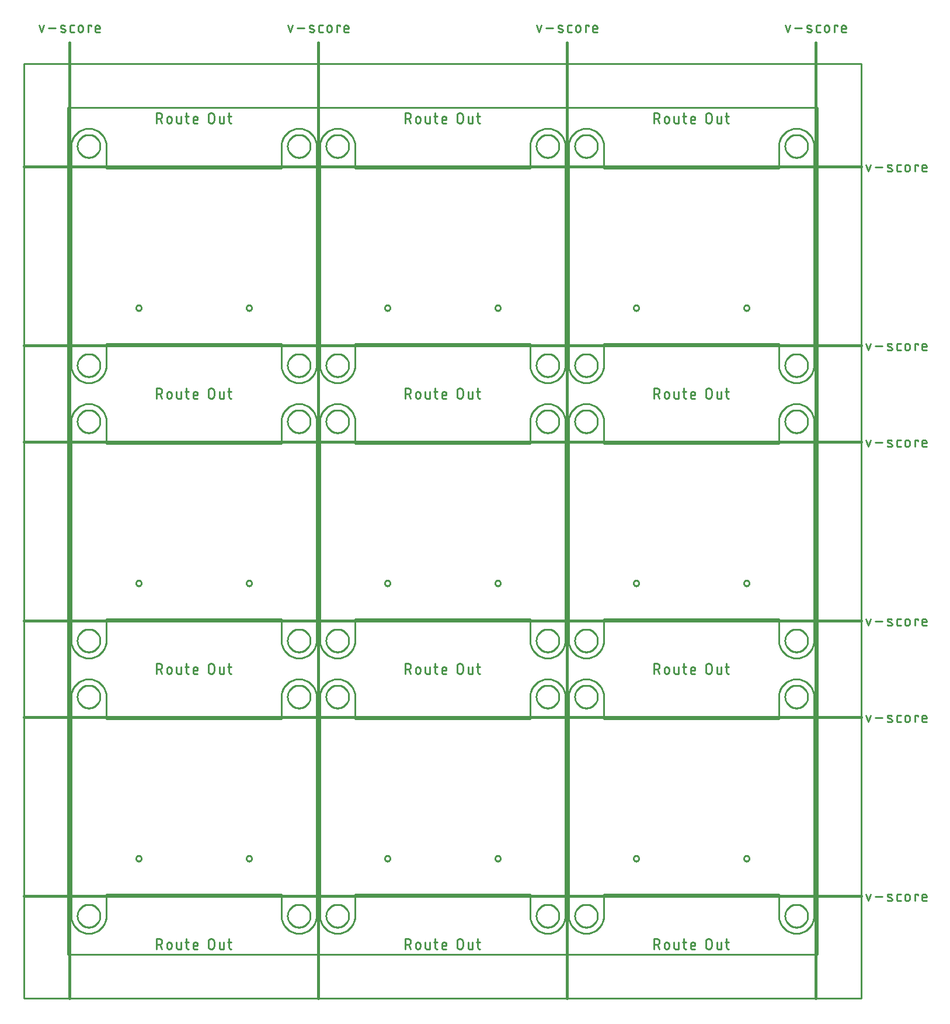
<source format=gko>
G04 EAGLE Gerber RS-274X export*
G75*
%MOMM*%
%FSLAX34Y34*%
%LPD*%
%IN*%
%IPPOS*%
%AMOC8*
5,1,8,0,0,1.08239X$1,22.5*%
G01*
%ADD10C,0.203200*%
%ADD11C,0.279400*%
%ADD12C,0.381000*%
%ADD13C,0.254000*%
%ADD14C,0.000000*%
%ADD15C,0.254000*%


D10*
X355600Y25400D02*
X355600Y342900D01*
X0Y342900D02*
X0Y25400D01*
X7Y24786D01*
X30Y24173D01*
X67Y23560D01*
X119Y22949D01*
X185Y22338D01*
X267Y21730D01*
X363Y21124D01*
X473Y20520D01*
X598Y19919D01*
X738Y19321D01*
X892Y18727D01*
X1061Y18137D01*
X1243Y17551D01*
X1440Y16970D01*
X1651Y16393D01*
X1875Y15822D01*
X2113Y15256D01*
X2365Y14696D01*
X2631Y14143D01*
X2909Y13596D01*
X3201Y13056D01*
X3506Y12523D01*
X3824Y11998D01*
X4154Y11480D01*
X4496Y10971D01*
X4851Y10470D01*
X5218Y9978D01*
X5596Y9495D01*
X5986Y9021D01*
X6388Y8557D01*
X6800Y8102D01*
X7224Y7658D01*
X7658Y7224D01*
X8102Y6800D01*
X8557Y6388D01*
X9021Y5986D01*
X9495Y5596D01*
X9978Y5218D01*
X10470Y4851D01*
X10971Y4496D01*
X11480Y4154D01*
X11998Y3824D01*
X12523Y3506D01*
X13056Y3201D01*
X13596Y2909D01*
X14143Y2631D01*
X14696Y2365D01*
X15256Y2113D01*
X15822Y1875D01*
X16393Y1651D01*
X16970Y1440D01*
X17551Y1243D01*
X18137Y1061D01*
X18727Y892D01*
X19321Y738D01*
X19919Y598D01*
X20520Y473D01*
X21124Y363D01*
X21730Y267D01*
X22338Y185D01*
X22949Y119D01*
X23560Y67D01*
X24173Y30D01*
X24786Y7D01*
X25400Y0D01*
X26014Y7D01*
X26627Y30D01*
X27240Y67D01*
X27851Y119D01*
X28462Y185D01*
X29070Y267D01*
X29676Y363D01*
X30280Y473D01*
X30881Y598D01*
X31479Y738D01*
X32073Y892D01*
X32663Y1061D01*
X33249Y1243D01*
X33830Y1440D01*
X34407Y1651D01*
X34978Y1875D01*
X35544Y2113D01*
X36104Y2365D01*
X36657Y2631D01*
X37204Y2909D01*
X37744Y3201D01*
X38277Y3506D01*
X38802Y3824D01*
X39320Y4154D01*
X39829Y4496D01*
X40330Y4851D01*
X40822Y5218D01*
X41305Y5596D01*
X41779Y5986D01*
X42243Y6388D01*
X42698Y6800D01*
X43142Y7224D01*
X43576Y7658D01*
X44000Y8102D01*
X44412Y8557D01*
X44814Y9021D01*
X45204Y9495D01*
X45582Y9978D01*
X45949Y10470D01*
X46304Y10971D01*
X46646Y11480D01*
X46976Y11998D01*
X47294Y12523D01*
X47599Y13056D01*
X47891Y13596D01*
X48169Y14143D01*
X48435Y14696D01*
X48687Y15256D01*
X48925Y15822D01*
X49149Y16393D01*
X49360Y16970D01*
X49557Y17551D01*
X49739Y18137D01*
X49908Y18727D01*
X50062Y19321D01*
X50202Y19919D01*
X50327Y20520D01*
X50437Y21124D01*
X50533Y21730D01*
X50615Y22338D01*
X50681Y22949D01*
X50733Y23560D01*
X50770Y24173D01*
X50793Y24786D01*
X50800Y25400D01*
X50800Y57150D01*
X304800Y57150D01*
X304800Y25400D01*
X304807Y24786D01*
X304830Y24173D01*
X304867Y23560D01*
X304919Y22949D01*
X304985Y22338D01*
X305067Y21730D01*
X305163Y21124D01*
X305273Y20520D01*
X305398Y19919D01*
X305538Y19321D01*
X305692Y18727D01*
X305861Y18137D01*
X306043Y17551D01*
X306240Y16970D01*
X306451Y16393D01*
X306675Y15822D01*
X306913Y15256D01*
X307165Y14696D01*
X307431Y14143D01*
X307709Y13596D01*
X308001Y13056D01*
X308306Y12523D01*
X308624Y11998D01*
X308954Y11480D01*
X309296Y10971D01*
X309651Y10470D01*
X310018Y9978D01*
X310396Y9495D01*
X310786Y9021D01*
X311188Y8557D01*
X311600Y8102D01*
X312024Y7658D01*
X312458Y7224D01*
X312902Y6800D01*
X313357Y6388D01*
X313821Y5986D01*
X314295Y5596D01*
X314778Y5218D01*
X315270Y4851D01*
X315771Y4496D01*
X316280Y4154D01*
X316798Y3824D01*
X317323Y3506D01*
X317856Y3201D01*
X318396Y2909D01*
X318943Y2631D01*
X319496Y2365D01*
X320056Y2113D01*
X320622Y1875D01*
X321193Y1651D01*
X321770Y1440D01*
X322351Y1243D01*
X322937Y1061D01*
X323527Y892D01*
X324121Y738D01*
X324719Y598D01*
X325320Y473D01*
X325924Y363D01*
X326530Y267D01*
X327138Y185D01*
X327749Y119D01*
X328360Y67D01*
X328973Y30D01*
X329586Y7D01*
X330200Y0D01*
X330814Y7D01*
X331427Y30D01*
X332040Y67D01*
X332651Y119D01*
X333262Y185D01*
X333870Y267D01*
X334476Y363D01*
X335080Y473D01*
X335681Y598D01*
X336279Y738D01*
X336873Y892D01*
X337463Y1061D01*
X338049Y1243D01*
X338630Y1440D01*
X339207Y1651D01*
X339778Y1875D01*
X340344Y2113D01*
X340904Y2365D01*
X341457Y2631D01*
X342004Y2909D01*
X342544Y3201D01*
X343077Y3506D01*
X343602Y3824D01*
X344120Y4154D01*
X344629Y4496D01*
X345130Y4851D01*
X345622Y5218D01*
X346105Y5596D01*
X346579Y5986D01*
X347043Y6388D01*
X347498Y6800D01*
X347942Y7224D01*
X348376Y7658D01*
X348800Y8102D01*
X349212Y8557D01*
X349614Y9021D01*
X350004Y9495D01*
X350382Y9978D01*
X350749Y10470D01*
X351104Y10971D01*
X351446Y11480D01*
X351776Y11998D01*
X352094Y12523D01*
X352399Y13056D01*
X352691Y13596D01*
X352969Y14143D01*
X353235Y14696D01*
X353487Y15256D01*
X353725Y15822D01*
X353949Y16393D01*
X354160Y16970D01*
X354357Y17551D01*
X354539Y18137D01*
X354708Y18727D01*
X354862Y19321D01*
X355002Y19919D01*
X355127Y20520D01*
X355237Y21124D01*
X355333Y21730D01*
X355415Y22338D01*
X355481Y22949D01*
X355533Y23560D01*
X355570Y24173D01*
X355593Y24786D01*
X355600Y25400D01*
X25400Y368300D02*
X24786Y368293D01*
X24173Y368270D01*
X23560Y368233D01*
X22949Y368181D01*
X22338Y368115D01*
X21730Y368033D01*
X21124Y367937D01*
X20520Y367827D01*
X19919Y367702D01*
X19321Y367562D01*
X18727Y367408D01*
X18137Y367239D01*
X17551Y367057D01*
X16970Y366860D01*
X16393Y366649D01*
X15822Y366425D01*
X15256Y366187D01*
X14696Y365935D01*
X14143Y365669D01*
X13596Y365391D01*
X13056Y365099D01*
X12523Y364794D01*
X11998Y364476D01*
X11480Y364146D01*
X10971Y363804D01*
X10470Y363449D01*
X9978Y363082D01*
X9495Y362704D01*
X9021Y362314D01*
X8557Y361912D01*
X8102Y361500D01*
X7658Y361076D01*
X7224Y360642D01*
X6800Y360198D01*
X6388Y359743D01*
X5986Y359279D01*
X5596Y358805D01*
X5218Y358322D01*
X4851Y357830D01*
X4496Y357329D01*
X4154Y356820D01*
X3824Y356302D01*
X3506Y355777D01*
X3201Y355244D01*
X2909Y354704D01*
X2631Y354157D01*
X2365Y353604D01*
X2113Y353044D01*
X1875Y352478D01*
X1651Y351907D01*
X1440Y351330D01*
X1243Y350749D01*
X1061Y350163D01*
X892Y349573D01*
X738Y348979D01*
X598Y348381D01*
X473Y347780D01*
X363Y347176D01*
X267Y346570D01*
X185Y345962D01*
X119Y345351D01*
X67Y344740D01*
X30Y344127D01*
X7Y343514D01*
X0Y342900D01*
X25400Y368300D02*
X26014Y368293D01*
X26627Y368270D01*
X27240Y368233D01*
X27851Y368181D01*
X28462Y368115D01*
X29070Y368033D01*
X29676Y367937D01*
X30280Y367827D01*
X30881Y367702D01*
X31479Y367562D01*
X32073Y367408D01*
X32663Y367239D01*
X33249Y367057D01*
X33830Y366860D01*
X34407Y366649D01*
X34978Y366425D01*
X35544Y366187D01*
X36104Y365935D01*
X36657Y365669D01*
X37204Y365391D01*
X37744Y365099D01*
X38277Y364794D01*
X38802Y364476D01*
X39320Y364146D01*
X39829Y363804D01*
X40330Y363449D01*
X40822Y363082D01*
X41305Y362704D01*
X41779Y362314D01*
X42243Y361912D01*
X42698Y361500D01*
X43142Y361076D01*
X43576Y360642D01*
X44000Y360198D01*
X44412Y359743D01*
X44814Y359279D01*
X45204Y358805D01*
X45582Y358322D01*
X45949Y357830D01*
X46304Y357329D01*
X46646Y356820D01*
X46976Y356302D01*
X47294Y355777D01*
X47599Y355244D01*
X47891Y354704D01*
X48169Y354157D01*
X48435Y353604D01*
X48687Y353044D01*
X48925Y352478D01*
X49149Y351907D01*
X49360Y351330D01*
X49557Y350749D01*
X49739Y350163D01*
X49908Y349573D01*
X50062Y348979D01*
X50202Y348381D01*
X50327Y347780D01*
X50437Y347176D01*
X50533Y346570D01*
X50615Y345962D01*
X50681Y345351D01*
X50733Y344740D01*
X50770Y344127D01*
X50793Y343514D01*
X50800Y342900D01*
X50800Y311150D01*
X304800Y311150D01*
X304800Y342900D01*
X304807Y343514D01*
X304830Y344127D01*
X304867Y344740D01*
X304919Y345351D01*
X304985Y345962D01*
X305067Y346570D01*
X305163Y347176D01*
X305273Y347780D01*
X305398Y348381D01*
X305538Y348979D01*
X305692Y349573D01*
X305861Y350163D01*
X306043Y350749D01*
X306240Y351330D01*
X306451Y351907D01*
X306675Y352478D01*
X306913Y353044D01*
X307165Y353604D01*
X307431Y354157D01*
X307709Y354704D01*
X308001Y355244D01*
X308306Y355777D01*
X308624Y356302D01*
X308954Y356820D01*
X309296Y357329D01*
X309651Y357830D01*
X310018Y358322D01*
X310396Y358805D01*
X310786Y359279D01*
X311188Y359743D01*
X311600Y360198D01*
X312024Y360642D01*
X312458Y361076D01*
X312902Y361500D01*
X313357Y361912D01*
X313821Y362314D01*
X314295Y362704D01*
X314778Y363082D01*
X315270Y363449D01*
X315771Y363804D01*
X316280Y364146D01*
X316798Y364476D01*
X317323Y364794D01*
X317856Y365099D01*
X318396Y365391D01*
X318943Y365669D01*
X319496Y365935D01*
X320056Y366187D01*
X320622Y366425D01*
X321193Y366649D01*
X321770Y366860D01*
X322351Y367057D01*
X322937Y367239D01*
X323527Y367408D01*
X324121Y367562D01*
X324719Y367702D01*
X325320Y367827D01*
X325924Y367937D01*
X326530Y368033D01*
X327138Y368115D01*
X327749Y368181D01*
X328360Y368233D01*
X328973Y368270D01*
X329586Y368293D01*
X330200Y368300D01*
X330814Y368293D01*
X331427Y368270D01*
X332040Y368233D01*
X332651Y368181D01*
X333262Y368115D01*
X333870Y368033D01*
X334476Y367937D01*
X335080Y367827D01*
X335681Y367702D01*
X336279Y367562D01*
X336873Y367408D01*
X337463Y367239D01*
X338049Y367057D01*
X338630Y366860D01*
X339207Y366649D01*
X339778Y366425D01*
X340344Y366187D01*
X340904Y365935D01*
X341457Y365669D01*
X342004Y365391D01*
X342544Y365099D01*
X343077Y364794D01*
X343602Y364476D01*
X344120Y364146D01*
X344629Y363804D01*
X345130Y363449D01*
X345622Y363082D01*
X346105Y362704D01*
X346579Y362314D01*
X347043Y361912D01*
X347498Y361500D01*
X347942Y361076D01*
X348376Y360642D01*
X348800Y360198D01*
X349212Y359743D01*
X349614Y359279D01*
X350004Y358805D01*
X350382Y358322D01*
X350749Y357830D01*
X351104Y357329D01*
X351446Y356820D01*
X351776Y356302D01*
X352094Y355777D01*
X352399Y355244D01*
X352691Y354704D01*
X352969Y354157D01*
X353235Y353604D01*
X353487Y353044D01*
X353725Y352478D01*
X353949Y351907D01*
X354160Y351330D01*
X354357Y350749D01*
X354539Y350163D01*
X354708Y349573D01*
X354862Y348979D01*
X355002Y348381D01*
X355127Y347780D01*
X355237Y347176D01*
X355333Y346570D01*
X355415Y345962D01*
X355481Y345351D01*
X355533Y344740D01*
X355570Y344127D01*
X355593Y343514D01*
X355600Y342900D01*
D11*
X123304Y-7747D02*
X123304Y-22733D01*
X123304Y-7747D02*
X127467Y-7747D01*
X127595Y-7749D01*
X127723Y-7755D01*
X127851Y-7765D01*
X127979Y-7779D01*
X128106Y-7796D01*
X128232Y-7818D01*
X128358Y-7843D01*
X128482Y-7873D01*
X128606Y-7906D01*
X128729Y-7943D01*
X128851Y-7984D01*
X128971Y-8028D01*
X129090Y-8076D01*
X129207Y-8128D01*
X129323Y-8183D01*
X129436Y-8242D01*
X129549Y-8305D01*
X129659Y-8371D01*
X129766Y-8440D01*
X129872Y-8512D01*
X129976Y-8588D01*
X130077Y-8667D01*
X130176Y-8749D01*
X130272Y-8834D01*
X130365Y-8921D01*
X130456Y-9012D01*
X130543Y-9105D01*
X130628Y-9201D01*
X130710Y-9300D01*
X130789Y-9401D01*
X130865Y-9505D01*
X130937Y-9611D01*
X131006Y-9718D01*
X131072Y-9829D01*
X131135Y-9941D01*
X131194Y-10054D01*
X131249Y-10170D01*
X131301Y-10287D01*
X131349Y-10406D01*
X131393Y-10526D01*
X131434Y-10648D01*
X131471Y-10771D01*
X131504Y-10895D01*
X131534Y-11019D01*
X131559Y-11145D01*
X131581Y-11271D01*
X131598Y-11398D01*
X131612Y-11526D01*
X131622Y-11654D01*
X131628Y-11782D01*
X131630Y-11910D01*
X131628Y-12038D01*
X131622Y-12166D01*
X131612Y-12294D01*
X131598Y-12422D01*
X131581Y-12549D01*
X131559Y-12675D01*
X131534Y-12801D01*
X131504Y-12925D01*
X131471Y-13049D01*
X131434Y-13172D01*
X131393Y-13294D01*
X131349Y-13414D01*
X131301Y-13533D01*
X131249Y-13650D01*
X131194Y-13766D01*
X131135Y-13879D01*
X131072Y-13992D01*
X131006Y-14102D01*
X130937Y-14209D01*
X130865Y-14315D01*
X130789Y-14419D01*
X130710Y-14520D01*
X130628Y-14619D01*
X130543Y-14715D01*
X130456Y-14808D01*
X130365Y-14899D01*
X130272Y-14986D01*
X130176Y-15071D01*
X130077Y-15153D01*
X129976Y-15232D01*
X129872Y-15308D01*
X129766Y-15380D01*
X129659Y-15449D01*
X129549Y-15515D01*
X129436Y-15578D01*
X129323Y-15637D01*
X129207Y-15692D01*
X129090Y-15744D01*
X128971Y-15792D01*
X128851Y-15836D01*
X128729Y-15877D01*
X128606Y-15914D01*
X128482Y-15947D01*
X128358Y-15977D01*
X128232Y-16002D01*
X128106Y-16024D01*
X127979Y-16041D01*
X127851Y-16055D01*
X127723Y-16065D01*
X127595Y-16071D01*
X127467Y-16073D01*
X123304Y-16073D01*
X128299Y-16073D02*
X131629Y-22733D01*
X138588Y-19403D02*
X138588Y-16073D01*
X138590Y-15959D01*
X138596Y-15846D01*
X138605Y-15732D01*
X138619Y-15620D01*
X138636Y-15507D01*
X138658Y-15395D01*
X138683Y-15285D01*
X138711Y-15175D01*
X138744Y-15066D01*
X138780Y-14958D01*
X138820Y-14851D01*
X138864Y-14746D01*
X138911Y-14643D01*
X138961Y-14541D01*
X139015Y-14441D01*
X139073Y-14343D01*
X139134Y-14247D01*
X139197Y-14153D01*
X139265Y-14061D01*
X139335Y-13971D01*
X139408Y-13885D01*
X139484Y-13800D01*
X139563Y-13718D01*
X139645Y-13639D01*
X139730Y-13563D01*
X139816Y-13490D01*
X139906Y-13420D01*
X139998Y-13352D01*
X140092Y-13289D01*
X140188Y-13228D01*
X140286Y-13170D01*
X140386Y-13116D01*
X140488Y-13066D01*
X140591Y-13019D01*
X140696Y-12975D01*
X140803Y-12935D01*
X140911Y-12899D01*
X141020Y-12866D01*
X141130Y-12838D01*
X141240Y-12813D01*
X141352Y-12791D01*
X141465Y-12774D01*
X141577Y-12760D01*
X141691Y-12751D01*
X141804Y-12745D01*
X141918Y-12743D01*
X142032Y-12745D01*
X142145Y-12751D01*
X142259Y-12760D01*
X142371Y-12774D01*
X142484Y-12791D01*
X142596Y-12813D01*
X142706Y-12838D01*
X142816Y-12866D01*
X142925Y-12899D01*
X143033Y-12935D01*
X143140Y-12975D01*
X143245Y-13019D01*
X143348Y-13066D01*
X143450Y-13116D01*
X143550Y-13170D01*
X143648Y-13228D01*
X143744Y-13289D01*
X143838Y-13352D01*
X143930Y-13420D01*
X144020Y-13490D01*
X144106Y-13563D01*
X144191Y-13639D01*
X144273Y-13718D01*
X144352Y-13800D01*
X144428Y-13885D01*
X144501Y-13971D01*
X144571Y-14061D01*
X144639Y-14153D01*
X144702Y-14247D01*
X144763Y-14343D01*
X144821Y-14441D01*
X144875Y-14541D01*
X144925Y-14643D01*
X144972Y-14746D01*
X145016Y-14851D01*
X145056Y-14958D01*
X145092Y-15066D01*
X145125Y-15175D01*
X145153Y-15285D01*
X145178Y-15395D01*
X145200Y-15507D01*
X145217Y-15620D01*
X145231Y-15732D01*
X145240Y-15846D01*
X145246Y-15959D01*
X145248Y-16073D01*
X145248Y-19403D01*
X145246Y-19517D01*
X145240Y-19630D01*
X145231Y-19744D01*
X145217Y-19856D01*
X145200Y-19969D01*
X145178Y-20081D01*
X145153Y-20191D01*
X145125Y-20301D01*
X145092Y-20410D01*
X145056Y-20518D01*
X145016Y-20625D01*
X144972Y-20730D01*
X144925Y-20833D01*
X144875Y-20935D01*
X144821Y-21035D01*
X144763Y-21133D01*
X144702Y-21229D01*
X144639Y-21323D01*
X144571Y-21415D01*
X144501Y-21505D01*
X144428Y-21591D01*
X144352Y-21676D01*
X144273Y-21758D01*
X144191Y-21837D01*
X144106Y-21913D01*
X144020Y-21986D01*
X143930Y-22056D01*
X143838Y-22124D01*
X143744Y-22187D01*
X143648Y-22248D01*
X143550Y-22306D01*
X143450Y-22360D01*
X143348Y-22410D01*
X143245Y-22457D01*
X143140Y-22501D01*
X143033Y-22541D01*
X142925Y-22577D01*
X142816Y-22610D01*
X142706Y-22638D01*
X142596Y-22663D01*
X142484Y-22685D01*
X142371Y-22702D01*
X142259Y-22716D01*
X142145Y-22725D01*
X142032Y-22731D01*
X141918Y-22733D01*
X141804Y-22731D01*
X141691Y-22725D01*
X141577Y-22716D01*
X141465Y-22702D01*
X141352Y-22685D01*
X141240Y-22663D01*
X141130Y-22638D01*
X141020Y-22610D01*
X140911Y-22577D01*
X140803Y-22541D01*
X140696Y-22501D01*
X140591Y-22457D01*
X140488Y-22410D01*
X140386Y-22360D01*
X140286Y-22306D01*
X140188Y-22248D01*
X140092Y-22187D01*
X139998Y-22124D01*
X139906Y-22056D01*
X139816Y-21986D01*
X139730Y-21913D01*
X139645Y-21837D01*
X139563Y-21758D01*
X139484Y-21676D01*
X139408Y-21591D01*
X139335Y-21505D01*
X139265Y-21415D01*
X139197Y-21323D01*
X139134Y-21229D01*
X139073Y-21133D01*
X139015Y-21035D01*
X138961Y-20935D01*
X138911Y-20833D01*
X138864Y-20730D01*
X138820Y-20625D01*
X138780Y-20518D01*
X138744Y-20410D01*
X138711Y-20301D01*
X138683Y-20191D01*
X138658Y-20081D01*
X138636Y-19969D01*
X138619Y-19856D01*
X138605Y-19744D01*
X138596Y-19630D01*
X138590Y-19517D01*
X138588Y-19403D01*
X152656Y-20235D02*
X152656Y-12742D01*
X152655Y-20235D02*
X152657Y-20333D01*
X152663Y-20431D01*
X152672Y-20529D01*
X152686Y-20626D01*
X152703Y-20722D01*
X152724Y-20818D01*
X152749Y-20913D01*
X152777Y-21007D01*
X152809Y-21100D01*
X152845Y-21191D01*
X152884Y-21281D01*
X152927Y-21369D01*
X152974Y-21456D01*
X153023Y-21540D01*
X153076Y-21623D01*
X153132Y-21703D01*
X153191Y-21782D01*
X153254Y-21857D01*
X153319Y-21931D01*
X153387Y-22001D01*
X153457Y-22069D01*
X153531Y-22135D01*
X153607Y-22197D01*
X153685Y-22256D01*
X153765Y-22312D01*
X153848Y-22365D01*
X153932Y-22415D01*
X154019Y-22461D01*
X154107Y-22504D01*
X154197Y-22543D01*
X154288Y-22579D01*
X154381Y-22611D01*
X154475Y-22639D01*
X154570Y-22664D01*
X154666Y-22685D01*
X154762Y-22702D01*
X154859Y-22716D01*
X154957Y-22725D01*
X155055Y-22731D01*
X155153Y-22733D01*
X159316Y-22733D01*
X159316Y-12742D01*
X165297Y-12742D02*
X170292Y-12742D01*
X166962Y-7747D02*
X166962Y-20235D01*
X166964Y-20333D01*
X166970Y-20431D01*
X166979Y-20529D01*
X166993Y-20626D01*
X167010Y-20722D01*
X167031Y-20818D01*
X167056Y-20913D01*
X167084Y-21007D01*
X167116Y-21100D01*
X167152Y-21191D01*
X167191Y-21281D01*
X167234Y-21369D01*
X167281Y-21456D01*
X167330Y-21540D01*
X167383Y-21623D01*
X167439Y-21703D01*
X167498Y-21782D01*
X167561Y-21857D01*
X167626Y-21931D01*
X167694Y-22001D01*
X167764Y-22069D01*
X167838Y-22135D01*
X167914Y-22197D01*
X167992Y-22256D01*
X168072Y-22312D01*
X168155Y-22365D01*
X168239Y-22415D01*
X168326Y-22461D01*
X168414Y-22504D01*
X168504Y-22543D01*
X168595Y-22579D01*
X168688Y-22611D01*
X168782Y-22639D01*
X168877Y-22664D01*
X168973Y-22685D01*
X169069Y-22702D01*
X169166Y-22716D01*
X169264Y-22725D01*
X169362Y-22731D01*
X169460Y-22733D01*
X170292Y-22733D01*
X179121Y-22733D02*
X183284Y-22733D01*
X179121Y-22733D02*
X179023Y-22731D01*
X178925Y-22725D01*
X178827Y-22716D01*
X178730Y-22702D01*
X178634Y-22685D01*
X178538Y-22664D01*
X178443Y-22639D01*
X178349Y-22611D01*
X178256Y-22579D01*
X178165Y-22543D01*
X178075Y-22504D01*
X177987Y-22461D01*
X177900Y-22414D01*
X177816Y-22365D01*
X177733Y-22312D01*
X177653Y-22256D01*
X177575Y-22197D01*
X177499Y-22135D01*
X177425Y-22069D01*
X177355Y-22001D01*
X177287Y-21931D01*
X177222Y-21857D01*
X177159Y-21782D01*
X177100Y-21703D01*
X177044Y-21623D01*
X176991Y-21540D01*
X176942Y-21456D01*
X176895Y-21369D01*
X176852Y-21281D01*
X176813Y-21191D01*
X176777Y-21100D01*
X176745Y-21007D01*
X176717Y-20913D01*
X176692Y-20818D01*
X176671Y-20722D01*
X176654Y-20626D01*
X176640Y-20529D01*
X176631Y-20431D01*
X176625Y-20333D01*
X176623Y-20235D01*
X176624Y-20235D02*
X176624Y-16073D01*
X176626Y-15959D01*
X176632Y-15846D01*
X176641Y-15732D01*
X176655Y-15620D01*
X176672Y-15507D01*
X176694Y-15395D01*
X176719Y-15285D01*
X176747Y-15175D01*
X176780Y-15066D01*
X176816Y-14958D01*
X176856Y-14851D01*
X176900Y-14746D01*
X176947Y-14643D01*
X176997Y-14541D01*
X177051Y-14441D01*
X177109Y-14343D01*
X177170Y-14247D01*
X177233Y-14153D01*
X177301Y-14061D01*
X177371Y-13971D01*
X177444Y-13885D01*
X177520Y-13800D01*
X177599Y-13718D01*
X177681Y-13639D01*
X177766Y-13563D01*
X177852Y-13490D01*
X177942Y-13420D01*
X178034Y-13352D01*
X178128Y-13289D01*
X178224Y-13228D01*
X178322Y-13170D01*
X178422Y-13116D01*
X178524Y-13066D01*
X178627Y-13019D01*
X178732Y-12975D01*
X178839Y-12935D01*
X178947Y-12899D01*
X179056Y-12866D01*
X179166Y-12838D01*
X179276Y-12813D01*
X179388Y-12791D01*
X179501Y-12774D01*
X179613Y-12760D01*
X179727Y-12751D01*
X179840Y-12745D01*
X179954Y-12743D01*
X180068Y-12745D01*
X180181Y-12751D01*
X180295Y-12760D01*
X180407Y-12774D01*
X180520Y-12791D01*
X180632Y-12813D01*
X180742Y-12838D01*
X180852Y-12866D01*
X180961Y-12899D01*
X181069Y-12935D01*
X181176Y-12975D01*
X181281Y-13019D01*
X181384Y-13066D01*
X181486Y-13116D01*
X181586Y-13170D01*
X181684Y-13228D01*
X181780Y-13289D01*
X181874Y-13352D01*
X181966Y-13420D01*
X182056Y-13490D01*
X182142Y-13563D01*
X182227Y-13639D01*
X182309Y-13718D01*
X182388Y-13800D01*
X182464Y-13885D01*
X182537Y-13971D01*
X182607Y-14061D01*
X182675Y-14153D01*
X182738Y-14247D01*
X182799Y-14343D01*
X182857Y-14441D01*
X182911Y-14541D01*
X182961Y-14643D01*
X183008Y-14746D01*
X183052Y-14851D01*
X183092Y-14958D01*
X183128Y-15066D01*
X183161Y-15175D01*
X183189Y-15285D01*
X183214Y-15395D01*
X183236Y-15507D01*
X183253Y-15620D01*
X183267Y-15732D01*
X183276Y-15846D01*
X183282Y-15959D01*
X183284Y-16073D01*
X183284Y-17738D01*
X176624Y-17738D01*
X198717Y-18570D02*
X198717Y-11910D01*
X198719Y-11782D01*
X198725Y-11654D01*
X198735Y-11526D01*
X198749Y-11398D01*
X198766Y-11271D01*
X198788Y-11145D01*
X198813Y-11019D01*
X198843Y-10895D01*
X198876Y-10771D01*
X198913Y-10648D01*
X198954Y-10526D01*
X198998Y-10406D01*
X199046Y-10287D01*
X199098Y-10170D01*
X199153Y-10054D01*
X199212Y-9941D01*
X199275Y-9828D01*
X199341Y-9718D01*
X199410Y-9611D01*
X199482Y-9505D01*
X199558Y-9401D01*
X199637Y-9300D01*
X199719Y-9201D01*
X199804Y-9105D01*
X199891Y-9012D01*
X199982Y-8921D01*
X200075Y-8834D01*
X200171Y-8749D01*
X200270Y-8667D01*
X200371Y-8588D01*
X200475Y-8512D01*
X200581Y-8440D01*
X200688Y-8371D01*
X200799Y-8305D01*
X200911Y-8242D01*
X201024Y-8183D01*
X201140Y-8128D01*
X201257Y-8076D01*
X201376Y-8028D01*
X201496Y-7984D01*
X201618Y-7943D01*
X201741Y-7906D01*
X201865Y-7873D01*
X201989Y-7843D01*
X202115Y-7818D01*
X202241Y-7796D01*
X202368Y-7779D01*
X202496Y-7765D01*
X202624Y-7755D01*
X202752Y-7749D01*
X202880Y-7747D01*
X203008Y-7749D01*
X203136Y-7755D01*
X203264Y-7765D01*
X203392Y-7779D01*
X203519Y-7796D01*
X203645Y-7818D01*
X203771Y-7843D01*
X203895Y-7873D01*
X204019Y-7906D01*
X204142Y-7943D01*
X204264Y-7984D01*
X204384Y-8028D01*
X204503Y-8076D01*
X204620Y-8128D01*
X204736Y-8183D01*
X204849Y-8242D01*
X204962Y-8305D01*
X205072Y-8371D01*
X205179Y-8440D01*
X205285Y-8512D01*
X205389Y-8588D01*
X205490Y-8667D01*
X205589Y-8749D01*
X205685Y-8834D01*
X205778Y-8921D01*
X205869Y-9012D01*
X205956Y-9105D01*
X206041Y-9201D01*
X206123Y-9300D01*
X206202Y-9401D01*
X206278Y-9505D01*
X206350Y-9611D01*
X206419Y-9718D01*
X206485Y-9829D01*
X206548Y-9941D01*
X206607Y-10054D01*
X206662Y-10170D01*
X206714Y-10287D01*
X206762Y-10406D01*
X206806Y-10526D01*
X206847Y-10648D01*
X206884Y-10771D01*
X206917Y-10895D01*
X206947Y-11019D01*
X206972Y-11145D01*
X206994Y-11271D01*
X207011Y-11398D01*
X207025Y-11526D01*
X207035Y-11654D01*
X207041Y-11782D01*
X207043Y-11910D01*
X207042Y-11910D02*
X207042Y-18570D01*
X207043Y-18570D02*
X207041Y-18698D01*
X207035Y-18826D01*
X207025Y-18954D01*
X207011Y-19082D01*
X206994Y-19209D01*
X206972Y-19335D01*
X206947Y-19461D01*
X206917Y-19585D01*
X206884Y-19709D01*
X206847Y-19832D01*
X206806Y-19954D01*
X206762Y-20074D01*
X206714Y-20193D01*
X206662Y-20310D01*
X206607Y-20426D01*
X206548Y-20539D01*
X206485Y-20652D01*
X206419Y-20762D01*
X206350Y-20869D01*
X206278Y-20975D01*
X206202Y-21079D01*
X206123Y-21180D01*
X206041Y-21279D01*
X205956Y-21375D01*
X205869Y-21468D01*
X205778Y-21559D01*
X205685Y-21646D01*
X205589Y-21731D01*
X205490Y-21813D01*
X205389Y-21892D01*
X205285Y-21968D01*
X205179Y-22040D01*
X205072Y-22109D01*
X204961Y-22175D01*
X204849Y-22238D01*
X204736Y-22297D01*
X204620Y-22352D01*
X204503Y-22404D01*
X204384Y-22452D01*
X204264Y-22496D01*
X204142Y-22537D01*
X204019Y-22574D01*
X203895Y-22607D01*
X203771Y-22637D01*
X203645Y-22662D01*
X203519Y-22684D01*
X203392Y-22701D01*
X203264Y-22715D01*
X203136Y-22725D01*
X203008Y-22731D01*
X202880Y-22733D01*
X202752Y-22731D01*
X202624Y-22725D01*
X202496Y-22715D01*
X202368Y-22701D01*
X202241Y-22684D01*
X202115Y-22662D01*
X201989Y-22637D01*
X201865Y-22607D01*
X201741Y-22574D01*
X201618Y-22537D01*
X201496Y-22496D01*
X201376Y-22452D01*
X201257Y-22404D01*
X201140Y-22352D01*
X201024Y-22297D01*
X200911Y-22238D01*
X200799Y-22175D01*
X200688Y-22109D01*
X200581Y-22040D01*
X200475Y-21968D01*
X200371Y-21892D01*
X200270Y-21813D01*
X200171Y-21731D01*
X200075Y-21646D01*
X199982Y-21559D01*
X199891Y-21468D01*
X199804Y-21375D01*
X199719Y-21279D01*
X199637Y-21180D01*
X199558Y-21079D01*
X199482Y-20975D01*
X199410Y-20869D01*
X199341Y-20762D01*
X199275Y-20651D01*
X199212Y-20539D01*
X199153Y-20426D01*
X199098Y-20310D01*
X199046Y-20193D01*
X198998Y-20074D01*
X198954Y-19954D01*
X198913Y-19832D01*
X198876Y-19709D01*
X198843Y-19585D01*
X198813Y-19461D01*
X198788Y-19335D01*
X198766Y-19209D01*
X198749Y-19082D01*
X198735Y-18954D01*
X198725Y-18826D01*
X198719Y-18698D01*
X198717Y-18570D01*
X214659Y-20235D02*
X214659Y-12742D01*
X214659Y-20235D02*
X214661Y-20333D01*
X214667Y-20431D01*
X214676Y-20529D01*
X214690Y-20626D01*
X214707Y-20722D01*
X214728Y-20818D01*
X214753Y-20913D01*
X214781Y-21007D01*
X214813Y-21100D01*
X214849Y-21191D01*
X214888Y-21281D01*
X214931Y-21369D01*
X214978Y-21456D01*
X215027Y-21540D01*
X215080Y-21623D01*
X215136Y-21703D01*
X215195Y-21782D01*
X215258Y-21857D01*
X215323Y-21931D01*
X215391Y-22001D01*
X215461Y-22069D01*
X215535Y-22135D01*
X215611Y-22197D01*
X215689Y-22256D01*
X215769Y-22312D01*
X215852Y-22365D01*
X215936Y-22415D01*
X216023Y-22461D01*
X216111Y-22504D01*
X216201Y-22543D01*
X216292Y-22579D01*
X216385Y-22611D01*
X216479Y-22639D01*
X216574Y-22664D01*
X216670Y-22685D01*
X216766Y-22702D01*
X216863Y-22716D01*
X216961Y-22725D01*
X217059Y-22731D01*
X217157Y-22733D01*
X221320Y-22733D01*
X221320Y-12742D01*
X227301Y-12742D02*
X232296Y-12742D01*
X228966Y-7747D02*
X228966Y-20235D01*
X228965Y-20235D02*
X228967Y-20333D01*
X228973Y-20431D01*
X228982Y-20529D01*
X228996Y-20626D01*
X229013Y-20722D01*
X229034Y-20818D01*
X229059Y-20913D01*
X229087Y-21007D01*
X229119Y-21100D01*
X229155Y-21191D01*
X229194Y-21281D01*
X229237Y-21369D01*
X229284Y-21456D01*
X229333Y-21540D01*
X229386Y-21623D01*
X229442Y-21703D01*
X229501Y-21782D01*
X229564Y-21857D01*
X229629Y-21931D01*
X229697Y-22001D01*
X229767Y-22069D01*
X229841Y-22135D01*
X229917Y-22197D01*
X229995Y-22256D01*
X230075Y-22312D01*
X230158Y-22365D01*
X230242Y-22415D01*
X230329Y-22461D01*
X230417Y-22504D01*
X230507Y-22543D01*
X230598Y-22579D01*
X230691Y-22611D01*
X230785Y-22639D01*
X230880Y-22664D01*
X230976Y-22685D01*
X231072Y-22702D01*
X231169Y-22716D01*
X231267Y-22725D01*
X231365Y-22731D01*
X231463Y-22733D01*
X231464Y-22733D02*
X232296Y-22733D01*
D10*
X716280Y25400D02*
X716280Y342900D01*
X360680Y342900D02*
X360680Y25400D01*
X360687Y24786D01*
X360710Y24173D01*
X360747Y23560D01*
X360799Y22949D01*
X360865Y22338D01*
X360947Y21730D01*
X361043Y21124D01*
X361153Y20520D01*
X361278Y19919D01*
X361418Y19321D01*
X361572Y18727D01*
X361741Y18137D01*
X361923Y17551D01*
X362120Y16970D01*
X362331Y16393D01*
X362555Y15822D01*
X362793Y15256D01*
X363045Y14696D01*
X363311Y14143D01*
X363589Y13596D01*
X363881Y13056D01*
X364186Y12523D01*
X364504Y11998D01*
X364834Y11480D01*
X365176Y10971D01*
X365531Y10470D01*
X365898Y9978D01*
X366276Y9495D01*
X366666Y9021D01*
X367068Y8557D01*
X367480Y8102D01*
X367904Y7658D01*
X368338Y7224D01*
X368782Y6800D01*
X369237Y6388D01*
X369701Y5986D01*
X370175Y5596D01*
X370658Y5218D01*
X371150Y4851D01*
X371651Y4496D01*
X372160Y4154D01*
X372678Y3824D01*
X373203Y3506D01*
X373736Y3201D01*
X374276Y2909D01*
X374823Y2631D01*
X375376Y2365D01*
X375936Y2113D01*
X376502Y1875D01*
X377073Y1651D01*
X377650Y1440D01*
X378231Y1243D01*
X378817Y1061D01*
X379407Y892D01*
X380001Y738D01*
X380599Y598D01*
X381200Y473D01*
X381804Y363D01*
X382410Y267D01*
X383018Y185D01*
X383629Y119D01*
X384240Y67D01*
X384853Y30D01*
X385466Y7D01*
X386080Y0D01*
X386694Y7D01*
X387307Y30D01*
X387920Y67D01*
X388531Y119D01*
X389142Y185D01*
X389750Y267D01*
X390356Y363D01*
X390960Y473D01*
X391561Y598D01*
X392159Y738D01*
X392753Y892D01*
X393343Y1061D01*
X393929Y1243D01*
X394510Y1440D01*
X395087Y1651D01*
X395658Y1875D01*
X396224Y2113D01*
X396784Y2365D01*
X397337Y2631D01*
X397884Y2909D01*
X398424Y3201D01*
X398957Y3506D01*
X399482Y3824D01*
X400000Y4154D01*
X400509Y4496D01*
X401010Y4851D01*
X401502Y5218D01*
X401985Y5596D01*
X402459Y5986D01*
X402923Y6388D01*
X403378Y6800D01*
X403822Y7224D01*
X404256Y7658D01*
X404680Y8102D01*
X405092Y8557D01*
X405494Y9021D01*
X405884Y9495D01*
X406262Y9978D01*
X406629Y10470D01*
X406984Y10971D01*
X407326Y11480D01*
X407656Y11998D01*
X407974Y12523D01*
X408279Y13056D01*
X408571Y13596D01*
X408849Y14143D01*
X409115Y14696D01*
X409367Y15256D01*
X409605Y15822D01*
X409829Y16393D01*
X410040Y16970D01*
X410237Y17551D01*
X410419Y18137D01*
X410588Y18727D01*
X410742Y19321D01*
X410882Y19919D01*
X411007Y20520D01*
X411117Y21124D01*
X411213Y21730D01*
X411295Y22338D01*
X411361Y22949D01*
X411413Y23560D01*
X411450Y24173D01*
X411473Y24786D01*
X411480Y25400D01*
X411480Y57150D01*
X665480Y57150D01*
X665480Y25400D01*
X665487Y24786D01*
X665510Y24173D01*
X665547Y23560D01*
X665599Y22949D01*
X665665Y22338D01*
X665747Y21730D01*
X665843Y21124D01*
X665953Y20520D01*
X666078Y19919D01*
X666218Y19321D01*
X666372Y18727D01*
X666541Y18137D01*
X666723Y17551D01*
X666920Y16970D01*
X667131Y16393D01*
X667355Y15822D01*
X667593Y15256D01*
X667845Y14696D01*
X668111Y14143D01*
X668389Y13596D01*
X668681Y13056D01*
X668986Y12523D01*
X669304Y11998D01*
X669634Y11480D01*
X669976Y10971D01*
X670331Y10470D01*
X670698Y9978D01*
X671076Y9495D01*
X671466Y9021D01*
X671868Y8557D01*
X672280Y8102D01*
X672704Y7658D01*
X673138Y7224D01*
X673582Y6800D01*
X674037Y6388D01*
X674501Y5986D01*
X674975Y5596D01*
X675458Y5218D01*
X675950Y4851D01*
X676451Y4496D01*
X676960Y4154D01*
X677478Y3824D01*
X678003Y3506D01*
X678536Y3201D01*
X679076Y2909D01*
X679623Y2631D01*
X680176Y2365D01*
X680736Y2113D01*
X681302Y1875D01*
X681873Y1651D01*
X682450Y1440D01*
X683031Y1243D01*
X683617Y1061D01*
X684207Y892D01*
X684801Y738D01*
X685399Y598D01*
X686000Y473D01*
X686604Y363D01*
X687210Y267D01*
X687818Y185D01*
X688429Y119D01*
X689040Y67D01*
X689653Y30D01*
X690266Y7D01*
X690880Y0D01*
X691494Y7D01*
X692107Y30D01*
X692720Y67D01*
X693331Y119D01*
X693942Y185D01*
X694550Y267D01*
X695156Y363D01*
X695760Y473D01*
X696361Y598D01*
X696959Y738D01*
X697553Y892D01*
X698143Y1061D01*
X698729Y1243D01*
X699310Y1440D01*
X699887Y1651D01*
X700458Y1875D01*
X701024Y2113D01*
X701584Y2365D01*
X702137Y2631D01*
X702684Y2909D01*
X703224Y3201D01*
X703757Y3506D01*
X704282Y3824D01*
X704800Y4154D01*
X705309Y4496D01*
X705810Y4851D01*
X706302Y5218D01*
X706785Y5596D01*
X707259Y5986D01*
X707723Y6388D01*
X708178Y6800D01*
X708622Y7224D01*
X709056Y7658D01*
X709480Y8102D01*
X709892Y8557D01*
X710294Y9021D01*
X710684Y9495D01*
X711062Y9978D01*
X711429Y10470D01*
X711784Y10971D01*
X712126Y11480D01*
X712456Y11998D01*
X712774Y12523D01*
X713079Y13056D01*
X713371Y13596D01*
X713649Y14143D01*
X713915Y14696D01*
X714167Y15256D01*
X714405Y15822D01*
X714629Y16393D01*
X714840Y16970D01*
X715037Y17551D01*
X715219Y18137D01*
X715388Y18727D01*
X715542Y19321D01*
X715682Y19919D01*
X715807Y20520D01*
X715917Y21124D01*
X716013Y21730D01*
X716095Y22338D01*
X716161Y22949D01*
X716213Y23560D01*
X716250Y24173D01*
X716273Y24786D01*
X716280Y25400D01*
X386080Y368300D02*
X385466Y368293D01*
X384853Y368270D01*
X384240Y368233D01*
X383629Y368181D01*
X383018Y368115D01*
X382410Y368033D01*
X381804Y367937D01*
X381200Y367827D01*
X380599Y367702D01*
X380001Y367562D01*
X379407Y367408D01*
X378817Y367239D01*
X378231Y367057D01*
X377650Y366860D01*
X377073Y366649D01*
X376502Y366425D01*
X375936Y366187D01*
X375376Y365935D01*
X374823Y365669D01*
X374276Y365391D01*
X373736Y365099D01*
X373203Y364794D01*
X372678Y364476D01*
X372160Y364146D01*
X371651Y363804D01*
X371150Y363449D01*
X370658Y363082D01*
X370175Y362704D01*
X369701Y362314D01*
X369237Y361912D01*
X368782Y361500D01*
X368338Y361076D01*
X367904Y360642D01*
X367480Y360198D01*
X367068Y359743D01*
X366666Y359279D01*
X366276Y358805D01*
X365898Y358322D01*
X365531Y357830D01*
X365176Y357329D01*
X364834Y356820D01*
X364504Y356302D01*
X364186Y355777D01*
X363881Y355244D01*
X363589Y354704D01*
X363311Y354157D01*
X363045Y353604D01*
X362793Y353044D01*
X362555Y352478D01*
X362331Y351907D01*
X362120Y351330D01*
X361923Y350749D01*
X361741Y350163D01*
X361572Y349573D01*
X361418Y348979D01*
X361278Y348381D01*
X361153Y347780D01*
X361043Y347176D01*
X360947Y346570D01*
X360865Y345962D01*
X360799Y345351D01*
X360747Y344740D01*
X360710Y344127D01*
X360687Y343514D01*
X360680Y342900D01*
X386080Y368300D02*
X386694Y368293D01*
X387307Y368270D01*
X387920Y368233D01*
X388531Y368181D01*
X389142Y368115D01*
X389750Y368033D01*
X390356Y367937D01*
X390960Y367827D01*
X391561Y367702D01*
X392159Y367562D01*
X392753Y367408D01*
X393343Y367239D01*
X393929Y367057D01*
X394510Y366860D01*
X395087Y366649D01*
X395658Y366425D01*
X396224Y366187D01*
X396784Y365935D01*
X397337Y365669D01*
X397884Y365391D01*
X398424Y365099D01*
X398957Y364794D01*
X399482Y364476D01*
X400000Y364146D01*
X400509Y363804D01*
X401010Y363449D01*
X401502Y363082D01*
X401985Y362704D01*
X402459Y362314D01*
X402923Y361912D01*
X403378Y361500D01*
X403822Y361076D01*
X404256Y360642D01*
X404680Y360198D01*
X405092Y359743D01*
X405494Y359279D01*
X405884Y358805D01*
X406262Y358322D01*
X406629Y357830D01*
X406984Y357329D01*
X407326Y356820D01*
X407656Y356302D01*
X407974Y355777D01*
X408279Y355244D01*
X408571Y354704D01*
X408849Y354157D01*
X409115Y353604D01*
X409367Y353044D01*
X409605Y352478D01*
X409829Y351907D01*
X410040Y351330D01*
X410237Y350749D01*
X410419Y350163D01*
X410588Y349573D01*
X410742Y348979D01*
X410882Y348381D01*
X411007Y347780D01*
X411117Y347176D01*
X411213Y346570D01*
X411295Y345962D01*
X411361Y345351D01*
X411413Y344740D01*
X411450Y344127D01*
X411473Y343514D01*
X411480Y342900D01*
X411480Y311150D01*
X665480Y311150D01*
X665480Y342900D01*
X665487Y343514D01*
X665510Y344127D01*
X665547Y344740D01*
X665599Y345351D01*
X665665Y345962D01*
X665747Y346570D01*
X665843Y347176D01*
X665953Y347780D01*
X666078Y348381D01*
X666218Y348979D01*
X666372Y349573D01*
X666541Y350163D01*
X666723Y350749D01*
X666920Y351330D01*
X667131Y351907D01*
X667355Y352478D01*
X667593Y353044D01*
X667845Y353604D01*
X668111Y354157D01*
X668389Y354704D01*
X668681Y355244D01*
X668986Y355777D01*
X669304Y356302D01*
X669634Y356820D01*
X669976Y357329D01*
X670331Y357830D01*
X670698Y358322D01*
X671076Y358805D01*
X671466Y359279D01*
X671868Y359743D01*
X672280Y360198D01*
X672704Y360642D01*
X673138Y361076D01*
X673582Y361500D01*
X674037Y361912D01*
X674501Y362314D01*
X674975Y362704D01*
X675458Y363082D01*
X675950Y363449D01*
X676451Y363804D01*
X676960Y364146D01*
X677478Y364476D01*
X678003Y364794D01*
X678536Y365099D01*
X679076Y365391D01*
X679623Y365669D01*
X680176Y365935D01*
X680736Y366187D01*
X681302Y366425D01*
X681873Y366649D01*
X682450Y366860D01*
X683031Y367057D01*
X683617Y367239D01*
X684207Y367408D01*
X684801Y367562D01*
X685399Y367702D01*
X686000Y367827D01*
X686604Y367937D01*
X687210Y368033D01*
X687818Y368115D01*
X688429Y368181D01*
X689040Y368233D01*
X689653Y368270D01*
X690266Y368293D01*
X690880Y368300D01*
X691494Y368293D01*
X692107Y368270D01*
X692720Y368233D01*
X693331Y368181D01*
X693942Y368115D01*
X694550Y368033D01*
X695156Y367937D01*
X695760Y367827D01*
X696361Y367702D01*
X696959Y367562D01*
X697553Y367408D01*
X698143Y367239D01*
X698729Y367057D01*
X699310Y366860D01*
X699887Y366649D01*
X700458Y366425D01*
X701024Y366187D01*
X701584Y365935D01*
X702137Y365669D01*
X702684Y365391D01*
X703224Y365099D01*
X703757Y364794D01*
X704282Y364476D01*
X704800Y364146D01*
X705309Y363804D01*
X705810Y363449D01*
X706302Y363082D01*
X706785Y362704D01*
X707259Y362314D01*
X707723Y361912D01*
X708178Y361500D01*
X708622Y361076D01*
X709056Y360642D01*
X709480Y360198D01*
X709892Y359743D01*
X710294Y359279D01*
X710684Y358805D01*
X711062Y358322D01*
X711429Y357830D01*
X711784Y357329D01*
X712126Y356820D01*
X712456Y356302D01*
X712774Y355777D01*
X713079Y355244D01*
X713371Y354704D01*
X713649Y354157D01*
X713915Y353604D01*
X714167Y353044D01*
X714405Y352478D01*
X714629Y351907D01*
X714840Y351330D01*
X715037Y350749D01*
X715219Y350163D01*
X715388Y349573D01*
X715542Y348979D01*
X715682Y348381D01*
X715807Y347780D01*
X715917Y347176D01*
X716013Y346570D01*
X716095Y345962D01*
X716161Y345351D01*
X716213Y344740D01*
X716250Y344127D01*
X716273Y343514D01*
X716280Y342900D01*
D11*
X483984Y-7747D02*
X483984Y-22733D01*
X483984Y-7747D02*
X488147Y-7747D01*
X488275Y-7749D01*
X488403Y-7755D01*
X488531Y-7765D01*
X488659Y-7779D01*
X488786Y-7796D01*
X488912Y-7818D01*
X489038Y-7843D01*
X489162Y-7873D01*
X489286Y-7906D01*
X489409Y-7943D01*
X489531Y-7984D01*
X489651Y-8028D01*
X489770Y-8076D01*
X489887Y-8128D01*
X490003Y-8183D01*
X490116Y-8242D01*
X490229Y-8305D01*
X490339Y-8371D01*
X490446Y-8440D01*
X490552Y-8512D01*
X490656Y-8588D01*
X490757Y-8667D01*
X490856Y-8749D01*
X490952Y-8834D01*
X491045Y-8921D01*
X491136Y-9012D01*
X491223Y-9105D01*
X491308Y-9201D01*
X491390Y-9300D01*
X491469Y-9401D01*
X491545Y-9505D01*
X491617Y-9611D01*
X491686Y-9718D01*
X491752Y-9829D01*
X491815Y-9941D01*
X491874Y-10054D01*
X491929Y-10170D01*
X491981Y-10287D01*
X492029Y-10406D01*
X492073Y-10526D01*
X492114Y-10648D01*
X492151Y-10771D01*
X492184Y-10895D01*
X492214Y-11019D01*
X492239Y-11145D01*
X492261Y-11271D01*
X492278Y-11398D01*
X492292Y-11526D01*
X492302Y-11654D01*
X492308Y-11782D01*
X492310Y-11910D01*
X492308Y-12038D01*
X492302Y-12166D01*
X492292Y-12294D01*
X492278Y-12422D01*
X492261Y-12549D01*
X492239Y-12675D01*
X492214Y-12801D01*
X492184Y-12925D01*
X492151Y-13049D01*
X492114Y-13172D01*
X492073Y-13294D01*
X492029Y-13414D01*
X491981Y-13533D01*
X491929Y-13650D01*
X491874Y-13766D01*
X491815Y-13879D01*
X491752Y-13992D01*
X491686Y-14102D01*
X491617Y-14209D01*
X491545Y-14315D01*
X491469Y-14419D01*
X491390Y-14520D01*
X491308Y-14619D01*
X491223Y-14715D01*
X491136Y-14808D01*
X491045Y-14899D01*
X490952Y-14986D01*
X490856Y-15071D01*
X490757Y-15153D01*
X490656Y-15232D01*
X490552Y-15308D01*
X490446Y-15380D01*
X490339Y-15449D01*
X490229Y-15515D01*
X490116Y-15578D01*
X490003Y-15637D01*
X489887Y-15692D01*
X489770Y-15744D01*
X489651Y-15792D01*
X489531Y-15836D01*
X489409Y-15877D01*
X489286Y-15914D01*
X489162Y-15947D01*
X489038Y-15977D01*
X488912Y-16002D01*
X488786Y-16024D01*
X488659Y-16041D01*
X488531Y-16055D01*
X488403Y-16065D01*
X488275Y-16071D01*
X488147Y-16073D01*
X483984Y-16073D01*
X488979Y-16073D02*
X492309Y-22733D01*
X499268Y-19403D02*
X499268Y-16073D01*
X499270Y-15959D01*
X499276Y-15846D01*
X499285Y-15732D01*
X499299Y-15620D01*
X499316Y-15507D01*
X499338Y-15395D01*
X499363Y-15285D01*
X499391Y-15175D01*
X499424Y-15066D01*
X499460Y-14958D01*
X499500Y-14851D01*
X499544Y-14746D01*
X499591Y-14643D01*
X499641Y-14541D01*
X499695Y-14441D01*
X499753Y-14343D01*
X499814Y-14247D01*
X499877Y-14153D01*
X499945Y-14061D01*
X500015Y-13971D01*
X500088Y-13885D01*
X500164Y-13800D01*
X500243Y-13718D01*
X500325Y-13639D01*
X500410Y-13563D01*
X500496Y-13490D01*
X500586Y-13420D01*
X500678Y-13352D01*
X500772Y-13289D01*
X500868Y-13228D01*
X500966Y-13170D01*
X501066Y-13116D01*
X501168Y-13066D01*
X501271Y-13019D01*
X501376Y-12975D01*
X501483Y-12935D01*
X501591Y-12899D01*
X501700Y-12866D01*
X501810Y-12838D01*
X501920Y-12813D01*
X502032Y-12791D01*
X502145Y-12774D01*
X502257Y-12760D01*
X502371Y-12751D01*
X502484Y-12745D01*
X502598Y-12743D01*
X502712Y-12745D01*
X502825Y-12751D01*
X502939Y-12760D01*
X503051Y-12774D01*
X503164Y-12791D01*
X503276Y-12813D01*
X503386Y-12838D01*
X503496Y-12866D01*
X503605Y-12899D01*
X503713Y-12935D01*
X503820Y-12975D01*
X503925Y-13019D01*
X504028Y-13066D01*
X504130Y-13116D01*
X504230Y-13170D01*
X504328Y-13228D01*
X504424Y-13289D01*
X504518Y-13352D01*
X504610Y-13420D01*
X504700Y-13490D01*
X504786Y-13563D01*
X504871Y-13639D01*
X504953Y-13718D01*
X505032Y-13800D01*
X505108Y-13885D01*
X505181Y-13971D01*
X505251Y-14061D01*
X505319Y-14153D01*
X505382Y-14247D01*
X505443Y-14343D01*
X505501Y-14441D01*
X505555Y-14541D01*
X505605Y-14643D01*
X505652Y-14746D01*
X505696Y-14851D01*
X505736Y-14958D01*
X505772Y-15066D01*
X505805Y-15175D01*
X505833Y-15285D01*
X505858Y-15395D01*
X505880Y-15507D01*
X505897Y-15620D01*
X505911Y-15732D01*
X505920Y-15846D01*
X505926Y-15959D01*
X505928Y-16073D01*
X505928Y-19403D01*
X505926Y-19517D01*
X505920Y-19630D01*
X505911Y-19744D01*
X505897Y-19856D01*
X505880Y-19969D01*
X505858Y-20081D01*
X505833Y-20191D01*
X505805Y-20301D01*
X505772Y-20410D01*
X505736Y-20518D01*
X505696Y-20625D01*
X505652Y-20730D01*
X505605Y-20833D01*
X505555Y-20935D01*
X505501Y-21035D01*
X505443Y-21133D01*
X505382Y-21229D01*
X505319Y-21323D01*
X505251Y-21415D01*
X505181Y-21505D01*
X505108Y-21591D01*
X505032Y-21676D01*
X504953Y-21758D01*
X504871Y-21837D01*
X504786Y-21913D01*
X504700Y-21986D01*
X504610Y-22056D01*
X504518Y-22124D01*
X504424Y-22187D01*
X504328Y-22248D01*
X504230Y-22306D01*
X504130Y-22360D01*
X504028Y-22410D01*
X503925Y-22457D01*
X503820Y-22501D01*
X503713Y-22541D01*
X503605Y-22577D01*
X503496Y-22610D01*
X503386Y-22638D01*
X503276Y-22663D01*
X503164Y-22685D01*
X503051Y-22702D01*
X502939Y-22716D01*
X502825Y-22725D01*
X502712Y-22731D01*
X502598Y-22733D01*
X502484Y-22731D01*
X502371Y-22725D01*
X502257Y-22716D01*
X502145Y-22702D01*
X502032Y-22685D01*
X501920Y-22663D01*
X501810Y-22638D01*
X501700Y-22610D01*
X501591Y-22577D01*
X501483Y-22541D01*
X501376Y-22501D01*
X501271Y-22457D01*
X501168Y-22410D01*
X501066Y-22360D01*
X500966Y-22306D01*
X500868Y-22248D01*
X500772Y-22187D01*
X500678Y-22124D01*
X500586Y-22056D01*
X500496Y-21986D01*
X500410Y-21913D01*
X500325Y-21837D01*
X500243Y-21758D01*
X500164Y-21676D01*
X500088Y-21591D01*
X500015Y-21505D01*
X499945Y-21415D01*
X499877Y-21323D01*
X499814Y-21229D01*
X499753Y-21133D01*
X499695Y-21035D01*
X499641Y-20935D01*
X499591Y-20833D01*
X499544Y-20730D01*
X499500Y-20625D01*
X499460Y-20518D01*
X499424Y-20410D01*
X499391Y-20301D01*
X499363Y-20191D01*
X499338Y-20081D01*
X499316Y-19969D01*
X499299Y-19856D01*
X499285Y-19744D01*
X499276Y-19630D01*
X499270Y-19517D01*
X499268Y-19403D01*
X513336Y-20235D02*
X513336Y-12742D01*
X513335Y-20235D02*
X513337Y-20333D01*
X513343Y-20431D01*
X513352Y-20529D01*
X513366Y-20626D01*
X513383Y-20722D01*
X513404Y-20818D01*
X513429Y-20913D01*
X513457Y-21007D01*
X513489Y-21100D01*
X513525Y-21191D01*
X513564Y-21281D01*
X513607Y-21369D01*
X513654Y-21456D01*
X513703Y-21540D01*
X513756Y-21623D01*
X513812Y-21703D01*
X513871Y-21782D01*
X513934Y-21857D01*
X513999Y-21931D01*
X514067Y-22001D01*
X514137Y-22069D01*
X514211Y-22135D01*
X514287Y-22197D01*
X514365Y-22256D01*
X514445Y-22312D01*
X514528Y-22365D01*
X514612Y-22415D01*
X514699Y-22461D01*
X514787Y-22504D01*
X514877Y-22543D01*
X514968Y-22579D01*
X515061Y-22611D01*
X515155Y-22639D01*
X515250Y-22664D01*
X515346Y-22685D01*
X515442Y-22702D01*
X515539Y-22716D01*
X515637Y-22725D01*
X515735Y-22731D01*
X515833Y-22733D01*
X519996Y-22733D01*
X519996Y-12742D01*
X525977Y-12742D02*
X530972Y-12742D01*
X527642Y-7747D02*
X527642Y-20235D01*
X527644Y-20333D01*
X527650Y-20431D01*
X527659Y-20529D01*
X527673Y-20626D01*
X527690Y-20722D01*
X527711Y-20818D01*
X527736Y-20913D01*
X527764Y-21007D01*
X527796Y-21100D01*
X527832Y-21191D01*
X527871Y-21281D01*
X527914Y-21369D01*
X527961Y-21456D01*
X528010Y-21540D01*
X528063Y-21623D01*
X528119Y-21703D01*
X528178Y-21782D01*
X528241Y-21857D01*
X528306Y-21931D01*
X528374Y-22001D01*
X528444Y-22069D01*
X528518Y-22135D01*
X528594Y-22197D01*
X528672Y-22256D01*
X528752Y-22312D01*
X528835Y-22365D01*
X528919Y-22415D01*
X529006Y-22461D01*
X529094Y-22504D01*
X529184Y-22543D01*
X529275Y-22579D01*
X529368Y-22611D01*
X529462Y-22639D01*
X529557Y-22664D01*
X529653Y-22685D01*
X529749Y-22702D01*
X529846Y-22716D01*
X529944Y-22725D01*
X530042Y-22731D01*
X530140Y-22733D01*
X530972Y-22733D01*
X539801Y-22733D02*
X543964Y-22733D01*
X539801Y-22733D02*
X539703Y-22731D01*
X539605Y-22725D01*
X539507Y-22716D01*
X539410Y-22702D01*
X539314Y-22685D01*
X539218Y-22664D01*
X539123Y-22639D01*
X539029Y-22611D01*
X538936Y-22579D01*
X538845Y-22543D01*
X538755Y-22504D01*
X538667Y-22461D01*
X538580Y-22414D01*
X538496Y-22365D01*
X538413Y-22312D01*
X538333Y-22256D01*
X538255Y-22197D01*
X538179Y-22135D01*
X538105Y-22069D01*
X538035Y-22001D01*
X537967Y-21931D01*
X537902Y-21857D01*
X537839Y-21782D01*
X537780Y-21703D01*
X537724Y-21623D01*
X537671Y-21540D01*
X537622Y-21456D01*
X537575Y-21369D01*
X537532Y-21281D01*
X537493Y-21191D01*
X537457Y-21100D01*
X537425Y-21007D01*
X537397Y-20913D01*
X537372Y-20818D01*
X537351Y-20722D01*
X537334Y-20626D01*
X537320Y-20529D01*
X537311Y-20431D01*
X537305Y-20333D01*
X537303Y-20235D01*
X537304Y-20235D02*
X537304Y-16073D01*
X537306Y-15959D01*
X537312Y-15846D01*
X537321Y-15732D01*
X537335Y-15620D01*
X537352Y-15507D01*
X537374Y-15395D01*
X537399Y-15285D01*
X537427Y-15175D01*
X537460Y-15066D01*
X537496Y-14958D01*
X537536Y-14851D01*
X537580Y-14746D01*
X537627Y-14643D01*
X537677Y-14541D01*
X537731Y-14441D01*
X537789Y-14343D01*
X537850Y-14247D01*
X537913Y-14153D01*
X537981Y-14061D01*
X538051Y-13971D01*
X538124Y-13885D01*
X538200Y-13800D01*
X538279Y-13718D01*
X538361Y-13639D01*
X538446Y-13563D01*
X538532Y-13490D01*
X538622Y-13420D01*
X538714Y-13352D01*
X538808Y-13289D01*
X538904Y-13228D01*
X539002Y-13170D01*
X539102Y-13116D01*
X539204Y-13066D01*
X539307Y-13019D01*
X539412Y-12975D01*
X539519Y-12935D01*
X539627Y-12899D01*
X539736Y-12866D01*
X539846Y-12838D01*
X539956Y-12813D01*
X540068Y-12791D01*
X540181Y-12774D01*
X540293Y-12760D01*
X540407Y-12751D01*
X540520Y-12745D01*
X540634Y-12743D01*
X540748Y-12745D01*
X540861Y-12751D01*
X540975Y-12760D01*
X541087Y-12774D01*
X541200Y-12791D01*
X541312Y-12813D01*
X541422Y-12838D01*
X541532Y-12866D01*
X541641Y-12899D01*
X541749Y-12935D01*
X541856Y-12975D01*
X541961Y-13019D01*
X542064Y-13066D01*
X542166Y-13116D01*
X542266Y-13170D01*
X542364Y-13228D01*
X542460Y-13289D01*
X542554Y-13352D01*
X542646Y-13420D01*
X542736Y-13490D01*
X542822Y-13563D01*
X542907Y-13639D01*
X542989Y-13718D01*
X543068Y-13800D01*
X543144Y-13885D01*
X543217Y-13971D01*
X543287Y-14061D01*
X543355Y-14153D01*
X543418Y-14247D01*
X543479Y-14343D01*
X543537Y-14441D01*
X543591Y-14541D01*
X543641Y-14643D01*
X543688Y-14746D01*
X543732Y-14851D01*
X543772Y-14958D01*
X543808Y-15066D01*
X543841Y-15175D01*
X543869Y-15285D01*
X543894Y-15395D01*
X543916Y-15507D01*
X543933Y-15620D01*
X543947Y-15732D01*
X543956Y-15846D01*
X543962Y-15959D01*
X543964Y-16073D01*
X543964Y-17738D01*
X537304Y-17738D01*
X559397Y-18570D02*
X559397Y-11910D01*
X559399Y-11782D01*
X559405Y-11654D01*
X559415Y-11526D01*
X559429Y-11398D01*
X559446Y-11271D01*
X559468Y-11145D01*
X559493Y-11019D01*
X559523Y-10895D01*
X559556Y-10771D01*
X559593Y-10648D01*
X559634Y-10526D01*
X559678Y-10406D01*
X559726Y-10287D01*
X559778Y-10170D01*
X559833Y-10054D01*
X559892Y-9941D01*
X559955Y-9828D01*
X560021Y-9718D01*
X560090Y-9611D01*
X560162Y-9505D01*
X560238Y-9401D01*
X560317Y-9300D01*
X560399Y-9201D01*
X560484Y-9105D01*
X560571Y-9012D01*
X560662Y-8921D01*
X560755Y-8834D01*
X560851Y-8749D01*
X560950Y-8667D01*
X561051Y-8588D01*
X561155Y-8512D01*
X561261Y-8440D01*
X561368Y-8371D01*
X561479Y-8305D01*
X561591Y-8242D01*
X561704Y-8183D01*
X561820Y-8128D01*
X561937Y-8076D01*
X562056Y-8028D01*
X562176Y-7984D01*
X562298Y-7943D01*
X562421Y-7906D01*
X562545Y-7873D01*
X562669Y-7843D01*
X562795Y-7818D01*
X562921Y-7796D01*
X563048Y-7779D01*
X563176Y-7765D01*
X563304Y-7755D01*
X563432Y-7749D01*
X563560Y-7747D01*
X563688Y-7749D01*
X563816Y-7755D01*
X563944Y-7765D01*
X564072Y-7779D01*
X564199Y-7796D01*
X564325Y-7818D01*
X564451Y-7843D01*
X564575Y-7873D01*
X564699Y-7906D01*
X564822Y-7943D01*
X564944Y-7984D01*
X565064Y-8028D01*
X565183Y-8076D01*
X565300Y-8128D01*
X565416Y-8183D01*
X565529Y-8242D01*
X565642Y-8305D01*
X565752Y-8371D01*
X565859Y-8440D01*
X565965Y-8512D01*
X566069Y-8588D01*
X566170Y-8667D01*
X566269Y-8749D01*
X566365Y-8834D01*
X566458Y-8921D01*
X566549Y-9012D01*
X566636Y-9105D01*
X566721Y-9201D01*
X566803Y-9300D01*
X566882Y-9401D01*
X566958Y-9505D01*
X567030Y-9611D01*
X567099Y-9718D01*
X567165Y-9829D01*
X567228Y-9941D01*
X567287Y-10054D01*
X567342Y-10170D01*
X567394Y-10287D01*
X567442Y-10406D01*
X567486Y-10526D01*
X567527Y-10648D01*
X567564Y-10771D01*
X567597Y-10895D01*
X567627Y-11019D01*
X567652Y-11145D01*
X567674Y-11271D01*
X567691Y-11398D01*
X567705Y-11526D01*
X567715Y-11654D01*
X567721Y-11782D01*
X567723Y-11910D01*
X567722Y-11910D02*
X567722Y-18570D01*
X567723Y-18570D02*
X567721Y-18698D01*
X567715Y-18826D01*
X567705Y-18954D01*
X567691Y-19082D01*
X567674Y-19209D01*
X567652Y-19335D01*
X567627Y-19461D01*
X567597Y-19585D01*
X567564Y-19709D01*
X567527Y-19832D01*
X567486Y-19954D01*
X567442Y-20074D01*
X567394Y-20193D01*
X567342Y-20310D01*
X567287Y-20426D01*
X567228Y-20539D01*
X567165Y-20652D01*
X567099Y-20762D01*
X567030Y-20869D01*
X566958Y-20975D01*
X566882Y-21079D01*
X566803Y-21180D01*
X566721Y-21279D01*
X566636Y-21375D01*
X566549Y-21468D01*
X566458Y-21559D01*
X566365Y-21646D01*
X566269Y-21731D01*
X566170Y-21813D01*
X566069Y-21892D01*
X565965Y-21968D01*
X565859Y-22040D01*
X565752Y-22109D01*
X565642Y-22175D01*
X565529Y-22238D01*
X565416Y-22297D01*
X565300Y-22352D01*
X565183Y-22404D01*
X565064Y-22452D01*
X564944Y-22496D01*
X564822Y-22537D01*
X564699Y-22574D01*
X564575Y-22607D01*
X564451Y-22637D01*
X564325Y-22662D01*
X564199Y-22684D01*
X564072Y-22701D01*
X563944Y-22715D01*
X563816Y-22725D01*
X563688Y-22731D01*
X563560Y-22733D01*
X563432Y-22731D01*
X563304Y-22725D01*
X563176Y-22715D01*
X563048Y-22701D01*
X562921Y-22684D01*
X562795Y-22662D01*
X562669Y-22637D01*
X562545Y-22607D01*
X562421Y-22574D01*
X562298Y-22537D01*
X562176Y-22496D01*
X562056Y-22452D01*
X561937Y-22404D01*
X561820Y-22352D01*
X561704Y-22297D01*
X561591Y-22238D01*
X561479Y-22175D01*
X561368Y-22109D01*
X561261Y-22040D01*
X561155Y-21968D01*
X561051Y-21892D01*
X560950Y-21813D01*
X560851Y-21731D01*
X560755Y-21646D01*
X560662Y-21559D01*
X560571Y-21468D01*
X560484Y-21375D01*
X560399Y-21279D01*
X560317Y-21180D01*
X560238Y-21079D01*
X560162Y-20975D01*
X560090Y-20869D01*
X560021Y-20762D01*
X559955Y-20651D01*
X559892Y-20539D01*
X559833Y-20426D01*
X559778Y-20310D01*
X559726Y-20193D01*
X559678Y-20074D01*
X559634Y-19954D01*
X559593Y-19832D01*
X559556Y-19709D01*
X559523Y-19585D01*
X559493Y-19461D01*
X559468Y-19335D01*
X559446Y-19209D01*
X559429Y-19082D01*
X559415Y-18954D01*
X559405Y-18826D01*
X559399Y-18698D01*
X559397Y-18570D01*
X575339Y-20235D02*
X575339Y-12742D01*
X575339Y-20235D02*
X575341Y-20333D01*
X575347Y-20431D01*
X575356Y-20529D01*
X575370Y-20626D01*
X575387Y-20722D01*
X575408Y-20818D01*
X575433Y-20913D01*
X575461Y-21007D01*
X575493Y-21100D01*
X575529Y-21191D01*
X575568Y-21281D01*
X575611Y-21369D01*
X575658Y-21456D01*
X575707Y-21540D01*
X575760Y-21623D01*
X575816Y-21703D01*
X575875Y-21782D01*
X575938Y-21857D01*
X576003Y-21931D01*
X576071Y-22001D01*
X576141Y-22069D01*
X576215Y-22135D01*
X576291Y-22197D01*
X576369Y-22256D01*
X576449Y-22312D01*
X576532Y-22365D01*
X576616Y-22415D01*
X576703Y-22461D01*
X576791Y-22504D01*
X576881Y-22543D01*
X576972Y-22579D01*
X577065Y-22611D01*
X577159Y-22639D01*
X577254Y-22664D01*
X577350Y-22685D01*
X577446Y-22702D01*
X577543Y-22716D01*
X577641Y-22725D01*
X577739Y-22731D01*
X577837Y-22733D01*
X582000Y-22733D01*
X582000Y-12742D01*
X587981Y-12742D02*
X592976Y-12742D01*
X589646Y-7747D02*
X589646Y-20235D01*
X589645Y-20235D02*
X589647Y-20333D01*
X589653Y-20431D01*
X589662Y-20529D01*
X589676Y-20626D01*
X589693Y-20722D01*
X589714Y-20818D01*
X589739Y-20913D01*
X589767Y-21007D01*
X589799Y-21100D01*
X589835Y-21191D01*
X589874Y-21281D01*
X589917Y-21369D01*
X589964Y-21456D01*
X590013Y-21540D01*
X590066Y-21623D01*
X590122Y-21703D01*
X590181Y-21782D01*
X590244Y-21857D01*
X590309Y-21931D01*
X590377Y-22001D01*
X590447Y-22069D01*
X590521Y-22135D01*
X590597Y-22197D01*
X590675Y-22256D01*
X590755Y-22312D01*
X590838Y-22365D01*
X590922Y-22415D01*
X591009Y-22461D01*
X591097Y-22504D01*
X591187Y-22543D01*
X591278Y-22579D01*
X591371Y-22611D01*
X591465Y-22639D01*
X591560Y-22664D01*
X591656Y-22685D01*
X591752Y-22702D01*
X591849Y-22716D01*
X591947Y-22725D01*
X592045Y-22731D01*
X592143Y-22733D01*
X592144Y-22733D02*
X592976Y-22733D01*
D10*
X1076960Y25400D02*
X1076960Y342900D01*
X721360Y342900D02*
X721360Y25400D01*
X721367Y24786D01*
X721390Y24173D01*
X721427Y23560D01*
X721479Y22949D01*
X721545Y22338D01*
X721627Y21730D01*
X721723Y21124D01*
X721833Y20520D01*
X721958Y19919D01*
X722098Y19321D01*
X722252Y18727D01*
X722421Y18137D01*
X722603Y17551D01*
X722800Y16970D01*
X723011Y16393D01*
X723235Y15822D01*
X723473Y15256D01*
X723725Y14696D01*
X723991Y14143D01*
X724269Y13596D01*
X724561Y13056D01*
X724866Y12523D01*
X725184Y11998D01*
X725514Y11480D01*
X725856Y10971D01*
X726211Y10470D01*
X726578Y9978D01*
X726956Y9495D01*
X727346Y9021D01*
X727748Y8557D01*
X728160Y8102D01*
X728584Y7658D01*
X729018Y7224D01*
X729462Y6800D01*
X729917Y6388D01*
X730381Y5986D01*
X730855Y5596D01*
X731338Y5218D01*
X731830Y4851D01*
X732331Y4496D01*
X732840Y4154D01*
X733358Y3824D01*
X733883Y3506D01*
X734416Y3201D01*
X734956Y2909D01*
X735503Y2631D01*
X736056Y2365D01*
X736616Y2113D01*
X737182Y1875D01*
X737753Y1651D01*
X738330Y1440D01*
X738911Y1243D01*
X739497Y1061D01*
X740087Y892D01*
X740681Y738D01*
X741279Y598D01*
X741880Y473D01*
X742484Y363D01*
X743090Y267D01*
X743698Y185D01*
X744309Y119D01*
X744920Y67D01*
X745533Y30D01*
X746146Y7D01*
X746760Y0D01*
X747374Y7D01*
X747987Y30D01*
X748600Y67D01*
X749211Y119D01*
X749822Y185D01*
X750430Y267D01*
X751036Y363D01*
X751640Y473D01*
X752241Y598D01*
X752839Y738D01*
X753433Y892D01*
X754023Y1061D01*
X754609Y1243D01*
X755190Y1440D01*
X755767Y1651D01*
X756338Y1875D01*
X756904Y2113D01*
X757464Y2365D01*
X758017Y2631D01*
X758564Y2909D01*
X759104Y3201D01*
X759637Y3506D01*
X760162Y3824D01*
X760680Y4154D01*
X761189Y4496D01*
X761690Y4851D01*
X762182Y5218D01*
X762665Y5596D01*
X763139Y5986D01*
X763603Y6388D01*
X764058Y6800D01*
X764502Y7224D01*
X764936Y7658D01*
X765360Y8102D01*
X765772Y8557D01*
X766174Y9021D01*
X766564Y9495D01*
X766942Y9978D01*
X767309Y10470D01*
X767664Y10971D01*
X768006Y11480D01*
X768336Y11998D01*
X768654Y12523D01*
X768959Y13056D01*
X769251Y13596D01*
X769529Y14143D01*
X769795Y14696D01*
X770047Y15256D01*
X770285Y15822D01*
X770509Y16393D01*
X770720Y16970D01*
X770917Y17551D01*
X771099Y18137D01*
X771268Y18727D01*
X771422Y19321D01*
X771562Y19919D01*
X771687Y20520D01*
X771797Y21124D01*
X771893Y21730D01*
X771975Y22338D01*
X772041Y22949D01*
X772093Y23560D01*
X772130Y24173D01*
X772153Y24786D01*
X772160Y25400D01*
X772160Y57150D01*
X1026160Y57150D01*
X1026160Y25400D01*
X1026167Y24786D01*
X1026190Y24173D01*
X1026227Y23560D01*
X1026279Y22949D01*
X1026345Y22338D01*
X1026427Y21730D01*
X1026523Y21124D01*
X1026633Y20520D01*
X1026758Y19919D01*
X1026898Y19321D01*
X1027052Y18727D01*
X1027221Y18137D01*
X1027403Y17551D01*
X1027600Y16970D01*
X1027811Y16393D01*
X1028035Y15822D01*
X1028273Y15256D01*
X1028525Y14696D01*
X1028791Y14143D01*
X1029069Y13596D01*
X1029361Y13056D01*
X1029666Y12523D01*
X1029984Y11998D01*
X1030314Y11480D01*
X1030656Y10971D01*
X1031011Y10470D01*
X1031378Y9978D01*
X1031756Y9495D01*
X1032146Y9021D01*
X1032548Y8557D01*
X1032960Y8102D01*
X1033384Y7658D01*
X1033818Y7224D01*
X1034262Y6800D01*
X1034717Y6388D01*
X1035181Y5986D01*
X1035655Y5596D01*
X1036138Y5218D01*
X1036630Y4851D01*
X1037131Y4496D01*
X1037640Y4154D01*
X1038158Y3824D01*
X1038683Y3506D01*
X1039216Y3201D01*
X1039756Y2909D01*
X1040303Y2631D01*
X1040856Y2365D01*
X1041416Y2113D01*
X1041982Y1875D01*
X1042553Y1651D01*
X1043130Y1440D01*
X1043711Y1243D01*
X1044297Y1061D01*
X1044887Y892D01*
X1045481Y738D01*
X1046079Y598D01*
X1046680Y473D01*
X1047284Y363D01*
X1047890Y267D01*
X1048498Y185D01*
X1049109Y119D01*
X1049720Y67D01*
X1050333Y30D01*
X1050946Y7D01*
X1051560Y0D01*
X1052174Y7D01*
X1052787Y30D01*
X1053400Y67D01*
X1054011Y119D01*
X1054622Y185D01*
X1055230Y267D01*
X1055836Y363D01*
X1056440Y473D01*
X1057041Y598D01*
X1057639Y738D01*
X1058233Y892D01*
X1058823Y1061D01*
X1059409Y1243D01*
X1059990Y1440D01*
X1060567Y1651D01*
X1061138Y1875D01*
X1061704Y2113D01*
X1062264Y2365D01*
X1062817Y2631D01*
X1063364Y2909D01*
X1063904Y3201D01*
X1064437Y3506D01*
X1064962Y3824D01*
X1065480Y4154D01*
X1065989Y4496D01*
X1066490Y4851D01*
X1066982Y5218D01*
X1067465Y5596D01*
X1067939Y5986D01*
X1068403Y6388D01*
X1068858Y6800D01*
X1069302Y7224D01*
X1069736Y7658D01*
X1070160Y8102D01*
X1070572Y8557D01*
X1070974Y9021D01*
X1071364Y9495D01*
X1071742Y9978D01*
X1072109Y10470D01*
X1072464Y10971D01*
X1072806Y11480D01*
X1073136Y11998D01*
X1073454Y12523D01*
X1073759Y13056D01*
X1074051Y13596D01*
X1074329Y14143D01*
X1074595Y14696D01*
X1074847Y15256D01*
X1075085Y15822D01*
X1075309Y16393D01*
X1075520Y16970D01*
X1075717Y17551D01*
X1075899Y18137D01*
X1076068Y18727D01*
X1076222Y19321D01*
X1076362Y19919D01*
X1076487Y20520D01*
X1076597Y21124D01*
X1076693Y21730D01*
X1076775Y22338D01*
X1076841Y22949D01*
X1076893Y23560D01*
X1076930Y24173D01*
X1076953Y24786D01*
X1076960Y25400D01*
X746760Y368300D02*
X746146Y368293D01*
X745533Y368270D01*
X744920Y368233D01*
X744309Y368181D01*
X743698Y368115D01*
X743090Y368033D01*
X742484Y367937D01*
X741880Y367827D01*
X741279Y367702D01*
X740681Y367562D01*
X740087Y367408D01*
X739497Y367239D01*
X738911Y367057D01*
X738330Y366860D01*
X737753Y366649D01*
X737182Y366425D01*
X736616Y366187D01*
X736056Y365935D01*
X735503Y365669D01*
X734956Y365391D01*
X734416Y365099D01*
X733883Y364794D01*
X733358Y364476D01*
X732840Y364146D01*
X732331Y363804D01*
X731830Y363449D01*
X731338Y363082D01*
X730855Y362704D01*
X730381Y362314D01*
X729917Y361912D01*
X729462Y361500D01*
X729018Y361076D01*
X728584Y360642D01*
X728160Y360198D01*
X727748Y359743D01*
X727346Y359279D01*
X726956Y358805D01*
X726578Y358322D01*
X726211Y357830D01*
X725856Y357329D01*
X725514Y356820D01*
X725184Y356302D01*
X724866Y355777D01*
X724561Y355244D01*
X724269Y354704D01*
X723991Y354157D01*
X723725Y353604D01*
X723473Y353044D01*
X723235Y352478D01*
X723011Y351907D01*
X722800Y351330D01*
X722603Y350749D01*
X722421Y350163D01*
X722252Y349573D01*
X722098Y348979D01*
X721958Y348381D01*
X721833Y347780D01*
X721723Y347176D01*
X721627Y346570D01*
X721545Y345962D01*
X721479Y345351D01*
X721427Y344740D01*
X721390Y344127D01*
X721367Y343514D01*
X721360Y342900D01*
X746760Y368300D02*
X747374Y368293D01*
X747987Y368270D01*
X748600Y368233D01*
X749211Y368181D01*
X749822Y368115D01*
X750430Y368033D01*
X751036Y367937D01*
X751640Y367827D01*
X752241Y367702D01*
X752839Y367562D01*
X753433Y367408D01*
X754023Y367239D01*
X754609Y367057D01*
X755190Y366860D01*
X755767Y366649D01*
X756338Y366425D01*
X756904Y366187D01*
X757464Y365935D01*
X758017Y365669D01*
X758564Y365391D01*
X759104Y365099D01*
X759637Y364794D01*
X760162Y364476D01*
X760680Y364146D01*
X761189Y363804D01*
X761690Y363449D01*
X762182Y363082D01*
X762665Y362704D01*
X763139Y362314D01*
X763603Y361912D01*
X764058Y361500D01*
X764502Y361076D01*
X764936Y360642D01*
X765360Y360198D01*
X765772Y359743D01*
X766174Y359279D01*
X766564Y358805D01*
X766942Y358322D01*
X767309Y357830D01*
X767664Y357329D01*
X768006Y356820D01*
X768336Y356302D01*
X768654Y355777D01*
X768959Y355244D01*
X769251Y354704D01*
X769529Y354157D01*
X769795Y353604D01*
X770047Y353044D01*
X770285Y352478D01*
X770509Y351907D01*
X770720Y351330D01*
X770917Y350749D01*
X771099Y350163D01*
X771268Y349573D01*
X771422Y348979D01*
X771562Y348381D01*
X771687Y347780D01*
X771797Y347176D01*
X771893Y346570D01*
X771975Y345962D01*
X772041Y345351D01*
X772093Y344740D01*
X772130Y344127D01*
X772153Y343514D01*
X772160Y342900D01*
X772160Y311150D01*
X1026160Y311150D01*
X1026160Y342900D01*
X1026167Y343514D01*
X1026190Y344127D01*
X1026227Y344740D01*
X1026279Y345351D01*
X1026345Y345962D01*
X1026427Y346570D01*
X1026523Y347176D01*
X1026633Y347780D01*
X1026758Y348381D01*
X1026898Y348979D01*
X1027052Y349573D01*
X1027221Y350163D01*
X1027403Y350749D01*
X1027600Y351330D01*
X1027811Y351907D01*
X1028035Y352478D01*
X1028273Y353044D01*
X1028525Y353604D01*
X1028791Y354157D01*
X1029069Y354704D01*
X1029361Y355244D01*
X1029666Y355777D01*
X1029984Y356302D01*
X1030314Y356820D01*
X1030656Y357329D01*
X1031011Y357830D01*
X1031378Y358322D01*
X1031756Y358805D01*
X1032146Y359279D01*
X1032548Y359743D01*
X1032960Y360198D01*
X1033384Y360642D01*
X1033818Y361076D01*
X1034262Y361500D01*
X1034717Y361912D01*
X1035181Y362314D01*
X1035655Y362704D01*
X1036138Y363082D01*
X1036630Y363449D01*
X1037131Y363804D01*
X1037640Y364146D01*
X1038158Y364476D01*
X1038683Y364794D01*
X1039216Y365099D01*
X1039756Y365391D01*
X1040303Y365669D01*
X1040856Y365935D01*
X1041416Y366187D01*
X1041982Y366425D01*
X1042553Y366649D01*
X1043130Y366860D01*
X1043711Y367057D01*
X1044297Y367239D01*
X1044887Y367408D01*
X1045481Y367562D01*
X1046079Y367702D01*
X1046680Y367827D01*
X1047284Y367937D01*
X1047890Y368033D01*
X1048498Y368115D01*
X1049109Y368181D01*
X1049720Y368233D01*
X1050333Y368270D01*
X1050946Y368293D01*
X1051560Y368300D01*
X1052174Y368293D01*
X1052787Y368270D01*
X1053400Y368233D01*
X1054011Y368181D01*
X1054622Y368115D01*
X1055230Y368033D01*
X1055836Y367937D01*
X1056440Y367827D01*
X1057041Y367702D01*
X1057639Y367562D01*
X1058233Y367408D01*
X1058823Y367239D01*
X1059409Y367057D01*
X1059990Y366860D01*
X1060567Y366649D01*
X1061138Y366425D01*
X1061704Y366187D01*
X1062264Y365935D01*
X1062817Y365669D01*
X1063364Y365391D01*
X1063904Y365099D01*
X1064437Y364794D01*
X1064962Y364476D01*
X1065480Y364146D01*
X1065989Y363804D01*
X1066490Y363449D01*
X1066982Y363082D01*
X1067465Y362704D01*
X1067939Y362314D01*
X1068403Y361912D01*
X1068858Y361500D01*
X1069302Y361076D01*
X1069736Y360642D01*
X1070160Y360198D01*
X1070572Y359743D01*
X1070974Y359279D01*
X1071364Y358805D01*
X1071742Y358322D01*
X1072109Y357830D01*
X1072464Y357329D01*
X1072806Y356820D01*
X1073136Y356302D01*
X1073454Y355777D01*
X1073759Y355244D01*
X1074051Y354704D01*
X1074329Y354157D01*
X1074595Y353604D01*
X1074847Y353044D01*
X1075085Y352478D01*
X1075309Y351907D01*
X1075520Y351330D01*
X1075717Y350749D01*
X1075899Y350163D01*
X1076068Y349573D01*
X1076222Y348979D01*
X1076362Y348381D01*
X1076487Y347780D01*
X1076597Y347176D01*
X1076693Y346570D01*
X1076775Y345962D01*
X1076841Y345351D01*
X1076893Y344740D01*
X1076930Y344127D01*
X1076953Y343514D01*
X1076960Y342900D01*
D11*
X844664Y-7747D02*
X844664Y-22733D01*
X844664Y-7747D02*
X848827Y-7747D01*
X848955Y-7749D01*
X849083Y-7755D01*
X849211Y-7765D01*
X849339Y-7779D01*
X849466Y-7796D01*
X849592Y-7818D01*
X849718Y-7843D01*
X849842Y-7873D01*
X849966Y-7906D01*
X850089Y-7943D01*
X850211Y-7984D01*
X850331Y-8028D01*
X850450Y-8076D01*
X850567Y-8128D01*
X850683Y-8183D01*
X850796Y-8242D01*
X850909Y-8305D01*
X851019Y-8371D01*
X851126Y-8440D01*
X851232Y-8512D01*
X851336Y-8588D01*
X851437Y-8667D01*
X851536Y-8749D01*
X851632Y-8834D01*
X851725Y-8921D01*
X851816Y-9012D01*
X851903Y-9105D01*
X851988Y-9201D01*
X852070Y-9300D01*
X852149Y-9401D01*
X852225Y-9505D01*
X852297Y-9611D01*
X852366Y-9718D01*
X852432Y-9829D01*
X852495Y-9941D01*
X852554Y-10054D01*
X852609Y-10170D01*
X852661Y-10287D01*
X852709Y-10406D01*
X852753Y-10526D01*
X852794Y-10648D01*
X852831Y-10771D01*
X852864Y-10895D01*
X852894Y-11019D01*
X852919Y-11145D01*
X852941Y-11271D01*
X852958Y-11398D01*
X852972Y-11526D01*
X852982Y-11654D01*
X852988Y-11782D01*
X852990Y-11910D01*
X852988Y-12038D01*
X852982Y-12166D01*
X852972Y-12294D01*
X852958Y-12422D01*
X852941Y-12549D01*
X852919Y-12675D01*
X852894Y-12801D01*
X852864Y-12925D01*
X852831Y-13049D01*
X852794Y-13172D01*
X852753Y-13294D01*
X852709Y-13414D01*
X852661Y-13533D01*
X852609Y-13650D01*
X852554Y-13766D01*
X852495Y-13879D01*
X852432Y-13992D01*
X852366Y-14102D01*
X852297Y-14209D01*
X852225Y-14315D01*
X852149Y-14419D01*
X852070Y-14520D01*
X851988Y-14619D01*
X851903Y-14715D01*
X851816Y-14808D01*
X851725Y-14899D01*
X851632Y-14986D01*
X851536Y-15071D01*
X851437Y-15153D01*
X851336Y-15232D01*
X851232Y-15308D01*
X851126Y-15380D01*
X851019Y-15449D01*
X850909Y-15515D01*
X850796Y-15578D01*
X850683Y-15637D01*
X850567Y-15692D01*
X850450Y-15744D01*
X850331Y-15792D01*
X850211Y-15836D01*
X850089Y-15877D01*
X849966Y-15914D01*
X849842Y-15947D01*
X849718Y-15977D01*
X849592Y-16002D01*
X849466Y-16024D01*
X849339Y-16041D01*
X849211Y-16055D01*
X849083Y-16065D01*
X848955Y-16071D01*
X848827Y-16073D01*
X844664Y-16073D01*
X849659Y-16073D02*
X852989Y-22733D01*
X859948Y-19403D02*
X859948Y-16073D01*
X859950Y-15959D01*
X859956Y-15846D01*
X859965Y-15732D01*
X859979Y-15620D01*
X859996Y-15507D01*
X860018Y-15395D01*
X860043Y-15285D01*
X860071Y-15175D01*
X860104Y-15066D01*
X860140Y-14958D01*
X860180Y-14851D01*
X860224Y-14746D01*
X860271Y-14643D01*
X860321Y-14541D01*
X860375Y-14441D01*
X860433Y-14343D01*
X860494Y-14247D01*
X860557Y-14153D01*
X860625Y-14061D01*
X860695Y-13971D01*
X860768Y-13885D01*
X860844Y-13800D01*
X860923Y-13718D01*
X861005Y-13639D01*
X861090Y-13563D01*
X861176Y-13490D01*
X861266Y-13420D01*
X861358Y-13352D01*
X861452Y-13289D01*
X861548Y-13228D01*
X861646Y-13170D01*
X861746Y-13116D01*
X861848Y-13066D01*
X861951Y-13019D01*
X862056Y-12975D01*
X862163Y-12935D01*
X862271Y-12899D01*
X862380Y-12866D01*
X862490Y-12838D01*
X862600Y-12813D01*
X862712Y-12791D01*
X862825Y-12774D01*
X862937Y-12760D01*
X863051Y-12751D01*
X863164Y-12745D01*
X863278Y-12743D01*
X863392Y-12745D01*
X863505Y-12751D01*
X863619Y-12760D01*
X863731Y-12774D01*
X863844Y-12791D01*
X863956Y-12813D01*
X864066Y-12838D01*
X864176Y-12866D01*
X864285Y-12899D01*
X864393Y-12935D01*
X864500Y-12975D01*
X864605Y-13019D01*
X864708Y-13066D01*
X864810Y-13116D01*
X864910Y-13170D01*
X865008Y-13228D01*
X865104Y-13289D01*
X865198Y-13352D01*
X865290Y-13420D01*
X865380Y-13490D01*
X865466Y-13563D01*
X865551Y-13639D01*
X865633Y-13718D01*
X865712Y-13800D01*
X865788Y-13885D01*
X865861Y-13971D01*
X865931Y-14061D01*
X865999Y-14153D01*
X866062Y-14247D01*
X866123Y-14343D01*
X866181Y-14441D01*
X866235Y-14541D01*
X866285Y-14643D01*
X866332Y-14746D01*
X866376Y-14851D01*
X866416Y-14958D01*
X866452Y-15066D01*
X866485Y-15175D01*
X866513Y-15285D01*
X866538Y-15395D01*
X866560Y-15507D01*
X866577Y-15620D01*
X866591Y-15732D01*
X866600Y-15846D01*
X866606Y-15959D01*
X866608Y-16073D01*
X866608Y-19403D01*
X866606Y-19517D01*
X866600Y-19630D01*
X866591Y-19744D01*
X866577Y-19856D01*
X866560Y-19969D01*
X866538Y-20081D01*
X866513Y-20191D01*
X866485Y-20301D01*
X866452Y-20410D01*
X866416Y-20518D01*
X866376Y-20625D01*
X866332Y-20730D01*
X866285Y-20833D01*
X866235Y-20935D01*
X866181Y-21035D01*
X866123Y-21133D01*
X866062Y-21229D01*
X865999Y-21323D01*
X865931Y-21415D01*
X865861Y-21505D01*
X865788Y-21591D01*
X865712Y-21676D01*
X865633Y-21758D01*
X865551Y-21837D01*
X865466Y-21913D01*
X865380Y-21986D01*
X865290Y-22056D01*
X865198Y-22124D01*
X865104Y-22187D01*
X865008Y-22248D01*
X864910Y-22306D01*
X864810Y-22360D01*
X864708Y-22410D01*
X864605Y-22457D01*
X864500Y-22501D01*
X864393Y-22541D01*
X864285Y-22577D01*
X864176Y-22610D01*
X864066Y-22638D01*
X863956Y-22663D01*
X863844Y-22685D01*
X863731Y-22702D01*
X863619Y-22716D01*
X863505Y-22725D01*
X863392Y-22731D01*
X863278Y-22733D01*
X863164Y-22731D01*
X863051Y-22725D01*
X862937Y-22716D01*
X862825Y-22702D01*
X862712Y-22685D01*
X862600Y-22663D01*
X862490Y-22638D01*
X862380Y-22610D01*
X862271Y-22577D01*
X862163Y-22541D01*
X862056Y-22501D01*
X861951Y-22457D01*
X861848Y-22410D01*
X861746Y-22360D01*
X861646Y-22306D01*
X861548Y-22248D01*
X861452Y-22187D01*
X861358Y-22124D01*
X861266Y-22056D01*
X861176Y-21986D01*
X861090Y-21913D01*
X861005Y-21837D01*
X860923Y-21758D01*
X860844Y-21676D01*
X860768Y-21591D01*
X860695Y-21505D01*
X860625Y-21415D01*
X860557Y-21323D01*
X860494Y-21229D01*
X860433Y-21133D01*
X860375Y-21035D01*
X860321Y-20935D01*
X860271Y-20833D01*
X860224Y-20730D01*
X860180Y-20625D01*
X860140Y-20518D01*
X860104Y-20410D01*
X860071Y-20301D01*
X860043Y-20191D01*
X860018Y-20081D01*
X859996Y-19969D01*
X859979Y-19856D01*
X859965Y-19744D01*
X859956Y-19630D01*
X859950Y-19517D01*
X859948Y-19403D01*
X874016Y-20235D02*
X874016Y-12742D01*
X874015Y-20235D02*
X874017Y-20333D01*
X874023Y-20431D01*
X874032Y-20529D01*
X874046Y-20626D01*
X874063Y-20722D01*
X874084Y-20818D01*
X874109Y-20913D01*
X874137Y-21007D01*
X874169Y-21100D01*
X874205Y-21191D01*
X874244Y-21281D01*
X874287Y-21369D01*
X874334Y-21456D01*
X874383Y-21540D01*
X874436Y-21623D01*
X874492Y-21703D01*
X874551Y-21782D01*
X874614Y-21857D01*
X874679Y-21931D01*
X874747Y-22001D01*
X874817Y-22069D01*
X874891Y-22135D01*
X874967Y-22197D01*
X875045Y-22256D01*
X875125Y-22312D01*
X875208Y-22365D01*
X875292Y-22415D01*
X875379Y-22461D01*
X875467Y-22504D01*
X875557Y-22543D01*
X875648Y-22579D01*
X875741Y-22611D01*
X875835Y-22639D01*
X875930Y-22664D01*
X876026Y-22685D01*
X876122Y-22702D01*
X876219Y-22716D01*
X876317Y-22725D01*
X876415Y-22731D01*
X876513Y-22733D01*
X880676Y-22733D01*
X880676Y-12742D01*
X886657Y-12742D02*
X891652Y-12742D01*
X888322Y-7747D02*
X888322Y-20235D01*
X888324Y-20333D01*
X888330Y-20431D01*
X888339Y-20529D01*
X888353Y-20626D01*
X888370Y-20722D01*
X888391Y-20818D01*
X888416Y-20913D01*
X888444Y-21007D01*
X888476Y-21100D01*
X888512Y-21191D01*
X888551Y-21281D01*
X888594Y-21369D01*
X888641Y-21456D01*
X888690Y-21540D01*
X888743Y-21623D01*
X888799Y-21703D01*
X888858Y-21782D01*
X888921Y-21857D01*
X888986Y-21931D01*
X889054Y-22001D01*
X889124Y-22069D01*
X889198Y-22135D01*
X889274Y-22197D01*
X889352Y-22256D01*
X889432Y-22312D01*
X889515Y-22365D01*
X889599Y-22415D01*
X889686Y-22461D01*
X889774Y-22504D01*
X889864Y-22543D01*
X889955Y-22579D01*
X890048Y-22611D01*
X890142Y-22639D01*
X890237Y-22664D01*
X890333Y-22685D01*
X890429Y-22702D01*
X890526Y-22716D01*
X890624Y-22725D01*
X890722Y-22731D01*
X890820Y-22733D01*
X891652Y-22733D01*
X900481Y-22733D02*
X904644Y-22733D01*
X900481Y-22733D02*
X900383Y-22731D01*
X900285Y-22725D01*
X900187Y-22716D01*
X900090Y-22702D01*
X899994Y-22685D01*
X899898Y-22664D01*
X899803Y-22639D01*
X899709Y-22611D01*
X899616Y-22579D01*
X899525Y-22543D01*
X899435Y-22504D01*
X899347Y-22461D01*
X899260Y-22414D01*
X899176Y-22365D01*
X899093Y-22312D01*
X899013Y-22256D01*
X898935Y-22197D01*
X898859Y-22135D01*
X898785Y-22069D01*
X898715Y-22001D01*
X898647Y-21931D01*
X898582Y-21857D01*
X898519Y-21782D01*
X898460Y-21703D01*
X898404Y-21623D01*
X898351Y-21540D01*
X898302Y-21456D01*
X898255Y-21369D01*
X898212Y-21281D01*
X898173Y-21191D01*
X898137Y-21100D01*
X898105Y-21007D01*
X898077Y-20913D01*
X898052Y-20818D01*
X898031Y-20722D01*
X898014Y-20626D01*
X898000Y-20529D01*
X897991Y-20431D01*
X897985Y-20333D01*
X897983Y-20235D01*
X897984Y-20235D02*
X897984Y-16073D01*
X897986Y-15959D01*
X897992Y-15846D01*
X898001Y-15732D01*
X898015Y-15620D01*
X898032Y-15507D01*
X898054Y-15395D01*
X898079Y-15285D01*
X898107Y-15175D01*
X898140Y-15066D01*
X898176Y-14958D01*
X898216Y-14851D01*
X898260Y-14746D01*
X898307Y-14643D01*
X898357Y-14541D01*
X898411Y-14441D01*
X898469Y-14343D01*
X898530Y-14247D01*
X898593Y-14153D01*
X898661Y-14061D01*
X898731Y-13971D01*
X898804Y-13885D01*
X898880Y-13800D01*
X898959Y-13718D01*
X899041Y-13639D01*
X899126Y-13563D01*
X899212Y-13490D01*
X899302Y-13420D01*
X899394Y-13352D01*
X899488Y-13289D01*
X899584Y-13228D01*
X899682Y-13170D01*
X899782Y-13116D01*
X899884Y-13066D01*
X899987Y-13019D01*
X900092Y-12975D01*
X900199Y-12935D01*
X900307Y-12899D01*
X900416Y-12866D01*
X900526Y-12838D01*
X900636Y-12813D01*
X900748Y-12791D01*
X900861Y-12774D01*
X900973Y-12760D01*
X901087Y-12751D01*
X901200Y-12745D01*
X901314Y-12743D01*
X901428Y-12745D01*
X901541Y-12751D01*
X901655Y-12760D01*
X901767Y-12774D01*
X901880Y-12791D01*
X901992Y-12813D01*
X902102Y-12838D01*
X902212Y-12866D01*
X902321Y-12899D01*
X902429Y-12935D01*
X902536Y-12975D01*
X902641Y-13019D01*
X902744Y-13066D01*
X902846Y-13116D01*
X902946Y-13170D01*
X903044Y-13228D01*
X903140Y-13289D01*
X903234Y-13352D01*
X903326Y-13420D01*
X903416Y-13490D01*
X903502Y-13563D01*
X903587Y-13639D01*
X903669Y-13718D01*
X903748Y-13800D01*
X903824Y-13885D01*
X903897Y-13971D01*
X903967Y-14061D01*
X904035Y-14153D01*
X904098Y-14247D01*
X904159Y-14343D01*
X904217Y-14441D01*
X904271Y-14541D01*
X904321Y-14643D01*
X904368Y-14746D01*
X904412Y-14851D01*
X904452Y-14958D01*
X904488Y-15066D01*
X904521Y-15175D01*
X904549Y-15285D01*
X904574Y-15395D01*
X904596Y-15507D01*
X904613Y-15620D01*
X904627Y-15732D01*
X904636Y-15846D01*
X904642Y-15959D01*
X904644Y-16073D01*
X904644Y-17738D01*
X897984Y-17738D01*
X920077Y-18570D02*
X920077Y-11910D01*
X920079Y-11782D01*
X920085Y-11654D01*
X920095Y-11526D01*
X920109Y-11398D01*
X920126Y-11271D01*
X920148Y-11145D01*
X920173Y-11019D01*
X920203Y-10895D01*
X920236Y-10771D01*
X920273Y-10648D01*
X920314Y-10526D01*
X920358Y-10406D01*
X920406Y-10287D01*
X920458Y-10170D01*
X920513Y-10054D01*
X920572Y-9941D01*
X920635Y-9828D01*
X920701Y-9718D01*
X920770Y-9611D01*
X920842Y-9505D01*
X920918Y-9401D01*
X920997Y-9300D01*
X921079Y-9201D01*
X921164Y-9105D01*
X921251Y-9012D01*
X921342Y-8921D01*
X921435Y-8834D01*
X921531Y-8749D01*
X921630Y-8667D01*
X921731Y-8588D01*
X921835Y-8512D01*
X921941Y-8440D01*
X922048Y-8371D01*
X922159Y-8305D01*
X922271Y-8242D01*
X922384Y-8183D01*
X922500Y-8128D01*
X922617Y-8076D01*
X922736Y-8028D01*
X922856Y-7984D01*
X922978Y-7943D01*
X923101Y-7906D01*
X923225Y-7873D01*
X923349Y-7843D01*
X923475Y-7818D01*
X923601Y-7796D01*
X923728Y-7779D01*
X923856Y-7765D01*
X923984Y-7755D01*
X924112Y-7749D01*
X924240Y-7747D01*
X924368Y-7749D01*
X924496Y-7755D01*
X924624Y-7765D01*
X924752Y-7779D01*
X924879Y-7796D01*
X925005Y-7818D01*
X925131Y-7843D01*
X925255Y-7873D01*
X925379Y-7906D01*
X925502Y-7943D01*
X925624Y-7984D01*
X925744Y-8028D01*
X925863Y-8076D01*
X925980Y-8128D01*
X926096Y-8183D01*
X926209Y-8242D01*
X926322Y-8305D01*
X926432Y-8371D01*
X926539Y-8440D01*
X926645Y-8512D01*
X926749Y-8588D01*
X926850Y-8667D01*
X926949Y-8749D01*
X927045Y-8834D01*
X927138Y-8921D01*
X927229Y-9012D01*
X927316Y-9105D01*
X927401Y-9201D01*
X927483Y-9300D01*
X927562Y-9401D01*
X927638Y-9505D01*
X927710Y-9611D01*
X927779Y-9718D01*
X927845Y-9829D01*
X927908Y-9941D01*
X927967Y-10054D01*
X928022Y-10170D01*
X928074Y-10287D01*
X928122Y-10406D01*
X928166Y-10526D01*
X928207Y-10648D01*
X928244Y-10771D01*
X928277Y-10895D01*
X928307Y-11019D01*
X928332Y-11145D01*
X928354Y-11271D01*
X928371Y-11398D01*
X928385Y-11526D01*
X928395Y-11654D01*
X928401Y-11782D01*
X928403Y-11910D01*
X928402Y-11910D02*
X928402Y-18570D01*
X928403Y-18570D02*
X928401Y-18698D01*
X928395Y-18826D01*
X928385Y-18954D01*
X928371Y-19082D01*
X928354Y-19209D01*
X928332Y-19335D01*
X928307Y-19461D01*
X928277Y-19585D01*
X928244Y-19709D01*
X928207Y-19832D01*
X928166Y-19954D01*
X928122Y-20074D01*
X928074Y-20193D01*
X928022Y-20310D01*
X927967Y-20426D01*
X927908Y-20539D01*
X927845Y-20652D01*
X927779Y-20762D01*
X927710Y-20869D01*
X927638Y-20975D01*
X927562Y-21079D01*
X927483Y-21180D01*
X927401Y-21279D01*
X927316Y-21375D01*
X927229Y-21468D01*
X927138Y-21559D01*
X927045Y-21646D01*
X926949Y-21731D01*
X926850Y-21813D01*
X926749Y-21892D01*
X926645Y-21968D01*
X926539Y-22040D01*
X926432Y-22109D01*
X926322Y-22175D01*
X926209Y-22238D01*
X926096Y-22297D01*
X925980Y-22352D01*
X925863Y-22404D01*
X925744Y-22452D01*
X925624Y-22496D01*
X925502Y-22537D01*
X925379Y-22574D01*
X925255Y-22607D01*
X925131Y-22637D01*
X925005Y-22662D01*
X924879Y-22684D01*
X924752Y-22701D01*
X924624Y-22715D01*
X924496Y-22725D01*
X924368Y-22731D01*
X924240Y-22733D01*
X924112Y-22731D01*
X923984Y-22725D01*
X923856Y-22715D01*
X923728Y-22701D01*
X923601Y-22684D01*
X923475Y-22662D01*
X923349Y-22637D01*
X923225Y-22607D01*
X923101Y-22574D01*
X922978Y-22537D01*
X922856Y-22496D01*
X922736Y-22452D01*
X922617Y-22404D01*
X922500Y-22352D01*
X922384Y-22297D01*
X922271Y-22238D01*
X922159Y-22175D01*
X922048Y-22109D01*
X921941Y-22040D01*
X921835Y-21968D01*
X921731Y-21892D01*
X921630Y-21813D01*
X921531Y-21731D01*
X921435Y-21646D01*
X921342Y-21559D01*
X921251Y-21468D01*
X921164Y-21375D01*
X921079Y-21279D01*
X920997Y-21180D01*
X920918Y-21079D01*
X920842Y-20975D01*
X920770Y-20869D01*
X920701Y-20762D01*
X920635Y-20651D01*
X920572Y-20539D01*
X920513Y-20426D01*
X920458Y-20310D01*
X920406Y-20193D01*
X920358Y-20074D01*
X920314Y-19954D01*
X920273Y-19832D01*
X920236Y-19709D01*
X920203Y-19585D01*
X920173Y-19461D01*
X920148Y-19335D01*
X920126Y-19209D01*
X920109Y-19082D01*
X920095Y-18954D01*
X920085Y-18826D01*
X920079Y-18698D01*
X920077Y-18570D01*
X936019Y-20235D02*
X936019Y-12742D01*
X936019Y-20235D02*
X936021Y-20333D01*
X936027Y-20431D01*
X936036Y-20529D01*
X936050Y-20626D01*
X936067Y-20722D01*
X936088Y-20818D01*
X936113Y-20913D01*
X936141Y-21007D01*
X936173Y-21100D01*
X936209Y-21191D01*
X936248Y-21281D01*
X936291Y-21369D01*
X936338Y-21456D01*
X936387Y-21540D01*
X936440Y-21623D01*
X936496Y-21703D01*
X936555Y-21782D01*
X936618Y-21857D01*
X936683Y-21931D01*
X936751Y-22001D01*
X936821Y-22069D01*
X936895Y-22135D01*
X936971Y-22197D01*
X937049Y-22256D01*
X937129Y-22312D01*
X937212Y-22365D01*
X937296Y-22415D01*
X937383Y-22461D01*
X937471Y-22504D01*
X937561Y-22543D01*
X937652Y-22579D01*
X937745Y-22611D01*
X937839Y-22639D01*
X937934Y-22664D01*
X938030Y-22685D01*
X938126Y-22702D01*
X938223Y-22716D01*
X938321Y-22725D01*
X938419Y-22731D01*
X938517Y-22733D01*
X942680Y-22733D01*
X942680Y-12742D01*
X948661Y-12742D02*
X953656Y-12742D01*
X950326Y-7747D02*
X950326Y-20235D01*
X950325Y-20235D02*
X950327Y-20333D01*
X950333Y-20431D01*
X950342Y-20529D01*
X950356Y-20626D01*
X950373Y-20722D01*
X950394Y-20818D01*
X950419Y-20913D01*
X950447Y-21007D01*
X950479Y-21100D01*
X950515Y-21191D01*
X950554Y-21281D01*
X950597Y-21369D01*
X950644Y-21456D01*
X950693Y-21540D01*
X950746Y-21623D01*
X950802Y-21703D01*
X950861Y-21782D01*
X950924Y-21857D01*
X950989Y-21931D01*
X951057Y-22001D01*
X951127Y-22069D01*
X951201Y-22135D01*
X951277Y-22197D01*
X951355Y-22256D01*
X951435Y-22312D01*
X951518Y-22365D01*
X951602Y-22415D01*
X951689Y-22461D01*
X951777Y-22504D01*
X951867Y-22543D01*
X951958Y-22579D01*
X952051Y-22611D01*
X952145Y-22639D01*
X952240Y-22664D01*
X952336Y-22685D01*
X952432Y-22702D01*
X952529Y-22716D01*
X952627Y-22725D01*
X952725Y-22731D01*
X952823Y-22733D01*
X952824Y-22733D02*
X953656Y-22733D01*
D10*
X355600Y424180D02*
X355600Y741680D01*
X0Y741680D02*
X0Y424180D01*
X7Y423566D01*
X30Y422953D01*
X67Y422340D01*
X119Y421729D01*
X185Y421118D01*
X267Y420510D01*
X363Y419904D01*
X473Y419300D01*
X598Y418699D01*
X738Y418101D01*
X892Y417507D01*
X1061Y416917D01*
X1243Y416331D01*
X1440Y415750D01*
X1651Y415173D01*
X1875Y414602D01*
X2113Y414036D01*
X2365Y413476D01*
X2631Y412923D01*
X2909Y412376D01*
X3201Y411836D01*
X3506Y411303D01*
X3824Y410778D01*
X4154Y410260D01*
X4496Y409751D01*
X4851Y409250D01*
X5218Y408758D01*
X5596Y408275D01*
X5986Y407801D01*
X6388Y407337D01*
X6800Y406882D01*
X7224Y406438D01*
X7658Y406004D01*
X8102Y405580D01*
X8557Y405168D01*
X9021Y404766D01*
X9495Y404376D01*
X9978Y403998D01*
X10470Y403631D01*
X10971Y403276D01*
X11480Y402934D01*
X11998Y402604D01*
X12523Y402286D01*
X13056Y401981D01*
X13596Y401689D01*
X14143Y401411D01*
X14696Y401145D01*
X15256Y400893D01*
X15822Y400655D01*
X16393Y400431D01*
X16970Y400220D01*
X17551Y400023D01*
X18137Y399841D01*
X18727Y399672D01*
X19321Y399518D01*
X19919Y399378D01*
X20520Y399253D01*
X21124Y399143D01*
X21730Y399047D01*
X22338Y398965D01*
X22949Y398899D01*
X23560Y398847D01*
X24173Y398810D01*
X24786Y398787D01*
X25400Y398780D01*
X26014Y398787D01*
X26627Y398810D01*
X27240Y398847D01*
X27851Y398899D01*
X28462Y398965D01*
X29070Y399047D01*
X29676Y399143D01*
X30280Y399253D01*
X30881Y399378D01*
X31479Y399518D01*
X32073Y399672D01*
X32663Y399841D01*
X33249Y400023D01*
X33830Y400220D01*
X34407Y400431D01*
X34978Y400655D01*
X35544Y400893D01*
X36104Y401145D01*
X36657Y401411D01*
X37204Y401689D01*
X37744Y401981D01*
X38277Y402286D01*
X38802Y402604D01*
X39320Y402934D01*
X39829Y403276D01*
X40330Y403631D01*
X40822Y403998D01*
X41305Y404376D01*
X41779Y404766D01*
X42243Y405168D01*
X42698Y405580D01*
X43142Y406004D01*
X43576Y406438D01*
X44000Y406882D01*
X44412Y407337D01*
X44814Y407801D01*
X45204Y408275D01*
X45582Y408758D01*
X45949Y409250D01*
X46304Y409751D01*
X46646Y410260D01*
X46976Y410778D01*
X47294Y411303D01*
X47599Y411836D01*
X47891Y412376D01*
X48169Y412923D01*
X48435Y413476D01*
X48687Y414036D01*
X48925Y414602D01*
X49149Y415173D01*
X49360Y415750D01*
X49557Y416331D01*
X49739Y416917D01*
X49908Y417507D01*
X50062Y418101D01*
X50202Y418699D01*
X50327Y419300D01*
X50437Y419904D01*
X50533Y420510D01*
X50615Y421118D01*
X50681Y421729D01*
X50733Y422340D01*
X50770Y422953D01*
X50793Y423566D01*
X50800Y424180D01*
X50800Y455930D01*
X304800Y455930D01*
X304800Y424180D01*
X304807Y423566D01*
X304830Y422953D01*
X304867Y422340D01*
X304919Y421729D01*
X304985Y421118D01*
X305067Y420510D01*
X305163Y419904D01*
X305273Y419300D01*
X305398Y418699D01*
X305538Y418101D01*
X305692Y417507D01*
X305861Y416917D01*
X306043Y416331D01*
X306240Y415750D01*
X306451Y415173D01*
X306675Y414602D01*
X306913Y414036D01*
X307165Y413476D01*
X307431Y412923D01*
X307709Y412376D01*
X308001Y411836D01*
X308306Y411303D01*
X308624Y410778D01*
X308954Y410260D01*
X309296Y409751D01*
X309651Y409250D01*
X310018Y408758D01*
X310396Y408275D01*
X310786Y407801D01*
X311188Y407337D01*
X311600Y406882D01*
X312024Y406438D01*
X312458Y406004D01*
X312902Y405580D01*
X313357Y405168D01*
X313821Y404766D01*
X314295Y404376D01*
X314778Y403998D01*
X315270Y403631D01*
X315771Y403276D01*
X316280Y402934D01*
X316798Y402604D01*
X317323Y402286D01*
X317856Y401981D01*
X318396Y401689D01*
X318943Y401411D01*
X319496Y401145D01*
X320056Y400893D01*
X320622Y400655D01*
X321193Y400431D01*
X321770Y400220D01*
X322351Y400023D01*
X322937Y399841D01*
X323527Y399672D01*
X324121Y399518D01*
X324719Y399378D01*
X325320Y399253D01*
X325924Y399143D01*
X326530Y399047D01*
X327138Y398965D01*
X327749Y398899D01*
X328360Y398847D01*
X328973Y398810D01*
X329586Y398787D01*
X330200Y398780D01*
X330814Y398787D01*
X331427Y398810D01*
X332040Y398847D01*
X332651Y398899D01*
X333262Y398965D01*
X333870Y399047D01*
X334476Y399143D01*
X335080Y399253D01*
X335681Y399378D01*
X336279Y399518D01*
X336873Y399672D01*
X337463Y399841D01*
X338049Y400023D01*
X338630Y400220D01*
X339207Y400431D01*
X339778Y400655D01*
X340344Y400893D01*
X340904Y401145D01*
X341457Y401411D01*
X342004Y401689D01*
X342544Y401981D01*
X343077Y402286D01*
X343602Y402604D01*
X344120Y402934D01*
X344629Y403276D01*
X345130Y403631D01*
X345622Y403998D01*
X346105Y404376D01*
X346579Y404766D01*
X347043Y405168D01*
X347498Y405580D01*
X347942Y406004D01*
X348376Y406438D01*
X348800Y406882D01*
X349212Y407337D01*
X349614Y407801D01*
X350004Y408275D01*
X350382Y408758D01*
X350749Y409250D01*
X351104Y409751D01*
X351446Y410260D01*
X351776Y410778D01*
X352094Y411303D01*
X352399Y411836D01*
X352691Y412376D01*
X352969Y412923D01*
X353235Y413476D01*
X353487Y414036D01*
X353725Y414602D01*
X353949Y415173D01*
X354160Y415750D01*
X354357Y416331D01*
X354539Y416917D01*
X354708Y417507D01*
X354862Y418101D01*
X355002Y418699D01*
X355127Y419300D01*
X355237Y419904D01*
X355333Y420510D01*
X355415Y421118D01*
X355481Y421729D01*
X355533Y422340D01*
X355570Y422953D01*
X355593Y423566D01*
X355600Y424180D01*
X25400Y767080D02*
X24786Y767073D01*
X24173Y767050D01*
X23560Y767013D01*
X22949Y766961D01*
X22338Y766895D01*
X21730Y766813D01*
X21124Y766717D01*
X20520Y766607D01*
X19919Y766482D01*
X19321Y766342D01*
X18727Y766188D01*
X18137Y766019D01*
X17551Y765837D01*
X16970Y765640D01*
X16393Y765429D01*
X15822Y765205D01*
X15256Y764967D01*
X14696Y764715D01*
X14143Y764449D01*
X13596Y764171D01*
X13056Y763879D01*
X12523Y763574D01*
X11998Y763256D01*
X11480Y762926D01*
X10971Y762584D01*
X10470Y762229D01*
X9978Y761862D01*
X9495Y761484D01*
X9021Y761094D01*
X8557Y760692D01*
X8102Y760280D01*
X7658Y759856D01*
X7224Y759422D01*
X6800Y758978D01*
X6388Y758523D01*
X5986Y758059D01*
X5596Y757585D01*
X5218Y757102D01*
X4851Y756610D01*
X4496Y756109D01*
X4154Y755600D01*
X3824Y755082D01*
X3506Y754557D01*
X3201Y754024D01*
X2909Y753484D01*
X2631Y752937D01*
X2365Y752384D01*
X2113Y751824D01*
X1875Y751258D01*
X1651Y750687D01*
X1440Y750110D01*
X1243Y749529D01*
X1061Y748943D01*
X892Y748353D01*
X738Y747759D01*
X598Y747161D01*
X473Y746560D01*
X363Y745956D01*
X267Y745350D01*
X185Y744742D01*
X119Y744131D01*
X67Y743520D01*
X30Y742907D01*
X7Y742294D01*
X0Y741680D01*
X25400Y767080D02*
X26014Y767073D01*
X26627Y767050D01*
X27240Y767013D01*
X27851Y766961D01*
X28462Y766895D01*
X29070Y766813D01*
X29676Y766717D01*
X30280Y766607D01*
X30881Y766482D01*
X31479Y766342D01*
X32073Y766188D01*
X32663Y766019D01*
X33249Y765837D01*
X33830Y765640D01*
X34407Y765429D01*
X34978Y765205D01*
X35544Y764967D01*
X36104Y764715D01*
X36657Y764449D01*
X37204Y764171D01*
X37744Y763879D01*
X38277Y763574D01*
X38802Y763256D01*
X39320Y762926D01*
X39829Y762584D01*
X40330Y762229D01*
X40822Y761862D01*
X41305Y761484D01*
X41779Y761094D01*
X42243Y760692D01*
X42698Y760280D01*
X43142Y759856D01*
X43576Y759422D01*
X44000Y758978D01*
X44412Y758523D01*
X44814Y758059D01*
X45204Y757585D01*
X45582Y757102D01*
X45949Y756610D01*
X46304Y756109D01*
X46646Y755600D01*
X46976Y755082D01*
X47294Y754557D01*
X47599Y754024D01*
X47891Y753484D01*
X48169Y752937D01*
X48435Y752384D01*
X48687Y751824D01*
X48925Y751258D01*
X49149Y750687D01*
X49360Y750110D01*
X49557Y749529D01*
X49739Y748943D01*
X49908Y748353D01*
X50062Y747759D01*
X50202Y747161D01*
X50327Y746560D01*
X50437Y745956D01*
X50533Y745350D01*
X50615Y744742D01*
X50681Y744131D01*
X50733Y743520D01*
X50770Y742907D01*
X50793Y742294D01*
X50800Y741680D01*
X50800Y709930D01*
X304800Y709930D01*
X304800Y741680D01*
X304807Y742294D01*
X304830Y742907D01*
X304867Y743520D01*
X304919Y744131D01*
X304985Y744742D01*
X305067Y745350D01*
X305163Y745956D01*
X305273Y746560D01*
X305398Y747161D01*
X305538Y747759D01*
X305692Y748353D01*
X305861Y748943D01*
X306043Y749529D01*
X306240Y750110D01*
X306451Y750687D01*
X306675Y751258D01*
X306913Y751824D01*
X307165Y752384D01*
X307431Y752937D01*
X307709Y753484D01*
X308001Y754024D01*
X308306Y754557D01*
X308624Y755082D01*
X308954Y755600D01*
X309296Y756109D01*
X309651Y756610D01*
X310018Y757102D01*
X310396Y757585D01*
X310786Y758059D01*
X311188Y758523D01*
X311600Y758978D01*
X312024Y759422D01*
X312458Y759856D01*
X312902Y760280D01*
X313357Y760692D01*
X313821Y761094D01*
X314295Y761484D01*
X314778Y761862D01*
X315270Y762229D01*
X315771Y762584D01*
X316280Y762926D01*
X316798Y763256D01*
X317323Y763574D01*
X317856Y763879D01*
X318396Y764171D01*
X318943Y764449D01*
X319496Y764715D01*
X320056Y764967D01*
X320622Y765205D01*
X321193Y765429D01*
X321770Y765640D01*
X322351Y765837D01*
X322937Y766019D01*
X323527Y766188D01*
X324121Y766342D01*
X324719Y766482D01*
X325320Y766607D01*
X325924Y766717D01*
X326530Y766813D01*
X327138Y766895D01*
X327749Y766961D01*
X328360Y767013D01*
X328973Y767050D01*
X329586Y767073D01*
X330200Y767080D01*
X330814Y767073D01*
X331427Y767050D01*
X332040Y767013D01*
X332651Y766961D01*
X333262Y766895D01*
X333870Y766813D01*
X334476Y766717D01*
X335080Y766607D01*
X335681Y766482D01*
X336279Y766342D01*
X336873Y766188D01*
X337463Y766019D01*
X338049Y765837D01*
X338630Y765640D01*
X339207Y765429D01*
X339778Y765205D01*
X340344Y764967D01*
X340904Y764715D01*
X341457Y764449D01*
X342004Y764171D01*
X342544Y763879D01*
X343077Y763574D01*
X343602Y763256D01*
X344120Y762926D01*
X344629Y762584D01*
X345130Y762229D01*
X345622Y761862D01*
X346105Y761484D01*
X346579Y761094D01*
X347043Y760692D01*
X347498Y760280D01*
X347942Y759856D01*
X348376Y759422D01*
X348800Y758978D01*
X349212Y758523D01*
X349614Y758059D01*
X350004Y757585D01*
X350382Y757102D01*
X350749Y756610D01*
X351104Y756109D01*
X351446Y755600D01*
X351776Y755082D01*
X352094Y754557D01*
X352399Y754024D01*
X352691Y753484D01*
X352969Y752937D01*
X353235Y752384D01*
X353487Y751824D01*
X353725Y751258D01*
X353949Y750687D01*
X354160Y750110D01*
X354357Y749529D01*
X354539Y748943D01*
X354708Y748353D01*
X354862Y747759D01*
X355002Y747161D01*
X355127Y746560D01*
X355237Y745956D01*
X355333Y745350D01*
X355415Y744742D01*
X355481Y744131D01*
X355533Y743520D01*
X355570Y742907D01*
X355593Y742294D01*
X355600Y741680D01*
D11*
X123304Y391033D02*
X123304Y376047D01*
X123304Y391033D02*
X127467Y391033D01*
X127595Y391031D01*
X127723Y391025D01*
X127851Y391015D01*
X127979Y391001D01*
X128106Y390984D01*
X128232Y390962D01*
X128358Y390937D01*
X128482Y390907D01*
X128606Y390874D01*
X128729Y390837D01*
X128851Y390796D01*
X128971Y390752D01*
X129090Y390704D01*
X129207Y390652D01*
X129323Y390597D01*
X129436Y390538D01*
X129549Y390475D01*
X129659Y390409D01*
X129766Y390340D01*
X129872Y390268D01*
X129976Y390192D01*
X130077Y390113D01*
X130176Y390031D01*
X130272Y389946D01*
X130365Y389859D01*
X130456Y389768D01*
X130543Y389675D01*
X130628Y389579D01*
X130710Y389480D01*
X130789Y389379D01*
X130865Y389275D01*
X130937Y389169D01*
X131006Y389062D01*
X131072Y388952D01*
X131135Y388839D01*
X131194Y388726D01*
X131249Y388610D01*
X131301Y388493D01*
X131349Y388374D01*
X131393Y388254D01*
X131434Y388132D01*
X131471Y388009D01*
X131504Y387885D01*
X131534Y387761D01*
X131559Y387635D01*
X131581Y387509D01*
X131598Y387382D01*
X131612Y387254D01*
X131622Y387126D01*
X131628Y386998D01*
X131630Y386870D01*
X131628Y386742D01*
X131622Y386614D01*
X131612Y386486D01*
X131598Y386358D01*
X131581Y386231D01*
X131559Y386105D01*
X131534Y385979D01*
X131504Y385855D01*
X131471Y385731D01*
X131434Y385608D01*
X131393Y385486D01*
X131349Y385366D01*
X131301Y385247D01*
X131249Y385130D01*
X131194Y385014D01*
X131135Y384901D01*
X131072Y384789D01*
X131006Y384678D01*
X130937Y384571D01*
X130865Y384465D01*
X130789Y384361D01*
X130710Y384260D01*
X130628Y384161D01*
X130543Y384065D01*
X130456Y383972D01*
X130365Y383881D01*
X130272Y383794D01*
X130176Y383709D01*
X130077Y383627D01*
X129976Y383548D01*
X129872Y383472D01*
X129766Y383400D01*
X129659Y383331D01*
X129549Y383265D01*
X129436Y383202D01*
X129323Y383143D01*
X129207Y383088D01*
X129090Y383036D01*
X128971Y382988D01*
X128851Y382944D01*
X128729Y382903D01*
X128606Y382866D01*
X128482Y382833D01*
X128358Y382803D01*
X128232Y382778D01*
X128106Y382756D01*
X127979Y382739D01*
X127851Y382725D01*
X127723Y382715D01*
X127595Y382709D01*
X127467Y382707D01*
X123304Y382707D01*
X128299Y382707D02*
X131629Y376047D01*
X138588Y379377D02*
X138588Y382707D01*
X138590Y382821D01*
X138596Y382934D01*
X138605Y383048D01*
X138619Y383160D01*
X138636Y383273D01*
X138658Y383385D01*
X138683Y383495D01*
X138711Y383605D01*
X138744Y383714D01*
X138780Y383822D01*
X138820Y383929D01*
X138864Y384034D01*
X138911Y384137D01*
X138961Y384239D01*
X139015Y384339D01*
X139073Y384437D01*
X139134Y384533D01*
X139197Y384627D01*
X139265Y384719D01*
X139335Y384809D01*
X139408Y384895D01*
X139484Y384980D01*
X139563Y385062D01*
X139645Y385141D01*
X139730Y385217D01*
X139816Y385290D01*
X139906Y385360D01*
X139998Y385428D01*
X140092Y385491D01*
X140188Y385552D01*
X140286Y385610D01*
X140386Y385664D01*
X140488Y385714D01*
X140591Y385761D01*
X140696Y385805D01*
X140803Y385845D01*
X140911Y385881D01*
X141020Y385914D01*
X141130Y385942D01*
X141240Y385967D01*
X141352Y385989D01*
X141465Y386006D01*
X141577Y386020D01*
X141691Y386029D01*
X141804Y386035D01*
X141918Y386037D01*
X142032Y386035D01*
X142145Y386029D01*
X142259Y386020D01*
X142371Y386006D01*
X142484Y385989D01*
X142596Y385967D01*
X142706Y385942D01*
X142816Y385914D01*
X142925Y385881D01*
X143033Y385845D01*
X143140Y385805D01*
X143245Y385761D01*
X143348Y385714D01*
X143450Y385664D01*
X143550Y385610D01*
X143648Y385552D01*
X143744Y385491D01*
X143838Y385428D01*
X143930Y385360D01*
X144020Y385290D01*
X144106Y385217D01*
X144191Y385141D01*
X144273Y385062D01*
X144352Y384980D01*
X144428Y384895D01*
X144501Y384809D01*
X144571Y384719D01*
X144639Y384627D01*
X144702Y384533D01*
X144763Y384437D01*
X144821Y384339D01*
X144875Y384239D01*
X144925Y384137D01*
X144972Y384034D01*
X145016Y383929D01*
X145056Y383822D01*
X145092Y383714D01*
X145125Y383605D01*
X145153Y383495D01*
X145178Y383385D01*
X145200Y383273D01*
X145217Y383160D01*
X145231Y383048D01*
X145240Y382934D01*
X145246Y382821D01*
X145248Y382707D01*
X145248Y379377D01*
X145246Y379263D01*
X145240Y379150D01*
X145231Y379036D01*
X145217Y378924D01*
X145200Y378811D01*
X145178Y378699D01*
X145153Y378589D01*
X145125Y378479D01*
X145092Y378370D01*
X145056Y378262D01*
X145016Y378155D01*
X144972Y378050D01*
X144925Y377947D01*
X144875Y377845D01*
X144821Y377745D01*
X144763Y377647D01*
X144702Y377551D01*
X144639Y377457D01*
X144571Y377365D01*
X144501Y377275D01*
X144428Y377189D01*
X144352Y377104D01*
X144273Y377022D01*
X144191Y376943D01*
X144106Y376867D01*
X144020Y376794D01*
X143930Y376724D01*
X143838Y376656D01*
X143744Y376593D01*
X143648Y376532D01*
X143550Y376474D01*
X143450Y376420D01*
X143348Y376370D01*
X143245Y376323D01*
X143140Y376279D01*
X143033Y376239D01*
X142925Y376203D01*
X142816Y376170D01*
X142706Y376142D01*
X142596Y376117D01*
X142484Y376095D01*
X142371Y376078D01*
X142259Y376064D01*
X142145Y376055D01*
X142032Y376049D01*
X141918Y376047D01*
X141804Y376049D01*
X141691Y376055D01*
X141577Y376064D01*
X141465Y376078D01*
X141352Y376095D01*
X141240Y376117D01*
X141130Y376142D01*
X141020Y376170D01*
X140911Y376203D01*
X140803Y376239D01*
X140696Y376279D01*
X140591Y376323D01*
X140488Y376370D01*
X140386Y376420D01*
X140286Y376474D01*
X140188Y376532D01*
X140092Y376593D01*
X139998Y376656D01*
X139906Y376724D01*
X139816Y376794D01*
X139730Y376867D01*
X139645Y376943D01*
X139563Y377022D01*
X139484Y377104D01*
X139408Y377189D01*
X139335Y377275D01*
X139265Y377365D01*
X139197Y377457D01*
X139134Y377551D01*
X139073Y377647D01*
X139015Y377745D01*
X138961Y377845D01*
X138911Y377947D01*
X138864Y378050D01*
X138820Y378155D01*
X138780Y378262D01*
X138744Y378370D01*
X138711Y378479D01*
X138683Y378589D01*
X138658Y378699D01*
X138636Y378811D01*
X138619Y378924D01*
X138605Y379036D01*
X138596Y379150D01*
X138590Y379263D01*
X138588Y379377D01*
X152656Y378545D02*
X152656Y386038D01*
X152655Y378545D02*
X152657Y378447D01*
X152663Y378349D01*
X152672Y378251D01*
X152686Y378154D01*
X152703Y378058D01*
X152724Y377962D01*
X152749Y377867D01*
X152777Y377773D01*
X152809Y377680D01*
X152845Y377589D01*
X152884Y377499D01*
X152927Y377411D01*
X152974Y377324D01*
X153023Y377240D01*
X153076Y377157D01*
X153132Y377077D01*
X153191Y376999D01*
X153254Y376923D01*
X153319Y376849D01*
X153387Y376779D01*
X153457Y376711D01*
X153531Y376646D01*
X153607Y376583D01*
X153685Y376524D01*
X153765Y376468D01*
X153848Y376415D01*
X153932Y376366D01*
X154019Y376319D01*
X154107Y376276D01*
X154197Y376237D01*
X154288Y376201D01*
X154381Y376169D01*
X154475Y376141D01*
X154570Y376116D01*
X154666Y376095D01*
X154762Y376078D01*
X154859Y376064D01*
X154957Y376055D01*
X155055Y376049D01*
X155153Y376047D01*
X159316Y376047D01*
X159316Y386038D01*
X165297Y386038D02*
X170292Y386038D01*
X166962Y391033D02*
X166962Y378545D01*
X166964Y378447D01*
X166970Y378349D01*
X166979Y378251D01*
X166993Y378154D01*
X167010Y378058D01*
X167031Y377962D01*
X167056Y377867D01*
X167084Y377773D01*
X167116Y377680D01*
X167152Y377589D01*
X167191Y377499D01*
X167234Y377411D01*
X167281Y377324D01*
X167330Y377240D01*
X167383Y377157D01*
X167439Y377077D01*
X167498Y376999D01*
X167561Y376923D01*
X167626Y376849D01*
X167694Y376779D01*
X167764Y376711D01*
X167838Y376646D01*
X167914Y376583D01*
X167992Y376524D01*
X168072Y376468D01*
X168155Y376415D01*
X168239Y376366D01*
X168326Y376319D01*
X168414Y376276D01*
X168504Y376237D01*
X168595Y376201D01*
X168688Y376169D01*
X168782Y376141D01*
X168877Y376116D01*
X168973Y376095D01*
X169069Y376078D01*
X169166Y376064D01*
X169264Y376055D01*
X169362Y376049D01*
X169460Y376047D01*
X170292Y376047D01*
X179121Y376047D02*
X183284Y376047D01*
X179121Y376047D02*
X179023Y376049D01*
X178925Y376055D01*
X178827Y376064D01*
X178730Y376078D01*
X178634Y376095D01*
X178538Y376116D01*
X178443Y376141D01*
X178349Y376169D01*
X178256Y376201D01*
X178165Y376237D01*
X178075Y376276D01*
X177987Y376319D01*
X177900Y376366D01*
X177816Y376415D01*
X177733Y376468D01*
X177653Y376524D01*
X177575Y376583D01*
X177499Y376646D01*
X177425Y376711D01*
X177355Y376779D01*
X177287Y376849D01*
X177222Y376923D01*
X177159Y376999D01*
X177100Y377077D01*
X177044Y377157D01*
X176991Y377240D01*
X176942Y377324D01*
X176895Y377411D01*
X176852Y377499D01*
X176813Y377589D01*
X176777Y377680D01*
X176745Y377773D01*
X176717Y377867D01*
X176692Y377962D01*
X176671Y378058D01*
X176654Y378154D01*
X176640Y378251D01*
X176631Y378349D01*
X176625Y378447D01*
X176623Y378545D01*
X176624Y378545D02*
X176624Y382707D01*
X176626Y382821D01*
X176632Y382934D01*
X176641Y383048D01*
X176655Y383160D01*
X176672Y383273D01*
X176694Y383385D01*
X176719Y383495D01*
X176747Y383605D01*
X176780Y383714D01*
X176816Y383822D01*
X176856Y383929D01*
X176900Y384034D01*
X176947Y384137D01*
X176997Y384239D01*
X177051Y384339D01*
X177109Y384437D01*
X177170Y384533D01*
X177233Y384627D01*
X177301Y384719D01*
X177371Y384809D01*
X177444Y384895D01*
X177520Y384980D01*
X177599Y385062D01*
X177681Y385141D01*
X177766Y385217D01*
X177852Y385290D01*
X177942Y385360D01*
X178034Y385428D01*
X178128Y385491D01*
X178224Y385552D01*
X178322Y385610D01*
X178422Y385664D01*
X178524Y385714D01*
X178627Y385761D01*
X178732Y385805D01*
X178839Y385845D01*
X178947Y385881D01*
X179056Y385914D01*
X179166Y385942D01*
X179276Y385967D01*
X179388Y385989D01*
X179501Y386006D01*
X179613Y386020D01*
X179727Y386029D01*
X179840Y386035D01*
X179954Y386037D01*
X180068Y386035D01*
X180181Y386029D01*
X180295Y386020D01*
X180407Y386006D01*
X180520Y385989D01*
X180632Y385967D01*
X180742Y385942D01*
X180852Y385914D01*
X180961Y385881D01*
X181069Y385845D01*
X181176Y385805D01*
X181281Y385761D01*
X181384Y385714D01*
X181486Y385664D01*
X181586Y385610D01*
X181684Y385552D01*
X181780Y385491D01*
X181874Y385428D01*
X181966Y385360D01*
X182056Y385290D01*
X182142Y385217D01*
X182227Y385141D01*
X182309Y385062D01*
X182388Y384980D01*
X182464Y384895D01*
X182537Y384809D01*
X182607Y384719D01*
X182675Y384627D01*
X182738Y384533D01*
X182799Y384437D01*
X182857Y384339D01*
X182911Y384239D01*
X182961Y384137D01*
X183008Y384034D01*
X183052Y383929D01*
X183092Y383822D01*
X183128Y383714D01*
X183161Y383605D01*
X183189Y383495D01*
X183214Y383385D01*
X183236Y383273D01*
X183253Y383160D01*
X183267Y383048D01*
X183276Y382934D01*
X183282Y382821D01*
X183284Y382707D01*
X183284Y381042D01*
X176624Y381042D01*
X198717Y380210D02*
X198717Y386870D01*
X198719Y386998D01*
X198725Y387126D01*
X198735Y387254D01*
X198749Y387382D01*
X198766Y387509D01*
X198788Y387635D01*
X198813Y387761D01*
X198843Y387885D01*
X198876Y388009D01*
X198913Y388132D01*
X198954Y388254D01*
X198998Y388374D01*
X199046Y388493D01*
X199098Y388610D01*
X199153Y388726D01*
X199212Y388839D01*
X199275Y388952D01*
X199341Y389062D01*
X199410Y389169D01*
X199482Y389275D01*
X199558Y389379D01*
X199637Y389480D01*
X199719Y389579D01*
X199804Y389675D01*
X199891Y389768D01*
X199982Y389859D01*
X200075Y389946D01*
X200171Y390031D01*
X200270Y390113D01*
X200371Y390192D01*
X200475Y390268D01*
X200581Y390340D01*
X200688Y390409D01*
X200799Y390475D01*
X200911Y390538D01*
X201024Y390597D01*
X201140Y390652D01*
X201257Y390704D01*
X201376Y390752D01*
X201496Y390796D01*
X201618Y390837D01*
X201741Y390874D01*
X201865Y390907D01*
X201989Y390937D01*
X202115Y390962D01*
X202241Y390984D01*
X202368Y391001D01*
X202496Y391015D01*
X202624Y391025D01*
X202752Y391031D01*
X202880Y391033D01*
X203008Y391031D01*
X203136Y391025D01*
X203264Y391015D01*
X203392Y391001D01*
X203519Y390984D01*
X203645Y390962D01*
X203771Y390937D01*
X203895Y390907D01*
X204019Y390874D01*
X204142Y390837D01*
X204264Y390796D01*
X204384Y390752D01*
X204503Y390704D01*
X204620Y390652D01*
X204736Y390597D01*
X204849Y390538D01*
X204962Y390475D01*
X205072Y390409D01*
X205179Y390340D01*
X205285Y390268D01*
X205389Y390192D01*
X205490Y390113D01*
X205589Y390031D01*
X205685Y389946D01*
X205778Y389859D01*
X205869Y389768D01*
X205956Y389675D01*
X206041Y389579D01*
X206123Y389480D01*
X206202Y389379D01*
X206278Y389275D01*
X206350Y389169D01*
X206419Y389062D01*
X206485Y388952D01*
X206548Y388839D01*
X206607Y388726D01*
X206662Y388610D01*
X206714Y388493D01*
X206762Y388374D01*
X206806Y388254D01*
X206847Y388132D01*
X206884Y388009D01*
X206917Y387885D01*
X206947Y387761D01*
X206972Y387635D01*
X206994Y387509D01*
X207011Y387382D01*
X207025Y387254D01*
X207035Y387126D01*
X207041Y386998D01*
X207043Y386870D01*
X207042Y386870D02*
X207042Y380210D01*
X207043Y380210D02*
X207041Y380082D01*
X207035Y379954D01*
X207025Y379826D01*
X207011Y379698D01*
X206994Y379571D01*
X206972Y379445D01*
X206947Y379319D01*
X206917Y379195D01*
X206884Y379071D01*
X206847Y378948D01*
X206806Y378826D01*
X206762Y378706D01*
X206714Y378587D01*
X206662Y378470D01*
X206607Y378354D01*
X206548Y378241D01*
X206485Y378129D01*
X206419Y378018D01*
X206350Y377911D01*
X206278Y377805D01*
X206202Y377701D01*
X206123Y377600D01*
X206041Y377501D01*
X205956Y377405D01*
X205869Y377312D01*
X205778Y377221D01*
X205685Y377134D01*
X205589Y377049D01*
X205490Y376967D01*
X205389Y376888D01*
X205285Y376812D01*
X205179Y376740D01*
X205072Y376671D01*
X204961Y376605D01*
X204849Y376542D01*
X204736Y376483D01*
X204620Y376428D01*
X204503Y376376D01*
X204384Y376328D01*
X204264Y376284D01*
X204142Y376243D01*
X204019Y376206D01*
X203895Y376173D01*
X203771Y376143D01*
X203645Y376118D01*
X203519Y376096D01*
X203392Y376079D01*
X203264Y376065D01*
X203136Y376055D01*
X203008Y376049D01*
X202880Y376047D01*
X202752Y376049D01*
X202624Y376055D01*
X202496Y376065D01*
X202368Y376079D01*
X202241Y376096D01*
X202115Y376118D01*
X201989Y376143D01*
X201865Y376173D01*
X201741Y376206D01*
X201618Y376243D01*
X201496Y376284D01*
X201376Y376328D01*
X201257Y376376D01*
X201140Y376428D01*
X201024Y376483D01*
X200911Y376542D01*
X200799Y376605D01*
X200688Y376671D01*
X200581Y376740D01*
X200475Y376812D01*
X200371Y376888D01*
X200270Y376967D01*
X200171Y377049D01*
X200075Y377134D01*
X199982Y377221D01*
X199891Y377312D01*
X199804Y377405D01*
X199719Y377501D01*
X199637Y377600D01*
X199558Y377701D01*
X199482Y377805D01*
X199410Y377911D01*
X199341Y378018D01*
X199275Y378129D01*
X199212Y378241D01*
X199153Y378354D01*
X199098Y378470D01*
X199046Y378587D01*
X198998Y378706D01*
X198954Y378826D01*
X198913Y378948D01*
X198876Y379071D01*
X198843Y379195D01*
X198813Y379319D01*
X198788Y379445D01*
X198766Y379571D01*
X198749Y379698D01*
X198735Y379826D01*
X198725Y379954D01*
X198719Y380082D01*
X198717Y380210D01*
X214659Y378545D02*
X214659Y386038D01*
X214659Y378545D02*
X214661Y378447D01*
X214667Y378349D01*
X214676Y378251D01*
X214690Y378154D01*
X214707Y378058D01*
X214728Y377962D01*
X214753Y377867D01*
X214781Y377773D01*
X214813Y377680D01*
X214849Y377589D01*
X214888Y377499D01*
X214931Y377411D01*
X214978Y377324D01*
X215027Y377240D01*
X215080Y377157D01*
X215136Y377077D01*
X215195Y376999D01*
X215258Y376923D01*
X215323Y376849D01*
X215391Y376779D01*
X215461Y376711D01*
X215535Y376646D01*
X215611Y376583D01*
X215689Y376524D01*
X215769Y376468D01*
X215852Y376415D01*
X215936Y376366D01*
X216023Y376319D01*
X216111Y376276D01*
X216201Y376237D01*
X216292Y376201D01*
X216385Y376169D01*
X216479Y376141D01*
X216574Y376116D01*
X216670Y376095D01*
X216766Y376078D01*
X216863Y376064D01*
X216961Y376055D01*
X217059Y376049D01*
X217157Y376047D01*
X221320Y376047D01*
X221320Y386038D01*
X227301Y386038D02*
X232296Y386038D01*
X228966Y391033D02*
X228966Y378545D01*
X228968Y378447D01*
X228974Y378349D01*
X228983Y378251D01*
X228997Y378154D01*
X229014Y378058D01*
X229035Y377962D01*
X229060Y377867D01*
X229088Y377773D01*
X229120Y377680D01*
X229156Y377589D01*
X229195Y377499D01*
X229238Y377411D01*
X229285Y377324D01*
X229334Y377240D01*
X229387Y377157D01*
X229443Y377077D01*
X229502Y376999D01*
X229565Y376923D01*
X229630Y376849D01*
X229698Y376779D01*
X229768Y376711D01*
X229842Y376646D01*
X229918Y376583D01*
X229996Y376524D01*
X230076Y376468D01*
X230159Y376415D01*
X230243Y376366D01*
X230330Y376319D01*
X230418Y376276D01*
X230508Y376237D01*
X230599Y376201D01*
X230692Y376169D01*
X230786Y376141D01*
X230881Y376116D01*
X230977Y376095D01*
X231073Y376078D01*
X231170Y376064D01*
X231268Y376055D01*
X231366Y376049D01*
X231464Y376047D01*
X232296Y376047D01*
D10*
X716280Y424180D02*
X716280Y741680D01*
X360680Y741680D02*
X360680Y424180D01*
X360687Y423566D01*
X360710Y422953D01*
X360747Y422340D01*
X360799Y421729D01*
X360865Y421118D01*
X360947Y420510D01*
X361043Y419904D01*
X361153Y419300D01*
X361278Y418699D01*
X361418Y418101D01*
X361572Y417507D01*
X361741Y416917D01*
X361923Y416331D01*
X362120Y415750D01*
X362331Y415173D01*
X362555Y414602D01*
X362793Y414036D01*
X363045Y413476D01*
X363311Y412923D01*
X363589Y412376D01*
X363881Y411836D01*
X364186Y411303D01*
X364504Y410778D01*
X364834Y410260D01*
X365176Y409751D01*
X365531Y409250D01*
X365898Y408758D01*
X366276Y408275D01*
X366666Y407801D01*
X367068Y407337D01*
X367480Y406882D01*
X367904Y406438D01*
X368338Y406004D01*
X368782Y405580D01*
X369237Y405168D01*
X369701Y404766D01*
X370175Y404376D01*
X370658Y403998D01*
X371150Y403631D01*
X371651Y403276D01*
X372160Y402934D01*
X372678Y402604D01*
X373203Y402286D01*
X373736Y401981D01*
X374276Y401689D01*
X374823Y401411D01*
X375376Y401145D01*
X375936Y400893D01*
X376502Y400655D01*
X377073Y400431D01*
X377650Y400220D01*
X378231Y400023D01*
X378817Y399841D01*
X379407Y399672D01*
X380001Y399518D01*
X380599Y399378D01*
X381200Y399253D01*
X381804Y399143D01*
X382410Y399047D01*
X383018Y398965D01*
X383629Y398899D01*
X384240Y398847D01*
X384853Y398810D01*
X385466Y398787D01*
X386080Y398780D01*
X386694Y398787D01*
X387307Y398810D01*
X387920Y398847D01*
X388531Y398899D01*
X389142Y398965D01*
X389750Y399047D01*
X390356Y399143D01*
X390960Y399253D01*
X391561Y399378D01*
X392159Y399518D01*
X392753Y399672D01*
X393343Y399841D01*
X393929Y400023D01*
X394510Y400220D01*
X395087Y400431D01*
X395658Y400655D01*
X396224Y400893D01*
X396784Y401145D01*
X397337Y401411D01*
X397884Y401689D01*
X398424Y401981D01*
X398957Y402286D01*
X399482Y402604D01*
X400000Y402934D01*
X400509Y403276D01*
X401010Y403631D01*
X401502Y403998D01*
X401985Y404376D01*
X402459Y404766D01*
X402923Y405168D01*
X403378Y405580D01*
X403822Y406004D01*
X404256Y406438D01*
X404680Y406882D01*
X405092Y407337D01*
X405494Y407801D01*
X405884Y408275D01*
X406262Y408758D01*
X406629Y409250D01*
X406984Y409751D01*
X407326Y410260D01*
X407656Y410778D01*
X407974Y411303D01*
X408279Y411836D01*
X408571Y412376D01*
X408849Y412923D01*
X409115Y413476D01*
X409367Y414036D01*
X409605Y414602D01*
X409829Y415173D01*
X410040Y415750D01*
X410237Y416331D01*
X410419Y416917D01*
X410588Y417507D01*
X410742Y418101D01*
X410882Y418699D01*
X411007Y419300D01*
X411117Y419904D01*
X411213Y420510D01*
X411295Y421118D01*
X411361Y421729D01*
X411413Y422340D01*
X411450Y422953D01*
X411473Y423566D01*
X411480Y424180D01*
X411480Y455930D01*
X665480Y455930D01*
X665480Y424180D01*
X665487Y423566D01*
X665510Y422953D01*
X665547Y422340D01*
X665599Y421729D01*
X665665Y421118D01*
X665747Y420510D01*
X665843Y419904D01*
X665953Y419300D01*
X666078Y418699D01*
X666218Y418101D01*
X666372Y417507D01*
X666541Y416917D01*
X666723Y416331D01*
X666920Y415750D01*
X667131Y415173D01*
X667355Y414602D01*
X667593Y414036D01*
X667845Y413476D01*
X668111Y412923D01*
X668389Y412376D01*
X668681Y411836D01*
X668986Y411303D01*
X669304Y410778D01*
X669634Y410260D01*
X669976Y409751D01*
X670331Y409250D01*
X670698Y408758D01*
X671076Y408275D01*
X671466Y407801D01*
X671868Y407337D01*
X672280Y406882D01*
X672704Y406438D01*
X673138Y406004D01*
X673582Y405580D01*
X674037Y405168D01*
X674501Y404766D01*
X674975Y404376D01*
X675458Y403998D01*
X675950Y403631D01*
X676451Y403276D01*
X676960Y402934D01*
X677478Y402604D01*
X678003Y402286D01*
X678536Y401981D01*
X679076Y401689D01*
X679623Y401411D01*
X680176Y401145D01*
X680736Y400893D01*
X681302Y400655D01*
X681873Y400431D01*
X682450Y400220D01*
X683031Y400023D01*
X683617Y399841D01*
X684207Y399672D01*
X684801Y399518D01*
X685399Y399378D01*
X686000Y399253D01*
X686604Y399143D01*
X687210Y399047D01*
X687818Y398965D01*
X688429Y398899D01*
X689040Y398847D01*
X689653Y398810D01*
X690266Y398787D01*
X690880Y398780D01*
X691494Y398787D01*
X692107Y398810D01*
X692720Y398847D01*
X693331Y398899D01*
X693942Y398965D01*
X694550Y399047D01*
X695156Y399143D01*
X695760Y399253D01*
X696361Y399378D01*
X696959Y399518D01*
X697553Y399672D01*
X698143Y399841D01*
X698729Y400023D01*
X699310Y400220D01*
X699887Y400431D01*
X700458Y400655D01*
X701024Y400893D01*
X701584Y401145D01*
X702137Y401411D01*
X702684Y401689D01*
X703224Y401981D01*
X703757Y402286D01*
X704282Y402604D01*
X704800Y402934D01*
X705309Y403276D01*
X705810Y403631D01*
X706302Y403998D01*
X706785Y404376D01*
X707259Y404766D01*
X707723Y405168D01*
X708178Y405580D01*
X708622Y406004D01*
X709056Y406438D01*
X709480Y406882D01*
X709892Y407337D01*
X710294Y407801D01*
X710684Y408275D01*
X711062Y408758D01*
X711429Y409250D01*
X711784Y409751D01*
X712126Y410260D01*
X712456Y410778D01*
X712774Y411303D01*
X713079Y411836D01*
X713371Y412376D01*
X713649Y412923D01*
X713915Y413476D01*
X714167Y414036D01*
X714405Y414602D01*
X714629Y415173D01*
X714840Y415750D01*
X715037Y416331D01*
X715219Y416917D01*
X715388Y417507D01*
X715542Y418101D01*
X715682Y418699D01*
X715807Y419300D01*
X715917Y419904D01*
X716013Y420510D01*
X716095Y421118D01*
X716161Y421729D01*
X716213Y422340D01*
X716250Y422953D01*
X716273Y423566D01*
X716280Y424180D01*
X386080Y767080D02*
X385466Y767073D01*
X384853Y767050D01*
X384240Y767013D01*
X383629Y766961D01*
X383018Y766895D01*
X382410Y766813D01*
X381804Y766717D01*
X381200Y766607D01*
X380599Y766482D01*
X380001Y766342D01*
X379407Y766188D01*
X378817Y766019D01*
X378231Y765837D01*
X377650Y765640D01*
X377073Y765429D01*
X376502Y765205D01*
X375936Y764967D01*
X375376Y764715D01*
X374823Y764449D01*
X374276Y764171D01*
X373736Y763879D01*
X373203Y763574D01*
X372678Y763256D01*
X372160Y762926D01*
X371651Y762584D01*
X371150Y762229D01*
X370658Y761862D01*
X370175Y761484D01*
X369701Y761094D01*
X369237Y760692D01*
X368782Y760280D01*
X368338Y759856D01*
X367904Y759422D01*
X367480Y758978D01*
X367068Y758523D01*
X366666Y758059D01*
X366276Y757585D01*
X365898Y757102D01*
X365531Y756610D01*
X365176Y756109D01*
X364834Y755600D01*
X364504Y755082D01*
X364186Y754557D01*
X363881Y754024D01*
X363589Y753484D01*
X363311Y752937D01*
X363045Y752384D01*
X362793Y751824D01*
X362555Y751258D01*
X362331Y750687D01*
X362120Y750110D01*
X361923Y749529D01*
X361741Y748943D01*
X361572Y748353D01*
X361418Y747759D01*
X361278Y747161D01*
X361153Y746560D01*
X361043Y745956D01*
X360947Y745350D01*
X360865Y744742D01*
X360799Y744131D01*
X360747Y743520D01*
X360710Y742907D01*
X360687Y742294D01*
X360680Y741680D01*
X386080Y767080D02*
X386694Y767073D01*
X387307Y767050D01*
X387920Y767013D01*
X388531Y766961D01*
X389142Y766895D01*
X389750Y766813D01*
X390356Y766717D01*
X390960Y766607D01*
X391561Y766482D01*
X392159Y766342D01*
X392753Y766188D01*
X393343Y766019D01*
X393929Y765837D01*
X394510Y765640D01*
X395087Y765429D01*
X395658Y765205D01*
X396224Y764967D01*
X396784Y764715D01*
X397337Y764449D01*
X397884Y764171D01*
X398424Y763879D01*
X398957Y763574D01*
X399482Y763256D01*
X400000Y762926D01*
X400509Y762584D01*
X401010Y762229D01*
X401502Y761862D01*
X401985Y761484D01*
X402459Y761094D01*
X402923Y760692D01*
X403378Y760280D01*
X403822Y759856D01*
X404256Y759422D01*
X404680Y758978D01*
X405092Y758523D01*
X405494Y758059D01*
X405884Y757585D01*
X406262Y757102D01*
X406629Y756610D01*
X406984Y756109D01*
X407326Y755600D01*
X407656Y755082D01*
X407974Y754557D01*
X408279Y754024D01*
X408571Y753484D01*
X408849Y752937D01*
X409115Y752384D01*
X409367Y751824D01*
X409605Y751258D01*
X409829Y750687D01*
X410040Y750110D01*
X410237Y749529D01*
X410419Y748943D01*
X410588Y748353D01*
X410742Y747759D01*
X410882Y747161D01*
X411007Y746560D01*
X411117Y745956D01*
X411213Y745350D01*
X411295Y744742D01*
X411361Y744131D01*
X411413Y743520D01*
X411450Y742907D01*
X411473Y742294D01*
X411480Y741680D01*
X411480Y709930D01*
X665480Y709930D01*
X665480Y741680D01*
X665487Y742294D01*
X665510Y742907D01*
X665547Y743520D01*
X665599Y744131D01*
X665665Y744742D01*
X665747Y745350D01*
X665843Y745956D01*
X665953Y746560D01*
X666078Y747161D01*
X666218Y747759D01*
X666372Y748353D01*
X666541Y748943D01*
X666723Y749529D01*
X666920Y750110D01*
X667131Y750687D01*
X667355Y751258D01*
X667593Y751824D01*
X667845Y752384D01*
X668111Y752937D01*
X668389Y753484D01*
X668681Y754024D01*
X668986Y754557D01*
X669304Y755082D01*
X669634Y755600D01*
X669976Y756109D01*
X670331Y756610D01*
X670698Y757102D01*
X671076Y757585D01*
X671466Y758059D01*
X671868Y758523D01*
X672280Y758978D01*
X672704Y759422D01*
X673138Y759856D01*
X673582Y760280D01*
X674037Y760692D01*
X674501Y761094D01*
X674975Y761484D01*
X675458Y761862D01*
X675950Y762229D01*
X676451Y762584D01*
X676960Y762926D01*
X677478Y763256D01*
X678003Y763574D01*
X678536Y763879D01*
X679076Y764171D01*
X679623Y764449D01*
X680176Y764715D01*
X680736Y764967D01*
X681302Y765205D01*
X681873Y765429D01*
X682450Y765640D01*
X683031Y765837D01*
X683617Y766019D01*
X684207Y766188D01*
X684801Y766342D01*
X685399Y766482D01*
X686000Y766607D01*
X686604Y766717D01*
X687210Y766813D01*
X687818Y766895D01*
X688429Y766961D01*
X689040Y767013D01*
X689653Y767050D01*
X690266Y767073D01*
X690880Y767080D01*
X691494Y767073D01*
X692107Y767050D01*
X692720Y767013D01*
X693331Y766961D01*
X693942Y766895D01*
X694550Y766813D01*
X695156Y766717D01*
X695760Y766607D01*
X696361Y766482D01*
X696959Y766342D01*
X697553Y766188D01*
X698143Y766019D01*
X698729Y765837D01*
X699310Y765640D01*
X699887Y765429D01*
X700458Y765205D01*
X701024Y764967D01*
X701584Y764715D01*
X702137Y764449D01*
X702684Y764171D01*
X703224Y763879D01*
X703757Y763574D01*
X704282Y763256D01*
X704800Y762926D01*
X705309Y762584D01*
X705810Y762229D01*
X706302Y761862D01*
X706785Y761484D01*
X707259Y761094D01*
X707723Y760692D01*
X708178Y760280D01*
X708622Y759856D01*
X709056Y759422D01*
X709480Y758978D01*
X709892Y758523D01*
X710294Y758059D01*
X710684Y757585D01*
X711062Y757102D01*
X711429Y756610D01*
X711784Y756109D01*
X712126Y755600D01*
X712456Y755082D01*
X712774Y754557D01*
X713079Y754024D01*
X713371Y753484D01*
X713649Y752937D01*
X713915Y752384D01*
X714167Y751824D01*
X714405Y751258D01*
X714629Y750687D01*
X714840Y750110D01*
X715037Y749529D01*
X715219Y748943D01*
X715388Y748353D01*
X715542Y747759D01*
X715682Y747161D01*
X715807Y746560D01*
X715917Y745956D01*
X716013Y745350D01*
X716095Y744742D01*
X716161Y744131D01*
X716213Y743520D01*
X716250Y742907D01*
X716273Y742294D01*
X716280Y741680D01*
D11*
X483984Y391033D02*
X483984Y376047D01*
X483984Y391033D02*
X488147Y391033D01*
X488275Y391031D01*
X488403Y391025D01*
X488531Y391015D01*
X488659Y391001D01*
X488786Y390984D01*
X488912Y390962D01*
X489038Y390937D01*
X489162Y390907D01*
X489286Y390874D01*
X489409Y390837D01*
X489531Y390796D01*
X489651Y390752D01*
X489770Y390704D01*
X489887Y390652D01*
X490003Y390597D01*
X490116Y390538D01*
X490229Y390475D01*
X490339Y390409D01*
X490446Y390340D01*
X490552Y390268D01*
X490656Y390192D01*
X490757Y390113D01*
X490856Y390031D01*
X490952Y389946D01*
X491045Y389859D01*
X491136Y389768D01*
X491223Y389675D01*
X491308Y389579D01*
X491390Y389480D01*
X491469Y389379D01*
X491545Y389275D01*
X491617Y389169D01*
X491686Y389062D01*
X491752Y388952D01*
X491815Y388839D01*
X491874Y388726D01*
X491929Y388610D01*
X491981Y388493D01*
X492029Y388374D01*
X492073Y388254D01*
X492114Y388132D01*
X492151Y388009D01*
X492184Y387885D01*
X492214Y387761D01*
X492239Y387635D01*
X492261Y387509D01*
X492278Y387382D01*
X492292Y387254D01*
X492302Y387126D01*
X492308Y386998D01*
X492310Y386870D01*
X492308Y386742D01*
X492302Y386614D01*
X492292Y386486D01*
X492278Y386358D01*
X492261Y386231D01*
X492239Y386105D01*
X492214Y385979D01*
X492184Y385855D01*
X492151Y385731D01*
X492114Y385608D01*
X492073Y385486D01*
X492029Y385366D01*
X491981Y385247D01*
X491929Y385130D01*
X491874Y385014D01*
X491815Y384901D01*
X491752Y384789D01*
X491686Y384678D01*
X491617Y384571D01*
X491545Y384465D01*
X491469Y384361D01*
X491390Y384260D01*
X491308Y384161D01*
X491223Y384065D01*
X491136Y383972D01*
X491045Y383881D01*
X490952Y383794D01*
X490856Y383709D01*
X490757Y383627D01*
X490656Y383548D01*
X490552Y383472D01*
X490446Y383400D01*
X490339Y383331D01*
X490229Y383265D01*
X490116Y383202D01*
X490003Y383143D01*
X489887Y383088D01*
X489770Y383036D01*
X489651Y382988D01*
X489531Y382944D01*
X489409Y382903D01*
X489286Y382866D01*
X489162Y382833D01*
X489038Y382803D01*
X488912Y382778D01*
X488786Y382756D01*
X488659Y382739D01*
X488531Y382725D01*
X488403Y382715D01*
X488275Y382709D01*
X488147Y382707D01*
X483984Y382707D01*
X488979Y382707D02*
X492309Y376047D01*
X499268Y379377D02*
X499268Y382707D01*
X499270Y382821D01*
X499276Y382934D01*
X499285Y383048D01*
X499299Y383160D01*
X499316Y383273D01*
X499338Y383385D01*
X499363Y383495D01*
X499391Y383605D01*
X499424Y383714D01*
X499460Y383822D01*
X499500Y383929D01*
X499544Y384034D01*
X499591Y384137D01*
X499641Y384239D01*
X499695Y384339D01*
X499753Y384437D01*
X499814Y384533D01*
X499877Y384627D01*
X499945Y384719D01*
X500015Y384809D01*
X500088Y384895D01*
X500164Y384980D01*
X500243Y385062D01*
X500325Y385141D01*
X500410Y385217D01*
X500496Y385290D01*
X500586Y385360D01*
X500678Y385428D01*
X500772Y385491D01*
X500868Y385552D01*
X500966Y385610D01*
X501066Y385664D01*
X501168Y385714D01*
X501271Y385761D01*
X501376Y385805D01*
X501483Y385845D01*
X501591Y385881D01*
X501700Y385914D01*
X501810Y385942D01*
X501920Y385967D01*
X502032Y385989D01*
X502145Y386006D01*
X502257Y386020D01*
X502371Y386029D01*
X502484Y386035D01*
X502598Y386037D01*
X502712Y386035D01*
X502825Y386029D01*
X502939Y386020D01*
X503051Y386006D01*
X503164Y385989D01*
X503276Y385967D01*
X503386Y385942D01*
X503496Y385914D01*
X503605Y385881D01*
X503713Y385845D01*
X503820Y385805D01*
X503925Y385761D01*
X504028Y385714D01*
X504130Y385664D01*
X504230Y385610D01*
X504328Y385552D01*
X504424Y385491D01*
X504518Y385428D01*
X504610Y385360D01*
X504700Y385290D01*
X504786Y385217D01*
X504871Y385141D01*
X504953Y385062D01*
X505032Y384980D01*
X505108Y384895D01*
X505181Y384809D01*
X505251Y384719D01*
X505319Y384627D01*
X505382Y384533D01*
X505443Y384437D01*
X505501Y384339D01*
X505555Y384239D01*
X505605Y384137D01*
X505652Y384034D01*
X505696Y383929D01*
X505736Y383822D01*
X505772Y383714D01*
X505805Y383605D01*
X505833Y383495D01*
X505858Y383385D01*
X505880Y383273D01*
X505897Y383160D01*
X505911Y383048D01*
X505920Y382934D01*
X505926Y382821D01*
X505928Y382707D01*
X505928Y379377D01*
X505926Y379263D01*
X505920Y379150D01*
X505911Y379036D01*
X505897Y378924D01*
X505880Y378811D01*
X505858Y378699D01*
X505833Y378589D01*
X505805Y378479D01*
X505772Y378370D01*
X505736Y378262D01*
X505696Y378155D01*
X505652Y378050D01*
X505605Y377947D01*
X505555Y377845D01*
X505501Y377745D01*
X505443Y377647D01*
X505382Y377551D01*
X505319Y377457D01*
X505251Y377365D01*
X505181Y377275D01*
X505108Y377189D01*
X505032Y377104D01*
X504953Y377022D01*
X504871Y376943D01*
X504786Y376867D01*
X504700Y376794D01*
X504610Y376724D01*
X504518Y376656D01*
X504424Y376593D01*
X504328Y376532D01*
X504230Y376474D01*
X504130Y376420D01*
X504028Y376370D01*
X503925Y376323D01*
X503820Y376279D01*
X503713Y376239D01*
X503605Y376203D01*
X503496Y376170D01*
X503386Y376142D01*
X503276Y376117D01*
X503164Y376095D01*
X503051Y376078D01*
X502939Y376064D01*
X502825Y376055D01*
X502712Y376049D01*
X502598Y376047D01*
X502484Y376049D01*
X502371Y376055D01*
X502257Y376064D01*
X502145Y376078D01*
X502032Y376095D01*
X501920Y376117D01*
X501810Y376142D01*
X501700Y376170D01*
X501591Y376203D01*
X501483Y376239D01*
X501376Y376279D01*
X501271Y376323D01*
X501168Y376370D01*
X501066Y376420D01*
X500966Y376474D01*
X500868Y376532D01*
X500772Y376593D01*
X500678Y376656D01*
X500586Y376724D01*
X500496Y376794D01*
X500410Y376867D01*
X500325Y376943D01*
X500243Y377022D01*
X500164Y377104D01*
X500088Y377189D01*
X500015Y377275D01*
X499945Y377365D01*
X499877Y377457D01*
X499814Y377551D01*
X499753Y377647D01*
X499695Y377745D01*
X499641Y377845D01*
X499591Y377947D01*
X499544Y378050D01*
X499500Y378155D01*
X499460Y378262D01*
X499424Y378370D01*
X499391Y378479D01*
X499363Y378589D01*
X499338Y378699D01*
X499316Y378811D01*
X499299Y378924D01*
X499285Y379036D01*
X499276Y379150D01*
X499270Y379263D01*
X499268Y379377D01*
X513336Y378545D02*
X513336Y386038D01*
X513335Y378545D02*
X513337Y378447D01*
X513343Y378349D01*
X513352Y378251D01*
X513366Y378154D01*
X513383Y378058D01*
X513404Y377962D01*
X513429Y377867D01*
X513457Y377773D01*
X513489Y377680D01*
X513525Y377589D01*
X513564Y377499D01*
X513607Y377411D01*
X513654Y377324D01*
X513703Y377240D01*
X513756Y377157D01*
X513812Y377077D01*
X513871Y376999D01*
X513934Y376923D01*
X513999Y376849D01*
X514067Y376779D01*
X514137Y376711D01*
X514211Y376646D01*
X514287Y376583D01*
X514365Y376524D01*
X514445Y376468D01*
X514528Y376415D01*
X514612Y376366D01*
X514699Y376319D01*
X514787Y376276D01*
X514877Y376237D01*
X514968Y376201D01*
X515061Y376169D01*
X515155Y376141D01*
X515250Y376116D01*
X515346Y376095D01*
X515442Y376078D01*
X515539Y376064D01*
X515637Y376055D01*
X515735Y376049D01*
X515833Y376047D01*
X519996Y376047D01*
X519996Y386038D01*
X525977Y386038D02*
X530972Y386038D01*
X527642Y391033D02*
X527642Y378545D01*
X527644Y378447D01*
X527650Y378349D01*
X527659Y378251D01*
X527673Y378154D01*
X527690Y378058D01*
X527711Y377962D01*
X527736Y377867D01*
X527764Y377773D01*
X527796Y377680D01*
X527832Y377589D01*
X527871Y377499D01*
X527914Y377411D01*
X527961Y377324D01*
X528010Y377240D01*
X528063Y377157D01*
X528119Y377077D01*
X528178Y376999D01*
X528241Y376923D01*
X528306Y376849D01*
X528374Y376779D01*
X528444Y376711D01*
X528518Y376646D01*
X528594Y376583D01*
X528672Y376524D01*
X528752Y376468D01*
X528835Y376415D01*
X528919Y376366D01*
X529006Y376319D01*
X529094Y376276D01*
X529184Y376237D01*
X529275Y376201D01*
X529368Y376169D01*
X529462Y376141D01*
X529557Y376116D01*
X529653Y376095D01*
X529749Y376078D01*
X529846Y376064D01*
X529944Y376055D01*
X530042Y376049D01*
X530140Y376047D01*
X530972Y376047D01*
X539801Y376047D02*
X543964Y376047D01*
X539801Y376047D02*
X539703Y376049D01*
X539605Y376055D01*
X539507Y376064D01*
X539410Y376078D01*
X539314Y376095D01*
X539218Y376116D01*
X539123Y376141D01*
X539029Y376169D01*
X538936Y376201D01*
X538845Y376237D01*
X538755Y376276D01*
X538667Y376319D01*
X538580Y376366D01*
X538496Y376415D01*
X538413Y376468D01*
X538333Y376524D01*
X538255Y376583D01*
X538179Y376646D01*
X538105Y376711D01*
X538035Y376779D01*
X537967Y376849D01*
X537902Y376923D01*
X537839Y376999D01*
X537780Y377077D01*
X537724Y377157D01*
X537671Y377240D01*
X537622Y377324D01*
X537575Y377411D01*
X537532Y377499D01*
X537493Y377589D01*
X537457Y377680D01*
X537425Y377773D01*
X537397Y377867D01*
X537372Y377962D01*
X537351Y378058D01*
X537334Y378154D01*
X537320Y378251D01*
X537311Y378349D01*
X537305Y378447D01*
X537303Y378545D01*
X537304Y378545D02*
X537304Y382707D01*
X537306Y382821D01*
X537312Y382934D01*
X537321Y383048D01*
X537335Y383160D01*
X537352Y383273D01*
X537374Y383385D01*
X537399Y383495D01*
X537427Y383605D01*
X537460Y383714D01*
X537496Y383822D01*
X537536Y383929D01*
X537580Y384034D01*
X537627Y384137D01*
X537677Y384239D01*
X537731Y384339D01*
X537789Y384437D01*
X537850Y384533D01*
X537913Y384627D01*
X537981Y384719D01*
X538051Y384809D01*
X538124Y384895D01*
X538200Y384980D01*
X538279Y385062D01*
X538361Y385141D01*
X538446Y385217D01*
X538532Y385290D01*
X538622Y385360D01*
X538714Y385428D01*
X538808Y385491D01*
X538904Y385552D01*
X539002Y385610D01*
X539102Y385664D01*
X539204Y385714D01*
X539307Y385761D01*
X539412Y385805D01*
X539519Y385845D01*
X539627Y385881D01*
X539736Y385914D01*
X539846Y385942D01*
X539956Y385967D01*
X540068Y385989D01*
X540181Y386006D01*
X540293Y386020D01*
X540407Y386029D01*
X540520Y386035D01*
X540634Y386037D01*
X540748Y386035D01*
X540861Y386029D01*
X540975Y386020D01*
X541087Y386006D01*
X541200Y385989D01*
X541312Y385967D01*
X541422Y385942D01*
X541532Y385914D01*
X541641Y385881D01*
X541749Y385845D01*
X541856Y385805D01*
X541961Y385761D01*
X542064Y385714D01*
X542166Y385664D01*
X542266Y385610D01*
X542364Y385552D01*
X542460Y385491D01*
X542554Y385428D01*
X542646Y385360D01*
X542736Y385290D01*
X542822Y385217D01*
X542907Y385141D01*
X542989Y385062D01*
X543068Y384980D01*
X543144Y384895D01*
X543217Y384809D01*
X543287Y384719D01*
X543355Y384627D01*
X543418Y384533D01*
X543479Y384437D01*
X543537Y384339D01*
X543591Y384239D01*
X543641Y384137D01*
X543688Y384034D01*
X543732Y383929D01*
X543772Y383822D01*
X543808Y383714D01*
X543841Y383605D01*
X543869Y383495D01*
X543894Y383385D01*
X543916Y383273D01*
X543933Y383160D01*
X543947Y383048D01*
X543956Y382934D01*
X543962Y382821D01*
X543964Y382707D01*
X543964Y381042D01*
X537304Y381042D01*
X559397Y380210D02*
X559397Y386870D01*
X559399Y386998D01*
X559405Y387126D01*
X559415Y387254D01*
X559429Y387382D01*
X559446Y387509D01*
X559468Y387635D01*
X559493Y387761D01*
X559523Y387885D01*
X559556Y388009D01*
X559593Y388132D01*
X559634Y388254D01*
X559678Y388374D01*
X559726Y388493D01*
X559778Y388610D01*
X559833Y388726D01*
X559892Y388839D01*
X559955Y388952D01*
X560021Y389062D01*
X560090Y389169D01*
X560162Y389275D01*
X560238Y389379D01*
X560317Y389480D01*
X560399Y389579D01*
X560484Y389675D01*
X560571Y389768D01*
X560662Y389859D01*
X560755Y389946D01*
X560851Y390031D01*
X560950Y390113D01*
X561051Y390192D01*
X561155Y390268D01*
X561261Y390340D01*
X561368Y390409D01*
X561479Y390475D01*
X561591Y390538D01*
X561704Y390597D01*
X561820Y390652D01*
X561937Y390704D01*
X562056Y390752D01*
X562176Y390796D01*
X562298Y390837D01*
X562421Y390874D01*
X562545Y390907D01*
X562669Y390937D01*
X562795Y390962D01*
X562921Y390984D01*
X563048Y391001D01*
X563176Y391015D01*
X563304Y391025D01*
X563432Y391031D01*
X563560Y391033D01*
X563688Y391031D01*
X563816Y391025D01*
X563944Y391015D01*
X564072Y391001D01*
X564199Y390984D01*
X564325Y390962D01*
X564451Y390937D01*
X564575Y390907D01*
X564699Y390874D01*
X564822Y390837D01*
X564944Y390796D01*
X565064Y390752D01*
X565183Y390704D01*
X565300Y390652D01*
X565416Y390597D01*
X565529Y390538D01*
X565642Y390475D01*
X565752Y390409D01*
X565859Y390340D01*
X565965Y390268D01*
X566069Y390192D01*
X566170Y390113D01*
X566269Y390031D01*
X566365Y389946D01*
X566458Y389859D01*
X566549Y389768D01*
X566636Y389675D01*
X566721Y389579D01*
X566803Y389480D01*
X566882Y389379D01*
X566958Y389275D01*
X567030Y389169D01*
X567099Y389062D01*
X567165Y388952D01*
X567228Y388839D01*
X567287Y388726D01*
X567342Y388610D01*
X567394Y388493D01*
X567442Y388374D01*
X567486Y388254D01*
X567527Y388132D01*
X567564Y388009D01*
X567597Y387885D01*
X567627Y387761D01*
X567652Y387635D01*
X567674Y387509D01*
X567691Y387382D01*
X567705Y387254D01*
X567715Y387126D01*
X567721Y386998D01*
X567723Y386870D01*
X567722Y386870D02*
X567722Y380210D01*
X567723Y380210D02*
X567721Y380082D01*
X567715Y379954D01*
X567705Y379826D01*
X567691Y379698D01*
X567674Y379571D01*
X567652Y379445D01*
X567627Y379319D01*
X567597Y379195D01*
X567564Y379071D01*
X567527Y378948D01*
X567486Y378826D01*
X567442Y378706D01*
X567394Y378587D01*
X567342Y378470D01*
X567287Y378354D01*
X567228Y378241D01*
X567165Y378129D01*
X567099Y378018D01*
X567030Y377911D01*
X566958Y377805D01*
X566882Y377701D01*
X566803Y377600D01*
X566721Y377501D01*
X566636Y377405D01*
X566549Y377312D01*
X566458Y377221D01*
X566365Y377134D01*
X566269Y377049D01*
X566170Y376967D01*
X566069Y376888D01*
X565965Y376812D01*
X565859Y376740D01*
X565752Y376671D01*
X565642Y376605D01*
X565529Y376542D01*
X565416Y376483D01*
X565300Y376428D01*
X565183Y376376D01*
X565064Y376328D01*
X564944Y376284D01*
X564822Y376243D01*
X564699Y376206D01*
X564575Y376173D01*
X564451Y376143D01*
X564325Y376118D01*
X564199Y376096D01*
X564072Y376079D01*
X563944Y376065D01*
X563816Y376055D01*
X563688Y376049D01*
X563560Y376047D01*
X563432Y376049D01*
X563304Y376055D01*
X563176Y376065D01*
X563048Y376079D01*
X562921Y376096D01*
X562795Y376118D01*
X562669Y376143D01*
X562545Y376173D01*
X562421Y376206D01*
X562298Y376243D01*
X562176Y376284D01*
X562056Y376328D01*
X561937Y376376D01*
X561820Y376428D01*
X561704Y376483D01*
X561591Y376542D01*
X561479Y376605D01*
X561368Y376671D01*
X561261Y376740D01*
X561155Y376812D01*
X561051Y376888D01*
X560950Y376967D01*
X560851Y377049D01*
X560755Y377134D01*
X560662Y377221D01*
X560571Y377312D01*
X560484Y377405D01*
X560399Y377501D01*
X560317Y377600D01*
X560238Y377701D01*
X560162Y377805D01*
X560090Y377911D01*
X560021Y378018D01*
X559955Y378129D01*
X559892Y378241D01*
X559833Y378354D01*
X559778Y378470D01*
X559726Y378587D01*
X559678Y378706D01*
X559634Y378826D01*
X559593Y378948D01*
X559556Y379071D01*
X559523Y379195D01*
X559493Y379319D01*
X559468Y379445D01*
X559446Y379571D01*
X559429Y379698D01*
X559415Y379826D01*
X559405Y379954D01*
X559399Y380082D01*
X559397Y380210D01*
X575339Y378545D02*
X575339Y386038D01*
X575339Y378545D02*
X575341Y378447D01*
X575347Y378349D01*
X575356Y378251D01*
X575370Y378154D01*
X575387Y378058D01*
X575408Y377962D01*
X575433Y377867D01*
X575461Y377773D01*
X575493Y377680D01*
X575529Y377589D01*
X575568Y377499D01*
X575611Y377411D01*
X575658Y377324D01*
X575707Y377240D01*
X575760Y377157D01*
X575816Y377077D01*
X575875Y376999D01*
X575938Y376923D01*
X576003Y376849D01*
X576071Y376779D01*
X576141Y376711D01*
X576215Y376646D01*
X576291Y376583D01*
X576369Y376524D01*
X576449Y376468D01*
X576532Y376415D01*
X576616Y376366D01*
X576703Y376319D01*
X576791Y376276D01*
X576881Y376237D01*
X576972Y376201D01*
X577065Y376169D01*
X577159Y376141D01*
X577254Y376116D01*
X577350Y376095D01*
X577446Y376078D01*
X577543Y376064D01*
X577641Y376055D01*
X577739Y376049D01*
X577837Y376047D01*
X582000Y376047D01*
X582000Y386038D01*
X587981Y386038D02*
X592976Y386038D01*
X589646Y391033D02*
X589646Y378545D01*
X589648Y378447D01*
X589654Y378349D01*
X589663Y378251D01*
X589677Y378154D01*
X589694Y378058D01*
X589715Y377962D01*
X589740Y377867D01*
X589768Y377773D01*
X589800Y377680D01*
X589836Y377589D01*
X589875Y377499D01*
X589918Y377411D01*
X589965Y377324D01*
X590014Y377240D01*
X590067Y377157D01*
X590123Y377077D01*
X590182Y376999D01*
X590245Y376923D01*
X590310Y376849D01*
X590378Y376779D01*
X590448Y376711D01*
X590522Y376646D01*
X590598Y376583D01*
X590676Y376524D01*
X590756Y376468D01*
X590839Y376415D01*
X590923Y376366D01*
X591010Y376319D01*
X591098Y376276D01*
X591188Y376237D01*
X591279Y376201D01*
X591372Y376169D01*
X591466Y376141D01*
X591561Y376116D01*
X591657Y376095D01*
X591753Y376078D01*
X591850Y376064D01*
X591948Y376055D01*
X592046Y376049D01*
X592144Y376047D01*
X592976Y376047D01*
D10*
X1076960Y424180D02*
X1076960Y741680D01*
X721360Y741680D02*
X721360Y424180D01*
X721367Y423566D01*
X721390Y422953D01*
X721427Y422340D01*
X721479Y421729D01*
X721545Y421118D01*
X721627Y420510D01*
X721723Y419904D01*
X721833Y419300D01*
X721958Y418699D01*
X722098Y418101D01*
X722252Y417507D01*
X722421Y416917D01*
X722603Y416331D01*
X722800Y415750D01*
X723011Y415173D01*
X723235Y414602D01*
X723473Y414036D01*
X723725Y413476D01*
X723991Y412923D01*
X724269Y412376D01*
X724561Y411836D01*
X724866Y411303D01*
X725184Y410778D01*
X725514Y410260D01*
X725856Y409751D01*
X726211Y409250D01*
X726578Y408758D01*
X726956Y408275D01*
X727346Y407801D01*
X727748Y407337D01*
X728160Y406882D01*
X728584Y406438D01*
X729018Y406004D01*
X729462Y405580D01*
X729917Y405168D01*
X730381Y404766D01*
X730855Y404376D01*
X731338Y403998D01*
X731830Y403631D01*
X732331Y403276D01*
X732840Y402934D01*
X733358Y402604D01*
X733883Y402286D01*
X734416Y401981D01*
X734956Y401689D01*
X735503Y401411D01*
X736056Y401145D01*
X736616Y400893D01*
X737182Y400655D01*
X737753Y400431D01*
X738330Y400220D01*
X738911Y400023D01*
X739497Y399841D01*
X740087Y399672D01*
X740681Y399518D01*
X741279Y399378D01*
X741880Y399253D01*
X742484Y399143D01*
X743090Y399047D01*
X743698Y398965D01*
X744309Y398899D01*
X744920Y398847D01*
X745533Y398810D01*
X746146Y398787D01*
X746760Y398780D01*
X747374Y398787D01*
X747987Y398810D01*
X748600Y398847D01*
X749211Y398899D01*
X749822Y398965D01*
X750430Y399047D01*
X751036Y399143D01*
X751640Y399253D01*
X752241Y399378D01*
X752839Y399518D01*
X753433Y399672D01*
X754023Y399841D01*
X754609Y400023D01*
X755190Y400220D01*
X755767Y400431D01*
X756338Y400655D01*
X756904Y400893D01*
X757464Y401145D01*
X758017Y401411D01*
X758564Y401689D01*
X759104Y401981D01*
X759637Y402286D01*
X760162Y402604D01*
X760680Y402934D01*
X761189Y403276D01*
X761690Y403631D01*
X762182Y403998D01*
X762665Y404376D01*
X763139Y404766D01*
X763603Y405168D01*
X764058Y405580D01*
X764502Y406004D01*
X764936Y406438D01*
X765360Y406882D01*
X765772Y407337D01*
X766174Y407801D01*
X766564Y408275D01*
X766942Y408758D01*
X767309Y409250D01*
X767664Y409751D01*
X768006Y410260D01*
X768336Y410778D01*
X768654Y411303D01*
X768959Y411836D01*
X769251Y412376D01*
X769529Y412923D01*
X769795Y413476D01*
X770047Y414036D01*
X770285Y414602D01*
X770509Y415173D01*
X770720Y415750D01*
X770917Y416331D01*
X771099Y416917D01*
X771268Y417507D01*
X771422Y418101D01*
X771562Y418699D01*
X771687Y419300D01*
X771797Y419904D01*
X771893Y420510D01*
X771975Y421118D01*
X772041Y421729D01*
X772093Y422340D01*
X772130Y422953D01*
X772153Y423566D01*
X772160Y424180D01*
X772160Y455930D01*
X1026160Y455930D01*
X1026160Y424180D01*
X1026167Y423566D01*
X1026190Y422953D01*
X1026227Y422340D01*
X1026279Y421729D01*
X1026345Y421118D01*
X1026427Y420510D01*
X1026523Y419904D01*
X1026633Y419300D01*
X1026758Y418699D01*
X1026898Y418101D01*
X1027052Y417507D01*
X1027221Y416917D01*
X1027403Y416331D01*
X1027600Y415750D01*
X1027811Y415173D01*
X1028035Y414602D01*
X1028273Y414036D01*
X1028525Y413476D01*
X1028791Y412923D01*
X1029069Y412376D01*
X1029361Y411836D01*
X1029666Y411303D01*
X1029984Y410778D01*
X1030314Y410260D01*
X1030656Y409751D01*
X1031011Y409250D01*
X1031378Y408758D01*
X1031756Y408275D01*
X1032146Y407801D01*
X1032548Y407337D01*
X1032960Y406882D01*
X1033384Y406438D01*
X1033818Y406004D01*
X1034262Y405580D01*
X1034717Y405168D01*
X1035181Y404766D01*
X1035655Y404376D01*
X1036138Y403998D01*
X1036630Y403631D01*
X1037131Y403276D01*
X1037640Y402934D01*
X1038158Y402604D01*
X1038683Y402286D01*
X1039216Y401981D01*
X1039756Y401689D01*
X1040303Y401411D01*
X1040856Y401145D01*
X1041416Y400893D01*
X1041982Y400655D01*
X1042553Y400431D01*
X1043130Y400220D01*
X1043711Y400023D01*
X1044297Y399841D01*
X1044887Y399672D01*
X1045481Y399518D01*
X1046079Y399378D01*
X1046680Y399253D01*
X1047284Y399143D01*
X1047890Y399047D01*
X1048498Y398965D01*
X1049109Y398899D01*
X1049720Y398847D01*
X1050333Y398810D01*
X1050946Y398787D01*
X1051560Y398780D01*
X1052174Y398787D01*
X1052787Y398810D01*
X1053400Y398847D01*
X1054011Y398899D01*
X1054622Y398965D01*
X1055230Y399047D01*
X1055836Y399143D01*
X1056440Y399253D01*
X1057041Y399378D01*
X1057639Y399518D01*
X1058233Y399672D01*
X1058823Y399841D01*
X1059409Y400023D01*
X1059990Y400220D01*
X1060567Y400431D01*
X1061138Y400655D01*
X1061704Y400893D01*
X1062264Y401145D01*
X1062817Y401411D01*
X1063364Y401689D01*
X1063904Y401981D01*
X1064437Y402286D01*
X1064962Y402604D01*
X1065480Y402934D01*
X1065989Y403276D01*
X1066490Y403631D01*
X1066982Y403998D01*
X1067465Y404376D01*
X1067939Y404766D01*
X1068403Y405168D01*
X1068858Y405580D01*
X1069302Y406004D01*
X1069736Y406438D01*
X1070160Y406882D01*
X1070572Y407337D01*
X1070974Y407801D01*
X1071364Y408275D01*
X1071742Y408758D01*
X1072109Y409250D01*
X1072464Y409751D01*
X1072806Y410260D01*
X1073136Y410778D01*
X1073454Y411303D01*
X1073759Y411836D01*
X1074051Y412376D01*
X1074329Y412923D01*
X1074595Y413476D01*
X1074847Y414036D01*
X1075085Y414602D01*
X1075309Y415173D01*
X1075520Y415750D01*
X1075717Y416331D01*
X1075899Y416917D01*
X1076068Y417507D01*
X1076222Y418101D01*
X1076362Y418699D01*
X1076487Y419300D01*
X1076597Y419904D01*
X1076693Y420510D01*
X1076775Y421118D01*
X1076841Y421729D01*
X1076893Y422340D01*
X1076930Y422953D01*
X1076953Y423566D01*
X1076960Y424180D01*
X746760Y767080D02*
X746146Y767073D01*
X745533Y767050D01*
X744920Y767013D01*
X744309Y766961D01*
X743698Y766895D01*
X743090Y766813D01*
X742484Y766717D01*
X741880Y766607D01*
X741279Y766482D01*
X740681Y766342D01*
X740087Y766188D01*
X739497Y766019D01*
X738911Y765837D01*
X738330Y765640D01*
X737753Y765429D01*
X737182Y765205D01*
X736616Y764967D01*
X736056Y764715D01*
X735503Y764449D01*
X734956Y764171D01*
X734416Y763879D01*
X733883Y763574D01*
X733358Y763256D01*
X732840Y762926D01*
X732331Y762584D01*
X731830Y762229D01*
X731338Y761862D01*
X730855Y761484D01*
X730381Y761094D01*
X729917Y760692D01*
X729462Y760280D01*
X729018Y759856D01*
X728584Y759422D01*
X728160Y758978D01*
X727748Y758523D01*
X727346Y758059D01*
X726956Y757585D01*
X726578Y757102D01*
X726211Y756610D01*
X725856Y756109D01*
X725514Y755600D01*
X725184Y755082D01*
X724866Y754557D01*
X724561Y754024D01*
X724269Y753484D01*
X723991Y752937D01*
X723725Y752384D01*
X723473Y751824D01*
X723235Y751258D01*
X723011Y750687D01*
X722800Y750110D01*
X722603Y749529D01*
X722421Y748943D01*
X722252Y748353D01*
X722098Y747759D01*
X721958Y747161D01*
X721833Y746560D01*
X721723Y745956D01*
X721627Y745350D01*
X721545Y744742D01*
X721479Y744131D01*
X721427Y743520D01*
X721390Y742907D01*
X721367Y742294D01*
X721360Y741680D01*
X746760Y767080D02*
X747374Y767073D01*
X747987Y767050D01*
X748600Y767013D01*
X749211Y766961D01*
X749822Y766895D01*
X750430Y766813D01*
X751036Y766717D01*
X751640Y766607D01*
X752241Y766482D01*
X752839Y766342D01*
X753433Y766188D01*
X754023Y766019D01*
X754609Y765837D01*
X755190Y765640D01*
X755767Y765429D01*
X756338Y765205D01*
X756904Y764967D01*
X757464Y764715D01*
X758017Y764449D01*
X758564Y764171D01*
X759104Y763879D01*
X759637Y763574D01*
X760162Y763256D01*
X760680Y762926D01*
X761189Y762584D01*
X761690Y762229D01*
X762182Y761862D01*
X762665Y761484D01*
X763139Y761094D01*
X763603Y760692D01*
X764058Y760280D01*
X764502Y759856D01*
X764936Y759422D01*
X765360Y758978D01*
X765772Y758523D01*
X766174Y758059D01*
X766564Y757585D01*
X766942Y757102D01*
X767309Y756610D01*
X767664Y756109D01*
X768006Y755600D01*
X768336Y755082D01*
X768654Y754557D01*
X768959Y754024D01*
X769251Y753484D01*
X769529Y752937D01*
X769795Y752384D01*
X770047Y751824D01*
X770285Y751258D01*
X770509Y750687D01*
X770720Y750110D01*
X770917Y749529D01*
X771099Y748943D01*
X771268Y748353D01*
X771422Y747759D01*
X771562Y747161D01*
X771687Y746560D01*
X771797Y745956D01*
X771893Y745350D01*
X771975Y744742D01*
X772041Y744131D01*
X772093Y743520D01*
X772130Y742907D01*
X772153Y742294D01*
X772160Y741680D01*
X772160Y709930D01*
X1026160Y709930D01*
X1026160Y741680D01*
X1026167Y742294D01*
X1026190Y742907D01*
X1026227Y743520D01*
X1026279Y744131D01*
X1026345Y744742D01*
X1026427Y745350D01*
X1026523Y745956D01*
X1026633Y746560D01*
X1026758Y747161D01*
X1026898Y747759D01*
X1027052Y748353D01*
X1027221Y748943D01*
X1027403Y749529D01*
X1027600Y750110D01*
X1027811Y750687D01*
X1028035Y751258D01*
X1028273Y751824D01*
X1028525Y752384D01*
X1028791Y752937D01*
X1029069Y753484D01*
X1029361Y754024D01*
X1029666Y754557D01*
X1029984Y755082D01*
X1030314Y755600D01*
X1030656Y756109D01*
X1031011Y756610D01*
X1031378Y757102D01*
X1031756Y757585D01*
X1032146Y758059D01*
X1032548Y758523D01*
X1032960Y758978D01*
X1033384Y759422D01*
X1033818Y759856D01*
X1034262Y760280D01*
X1034717Y760692D01*
X1035181Y761094D01*
X1035655Y761484D01*
X1036138Y761862D01*
X1036630Y762229D01*
X1037131Y762584D01*
X1037640Y762926D01*
X1038158Y763256D01*
X1038683Y763574D01*
X1039216Y763879D01*
X1039756Y764171D01*
X1040303Y764449D01*
X1040856Y764715D01*
X1041416Y764967D01*
X1041982Y765205D01*
X1042553Y765429D01*
X1043130Y765640D01*
X1043711Y765837D01*
X1044297Y766019D01*
X1044887Y766188D01*
X1045481Y766342D01*
X1046079Y766482D01*
X1046680Y766607D01*
X1047284Y766717D01*
X1047890Y766813D01*
X1048498Y766895D01*
X1049109Y766961D01*
X1049720Y767013D01*
X1050333Y767050D01*
X1050946Y767073D01*
X1051560Y767080D01*
X1052174Y767073D01*
X1052787Y767050D01*
X1053400Y767013D01*
X1054011Y766961D01*
X1054622Y766895D01*
X1055230Y766813D01*
X1055836Y766717D01*
X1056440Y766607D01*
X1057041Y766482D01*
X1057639Y766342D01*
X1058233Y766188D01*
X1058823Y766019D01*
X1059409Y765837D01*
X1059990Y765640D01*
X1060567Y765429D01*
X1061138Y765205D01*
X1061704Y764967D01*
X1062264Y764715D01*
X1062817Y764449D01*
X1063364Y764171D01*
X1063904Y763879D01*
X1064437Y763574D01*
X1064962Y763256D01*
X1065480Y762926D01*
X1065989Y762584D01*
X1066490Y762229D01*
X1066982Y761862D01*
X1067465Y761484D01*
X1067939Y761094D01*
X1068403Y760692D01*
X1068858Y760280D01*
X1069302Y759856D01*
X1069736Y759422D01*
X1070160Y758978D01*
X1070572Y758523D01*
X1070974Y758059D01*
X1071364Y757585D01*
X1071742Y757102D01*
X1072109Y756610D01*
X1072464Y756109D01*
X1072806Y755600D01*
X1073136Y755082D01*
X1073454Y754557D01*
X1073759Y754024D01*
X1074051Y753484D01*
X1074329Y752937D01*
X1074595Y752384D01*
X1074847Y751824D01*
X1075085Y751258D01*
X1075309Y750687D01*
X1075520Y750110D01*
X1075717Y749529D01*
X1075899Y748943D01*
X1076068Y748353D01*
X1076222Y747759D01*
X1076362Y747161D01*
X1076487Y746560D01*
X1076597Y745956D01*
X1076693Y745350D01*
X1076775Y744742D01*
X1076841Y744131D01*
X1076893Y743520D01*
X1076930Y742907D01*
X1076953Y742294D01*
X1076960Y741680D01*
D11*
X844664Y391033D02*
X844664Y376047D01*
X844664Y391033D02*
X848827Y391033D01*
X848955Y391031D01*
X849083Y391025D01*
X849211Y391015D01*
X849339Y391001D01*
X849466Y390984D01*
X849592Y390962D01*
X849718Y390937D01*
X849842Y390907D01*
X849966Y390874D01*
X850089Y390837D01*
X850211Y390796D01*
X850331Y390752D01*
X850450Y390704D01*
X850567Y390652D01*
X850683Y390597D01*
X850796Y390538D01*
X850909Y390475D01*
X851019Y390409D01*
X851126Y390340D01*
X851232Y390268D01*
X851336Y390192D01*
X851437Y390113D01*
X851536Y390031D01*
X851632Y389946D01*
X851725Y389859D01*
X851816Y389768D01*
X851903Y389675D01*
X851988Y389579D01*
X852070Y389480D01*
X852149Y389379D01*
X852225Y389275D01*
X852297Y389169D01*
X852366Y389062D01*
X852432Y388952D01*
X852495Y388839D01*
X852554Y388726D01*
X852609Y388610D01*
X852661Y388493D01*
X852709Y388374D01*
X852753Y388254D01*
X852794Y388132D01*
X852831Y388009D01*
X852864Y387885D01*
X852894Y387761D01*
X852919Y387635D01*
X852941Y387509D01*
X852958Y387382D01*
X852972Y387254D01*
X852982Y387126D01*
X852988Y386998D01*
X852990Y386870D01*
X852988Y386742D01*
X852982Y386614D01*
X852972Y386486D01*
X852958Y386358D01*
X852941Y386231D01*
X852919Y386105D01*
X852894Y385979D01*
X852864Y385855D01*
X852831Y385731D01*
X852794Y385608D01*
X852753Y385486D01*
X852709Y385366D01*
X852661Y385247D01*
X852609Y385130D01*
X852554Y385014D01*
X852495Y384901D01*
X852432Y384789D01*
X852366Y384678D01*
X852297Y384571D01*
X852225Y384465D01*
X852149Y384361D01*
X852070Y384260D01*
X851988Y384161D01*
X851903Y384065D01*
X851816Y383972D01*
X851725Y383881D01*
X851632Y383794D01*
X851536Y383709D01*
X851437Y383627D01*
X851336Y383548D01*
X851232Y383472D01*
X851126Y383400D01*
X851019Y383331D01*
X850909Y383265D01*
X850796Y383202D01*
X850683Y383143D01*
X850567Y383088D01*
X850450Y383036D01*
X850331Y382988D01*
X850211Y382944D01*
X850089Y382903D01*
X849966Y382866D01*
X849842Y382833D01*
X849718Y382803D01*
X849592Y382778D01*
X849466Y382756D01*
X849339Y382739D01*
X849211Y382725D01*
X849083Y382715D01*
X848955Y382709D01*
X848827Y382707D01*
X844664Y382707D01*
X849659Y382707D02*
X852989Y376047D01*
X859948Y379377D02*
X859948Y382707D01*
X859950Y382821D01*
X859956Y382934D01*
X859965Y383048D01*
X859979Y383160D01*
X859996Y383273D01*
X860018Y383385D01*
X860043Y383495D01*
X860071Y383605D01*
X860104Y383714D01*
X860140Y383822D01*
X860180Y383929D01*
X860224Y384034D01*
X860271Y384137D01*
X860321Y384239D01*
X860375Y384339D01*
X860433Y384437D01*
X860494Y384533D01*
X860557Y384627D01*
X860625Y384719D01*
X860695Y384809D01*
X860768Y384895D01*
X860844Y384980D01*
X860923Y385062D01*
X861005Y385141D01*
X861090Y385217D01*
X861176Y385290D01*
X861266Y385360D01*
X861358Y385428D01*
X861452Y385491D01*
X861548Y385552D01*
X861646Y385610D01*
X861746Y385664D01*
X861848Y385714D01*
X861951Y385761D01*
X862056Y385805D01*
X862163Y385845D01*
X862271Y385881D01*
X862380Y385914D01*
X862490Y385942D01*
X862600Y385967D01*
X862712Y385989D01*
X862825Y386006D01*
X862937Y386020D01*
X863051Y386029D01*
X863164Y386035D01*
X863278Y386037D01*
X863392Y386035D01*
X863505Y386029D01*
X863619Y386020D01*
X863731Y386006D01*
X863844Y385989D01*
X863956Y385967D01*
X864066Y385942D01*
X864176Y385914D01*
X864285Y385881D01*
X864393Y385845D01*
X864500Y385805D01*
X864605Y385761D01*
X864708Y385714D01*
X864810Y385664D01*
X864910Y385610D01*
X865008Y385552D01*
X865104Y385491D01*
X865198Y385428D01*
X865290Y385360D01*
X865380Y385290D01*
X865466Y385217D01*
X865551Y385141D01*
X865633Y385062D01*
X865712Y384980D01*
X865788Y384895D01*
X865861Y384809D01*
X865931Y384719D01*
X865999Y384627D01*
X866062Y384533D01*
X866123Y384437D01*
X866181Y384339D01*
X866235Y384239D01*
X866285Y384137D01*
X866332Y384034D01*
X866376Y383929D01*
X866416Y383822D01*
X866452Y383714D01*
X866485Y383605D01*
X866513Y383495D01*
X866538Y383385D01*
X866560Y383273D01*
X866577Y383160D01*
X866591Y383048D01*
X866600Y382934D01*
X866606Y382821D01*
X866608Y382707D01*
X866608Y379377D01*
X866606Y379263D01*
X866600Y379150D01*
X866591Y379036D01*
X866577Y378924D01*
X866560Y378811D01*
X866538Y378699D01*
X866513Y378589D01*
X866485Y378479D01*
X866452Y378370D01*
X866416Y378262D01*
X866376Y378155D01*
X866332Y378050D01*
X866285Y377947D01*
X866235Y377845D01*
X866181Y377745D01*
X866123Y377647D01*
X866062Y377551D01*
X865999Y377457D01*
X865931Y377365D01*
X865861Y377275D01*
X865788Y377189D01*
X865712Y377104D01*
X865633Y377022D01*
X865551Y376943D01*
X865466Y376867D01*
X865380Y376794D01*
X865290Y376724D01*
X865198Y376656D01*
X865104Y376593D01*
X865008Y376532D01*
X864910Y376474D01*
X864810Y376420D01*
X864708Y376370D01*
X864605Y376323D01*
X864500Y376279D01*
X864393Y376239D01*
X864285Y376203D01*
X864176Y376170D01*
X864066Y376142D01*
X863956Y376117D01*
X863844Y376095D01*
X863731Y376078D01*
X863619Y376064D01*
X863505Y376055D01*
X863392Y376049D01*
X863278Y376047D01*
X863164Y376049D01*
X863051Y376055D01*
X862937Y376064D01*
X862825Y376078D01*
X862712Y376095D01*
X862600Y376117D01*
X862490Y376142D01*
X862380Y376170D01*
X862271Y376203D01*
X862163Y376239D01*
X862056Y376279D01*
X861951Y376323D01*
X861848Y376370D01*
X861746Y376420D01*
X861646Y376474D01*
X861548Y376532D01*
X861452Y376593D01*
X861358Y376656D01*
X861266Y376724D01*
X861176Y376794D01*
X861090Y376867D01*
X861005Y376943D01*
X860923Y377022D01*
X860844Y377104D01*
X860768Y377189D01*
X860695Y377275D01*
X860625Y377365D01*
X860557Y377457D01*
X860494Y377551D01*
X860433Y377647D01*
X860375Y377745D01*
X860321Y377845D01*
X860271Y377947D01*
X860224Y378050D01*
X860180Y378155D01*
X860140Y378262D01*
X860104Y378370D01*
X860071Y378479D01*
X860043Y378589D01*
X860018Y378699D01*
X859996Y378811D01*
X859979Y378924D01*
X859965Y379036D01*
X859956Y379150D01*
X859950Y379263D01*
X859948Y379377D01*
X874016Y378545D02*
X874016Y386038D01*
X874015Y378545D02*
X874017Y378447D01*
X874023Y378349D01*
X874032Y378251D01*
X874046Y378154D01*
X874063Y378058D01*
X874084Y377962D01*
X874109Y377867D01*
X874137Y377773D01*
X874169Y377680D01*
X874205Y377589D01*
X874244Y377499D01*
X874287Y377411D01*
X874334Y377324D01*
X874383Y377240D01*
X874436Y377157D01*
X874492Y377077D01*
X874551Y376999D01*
X874614Y376923D01*
X874679Y376849D01*
X874747Y376779D01*
X874817Y376711D01*
X874891Y376646D01*
X874967Y376583D01*
X875045Y376524D01*
X875125Y376468D01*
X875208Y376415D01*
X875292Y376366D01*
X875379Y376319D01*
X875467Y376276D01*
X875557Y376237D01*
X875648Y376201D01*
X875741Y376169D01*
X875835Y376141D01*
X875930Y376116D01*
X876026Y376095D01*
X876122Y376078D01*
X876219Y376064D01*
X876317Y376055D01*
X876415Y376049D01*
X876513Y376047D01*
X880676Y376047D01*
X880676Y386038D01*
X886657Y386038D02*
X891652Y386038D01*
X888322Y391033D02*
X888322Y378545D01*
X888324Y378447D01*
X888330Y378349D01*
X888339Y378251D01*
X888353Y378154D01*
X888370Y378058D01*
X888391Y377962D01*
X888416Y377867D01*
X888444Y377773D01*
X888476Y377680D01*
X888512Y377589D01*
X888551Y377499D01*
X888594Y377411D01*
X888641Y377324D01*
X888690Y377240D01*
X888743Y377157D01*
X888799Y377077D01*
X888858Y376999D01*
X888921Y376923D01*
X888986Y376849D01*
X889054Y376779D01*
X889124Y376711D01*
X889198Y376646D01*
X889274Y376583D01*
X889352Y376524D01*
X889432Y376468D01*
X889515Y376415D01*
X889599Y376366D01*
X889686Y376319D01*
X889774Y376276D01*
X889864Y376237D01*
X889955Y376201D01*
X890048Y376169D01*
X890142Y376141D01*
X890237Y376116D01*
X890333Y376095D01*
X890429Y376078D01*
X890526Y376064D01*
X890624Y376055D01*
X890722Y376049D01*
X890820Y376047D01*
X891652Y376047D01*
X900481Y376047D02*
X904644Y376047D01*
X900481Y376047D02*
X900383Y376049D01*
X900285Y376055D01*
X900187Y376064D01*
X900090Y376078D01*
X899994Y376095D01*
X899898Y376116D01*
X899803Y376141D01*
X899709Y376169D01*
X899616Y376201D01*
X899525Y376237D01*
X899435Y376276D01*
X899347Y376319D01*
X899260Y376366D01*
X899176Y376415D01*
X899093Y376468D01*
X899013Y376524D01*
X898935Y376583D01*
X898859Y376646D01*
X898785Y376711D01*
X898715Y376779D01*
X898647Y376849D01*
X898582Y376923D01*
X898519Y376999D01*
X898460Y377077D01*
X898404Y377157D01*
X898351Y377240D01*
X898302Y377324D01*
X898255Y377411D01*
X898212Y377499D01*
X898173Y377589D01*
X898137Y377680D01*
X898105Y377773D01*
X898077Y377867D01*
X898052Y377962D01*
X898031Y378058D01*
X898014Y378154D01*
X898000Y378251D01*
X897991Y378349D01*
X897985Y378447D01*
X897983Y378545D01*
X897984Y378545D02*
X897984Y382707D01*
X897986Y382821D01*
X897992Y382934D01*
X898001Y383048D01*
X898015Y383160D01*
X898032Y383273D01*
X898054Y383385D01*
X898079Y383495D01*
X898107Y383605D01*
X898140Y383714D01*
X898176Y383822D01*
X898216Y383929D01*
X898260Y384034D01*
X898307Y384137D01*
X898357Y384239D01*
X898411Y384339D01*
X898469Y384437D01*
X898530Y384533D01*
X898593Y384627D01*
X898661Y384719D01*
X898731Y384809D01*
X898804Y384895D01*
X898880Y384980D01*
X898959Y385062D01*
X899041Y385141D01*
X899126Y385217D01*
X899212Y385290D01*
X899302Y385360D01*
X899394Y385428D01*
X899488Y385491D01*
X899584Y385552D01*
X899682Y385610D01*
X899782Y385664D01*
X899884Y385714D01*
X899987Y385761D01*
X900092Y385805D01*
X900199Y385845D01*
X900307Y385881D01*
X900416Y385914D01*
X900526Y385942D01*
X900636Y385967D01*
X900748Y385989D01*
X900861Y386006D01*
X900973Y386020D01*
X901087Y386029D01*
X901200Y386035D01*
X901314Y386037D01*
X901428Y386035D01*
X901541Y386029D01*
X901655Y386020D01*
X901767Y386006D01*
X901880Y385989D01*
X901992Y385967D01*
X902102Y385942D01*
X902212Y385914D01*
X902321Y385881D01*
X902429Y385845D01*
X902536Y385805D01*
X902641Y385761D01*
X902744Y385714D01*
X902846Y385664D01*
X902946Y385610D01*
X903044Y385552D01*
X903140Y385491D01*
X903234Y385428D01*
X903326Y385360D01*
X903416Y385290D01*
X903502Y385217D01*
X903587Y385141D01*
X903669Y385062D01*
X903748Y384980D01*
X903824Y384895D01*
X903897Y384809D01*
X903967Y384719D01*
X904035Y384627D01*
X904098Y384533D01*
X904159Y384437D01*
X904217Y384339D01*
X904271Y384239D01*
X904321Y384137D01*
X904368Y384034D01*
X904412Y383929D01*
X904452Y383822D01*
X904488Y383714D01*
X904521Y383605D01*
X904549Y383495D01*
X904574Y383385D01*
X904596Y383273D01*
X904613Y383160D01*
X904627Y383048D01*
X904636Y382934D01*
X904642Y382821D01*
X904644Y382707D01*
X904644Y381042D01*
X897984Y381042D01*
X920077Y380210D02*
X920077Y386870D01*
X920079Y386998D01*
X920085Y387126D01*
X920095Y387254D01*
X920109Y387382D01*
X920126Y387509D01*
X920148Y387635D01*
X920173Y387761D01*
X920203Y387885D01*
X920236Y388009D01*
X920273Y388132D01*
X920314Y388254D01*
X920358Y388374D01*
X920406Y388493D01*
X920458Y388610D01*
X920513Y388726D01*
X920572Y388839D01*
X920635Y388952D01*
X920701Y389062D01*
X920770Y389169D01*
X920842Y389275D01*
X920918Y389379D01*
X920997Y389480D01*
X921079Y389579D01*
X921164Y389675D01*
X921251Y389768D01*
X921342Y389859D01*
X921435Y389946D01*
X921531Y390031D01*
X921630Y390113D01*
X921731Y390192D01*
X921835Y390268D01*
X921941Y390340D01*
X922048Y390409D01*
X922159Y390475D01*
X922271Y390538D01*
X922384Y390597D01*
X922500Y390652D01*
X922617Y390704D01*
X922736Y390752D01*
X922856Y390796D01*
X922978Y390837D01*
X923101Y390874D01*
X923225Y390907D01*
X923349Y390937D01*
X923475Y390962D01*
X923601Y390984D01*
X923728Y391001D01*
X923856Y391015D01*
X923984Y391025D01*
X924112Y391031D01*
X924240Y391033D01*
X924368Y391031D01*
X924496Y391025D01*
X924624Y391015D01*
X924752Y391001D01*
X924879Y390984D01*
X925005Y390962D01*
X925131Y390937D01*
X925255Y390907D01*
X925379Y390874D01*
X925502Y390837D01*
X925624Y390796D01*
X925744Y390752D01*
X925863Y390704D01*
X925980Y390652D01*
X926096Y390597D01*
X926209Y390538D01*
X926322Y390475D01*
X926432Y390409D01*
X926539Y390340D01*
X926645Y390268D01*
X926749Y390192D01*
X926850Y390113D01*
X926949Y390031D01*
X927045Y389946D01*
X927138Y389859D01*
X927229Y389768D01*
X927316Y389675D01*
X927401Y389579D01*
X927483Y389480D01*
X927562Y389379D01*
X927638Y389275D01*
X927710Y389169D01*
X927779Y389062D01*
X927845Y388952D01*
X927908Y388839D01*
X927967Y388726D01*
X928022Y388610D01*
X928074Y388493D01*
X928122Y388374D01*
X928166Y388254D01*
X928207Y388132D01*
X928244Y388009D01*
X928277Y387885D01*
X928307Y387761D01*
X928332Y387635D01*
X928354Y387509D01*
X928371Y387382D01*
X928385Y387254D01*
X928395Y387126D01*
X928401Y386998D01*
X928403Y386870D01*
X928402Y386870D02*
X928402Y380210D01*
X928403Y380210D02*
X928401Y380082D01*
X928395Y379954D01*
X928385Y379826D01*
X928371Y379698D01*
X928354Y379571D01*
X928332Y379445D01*
X928307Y379319D01*
X928277Y379195D01*
X928244Y379071D01*
X928207Y378948D01*
X928166Y378826D01*
X928122Y378706D01*
X928074Y378587D01*
X928022Y378470D01*
X927967Y378354D01*
X927908Y378241D01*
X927845Y378129D01*
X927779Y378018D01*
X927710Y377911D01*
X927638Y377805D01*
X927562Y377701D01*
X927483Y377600D01*
X927401Y377501D01*
X927316Y377405D01*
X927229Y377312D01*
X927138Y377221D01*
X927045Y377134D01*
X926949Y377049D01*
X926850Y376967D01*
X926749Y376888D01*
X926645Y376812D01*
X926539Y376740D01*
X926432Y376671D01*
X926322Y376605D01*
X926209Y376542D01*
X926096Y376483D01*
X925980Y376428D01*
X925863Y376376D01*
X925744Y376328D01*
X925624Y376284D01*
X925502Y376243D01*
X925379Y376206D01*
X925255Y376173D01*
X925131Y376143D01*
X925005Y376118D01*
X924879Y376096D01*
X924752Y376079D01*
X924624Y376065D01*
X924496Y376055D01*
X924368Y376049D01*
X924240Y376047D01*
X924112Y376049D01*
X923984Y376055D01*
X923856Y376065D01*
X923728Y376079D01*
X923601Y376096D01*
X923475Y376118D01*
X923349Y376143D01*
X923225Y376173D01*
X923101Y376206D01*
X922978Y376243D01*
X922856Y376284D01*
X922736Y376328D01*
X922617Y376376D01*
X922500Y376428D01*
X922384Y376483D01*
X922271Y376542D01*
X922159Y376605D01*
X922048Y376671D01*
X921941Y376740D01*
X921835Y376812D01*
X921731Y376888D01*
X921630Y376967D01*
X921531Y377049D01*
X921435Y377134D01*
X921342Y377221D01*
X921251Y377312D01*
X921164Y377405D01*
X921079Y377501D01*
X920997Y377600D01*
X920918Y377701D01*
X920842Y377805D01*
X920770Y377911D01*
X920701Y378018D01*
X920635Y378129D01*
X920572Y378241D01*
X920513Y378354D01*
X920458Y378470D01*
X920406Y378587D01*
X920358Y378706D01*
X920314Y378826D01*
X920273Y378948D01*
X920236Y379071D01*
X920203Y379195D01*
X920173Y379319D01*
X920148Y379445D01*
X920126Y379571D01*
X920109Y379698D01*
X920095Y379826D01*
X920085Y379954D01*
X920079Y380082D01*
X920077Y380210D01*
X936019Y378545D02*
X936019Y386038D01*
X936019Y378545D02*
X936021Y378447D01*
X936027Y378349D01*
X936036Y378251D01*
X936050Y378154D01*
X936067Y378058D01*
X936088Y377962D01*
X936113Y377867D01*
X936141Y377773D01*
X936173Y377680D01*
X936209Y377589D01*
X936248Y377499D01*
X936291Y377411D01*
X936338Y377324D01*
X936387Y377240D01*
X936440Y377157D01*
X936496Y377077D01*
X936555Y376999D01*
X936618Y376923D01*
X936683Y376849D01*
X936751Y376779D01*
X936821Y376711D01*
X936895Y376646D01*
X936971Y376583D01*
X937049Y376524D01*
X937129Y376468D01*
X937212Y376415D01*
X937296Y376366D01*
X937383Y376319D01*
X937471Y376276D01*
X937561Y376237D01*
X937652Y376201D01*
X937745Y376169D01*
X937839Y376141D01*
X937934Y376116D01*
X938030Y376095D01*
X938126Y376078D01*
X938223Y376064D01*
X938321Y376055D01*
X938419Y376049D01*
X938517Y376047D01*
X942680Y376047D01*
X942680Y386038D01*
X948661Y386038D02*
X953656Y386038D01*
X950326Y391033D02*
X950326Y378545D01*
X950328Y378447D01*
X950334Y378349D01*
X950343Y378251D01*
X950357Y378154D01*
X950374Y378058D01*
X950395Y377962D01*
X950420Y377867D01*
X950448Y377773D01*
X950480Y377680D01*
X950516Y377589D01*
X950555Y377499D01*
X950598Y377411D01*
X950645Y377324D01*
X950694Y377240D01*
X950747Y377157D01*
X950803Y377077D01*
X950862Y376999D01*
X950925Y376923D01*
X950990Y376849D01*
X951058Y376779D01*
X951128Y376711D01*
X951202Y376646D01*
X951278Y376583D01*
X951356Y376524D01*
X951436Y376468D01*
X951519Y376415D01*
X951603Y376366D01*
X951690Y376319D01*
X951778Y376276D01*
X951868Y376237D01*
X951959Y376201D01*
X952052Y376169D01*
X952146Y376141D01*
X952241Y376116D01*
X952337Y376095D01*
X952433Y376078D01*
X952530Y376064D01*
X952628Y376055D01*
X952726Y376049D01*
X952824Y376047D01*
X953656Y376047D01*
D10*
X355600Y822960D02*
X355600Y1140460D01*
X0Y1140460D02*
X0Y822960D01*
X7Y822346D01*
X30Y821733D01*
X67Y821120D01*
X119Y820509D01*
X185Y819898D01*
X267Y819290D01*
X363Y818684D01*
X473Y818080D01*
X598Y817479D01*
X738Y816881D01*
X892Y816287D01*
X1061Y815697D01*
X1243Y815111D01*
X1440Y814530D01*
X1651Y813953D01*
X1875Y813382D01*
X2113Y812816D01*
X2365Y812256D01*
X2631Y811703D01*
X2909Y811156D01*
X3201Y810616D01*
X3506Y810083D01*
X3824Y809558D01*
X4154Y809040D01*
X4496Y808531D01*
X4851Y808030D01*
X5218Y807538D01*
X5596Y807055D01*
X5986Y806581D01*
X6388Y806117D01*
X6800Y805662D01*
X7224Y805218D01*
X7658Y804784D01*
X8102Y804360D01*
X8557Y803948D01*
X9021Y803546D01*
X9495Y803156D01*
X9978Y802778D01*
X10470Y802411D01*
X10971Y802056D01*
X11480Y801714D01*
X11998Y801384D01*
X12523Y801066D01*
X13056Y800761D01*
X13596Y800469D01*
X14143Y800191D01*
X14696Y799925D01*
X15256Y799673D01*
X15822Y799435D01*
X16393Y799211D01*
X16970Y799000D01*
X17551Y798803D01*
X18137Y798621D01*
X18727Y798452D01*
X19321Y798298D01*
X19919Y798158D01*
X20520Y798033D01*
X21124Y797923D01*
X21730Y797827D01*
X22338Y797745D01*
X22949Y797679D01*
X23560Y797627D01*
X24173Y797590D01*
X24786Y797567D01*
X25400Y797560D01*
X26014Y797567D01*
X26627Y797590D01*
X27240Y797627D01*
X27851Y797679D01*
X28462Y797745D01*
X29070Y797827D01*
X29676Y797923D01*
X30280Y798033D01*
X30881Y798158D01*
X31479Y798298D01*
X32073Y798452D01*
X32663Y798621D01*
X33249Y798803D01*
X33830Y799000D01*
X34407Y799211D01*
X34978Y799435D01*
X35544Y799673D01*
X36104Y799925D01*
X36657Y800191D01*
X37204Y800469D01*
X37744Y800761D01*
X38277Y801066D01*
X38802Y801384D01*
X39320Y801714D01*
X39829Y802056D01*
X40330Y802411D01*
X40822Y802778D01*
X41305Y803156D01*
X41779Y803546D01*
X42243Y803948D01*
X42698Y804360D01*
X43142Y804784D01*
X43576Y805218D01*
X44000Y805662D01*
X44412Y806117D01*
X44814Y806581D01*
X45204Y807055D01*
X45582Y807538D01*
X45949Y808030D01*
X46304Y808531D01*
X46646Y809040D01*
X46976Y809558D01*
X47294Y810083D01*
X47599Y810616D01*
X47891Y811156D01*
X48169Y811703D01*
X48435Y812256D01*
X48687Y812816D01*
X48925Y813382D01*
X49149Y813953D01*
X49360Y814530D01*
X49557Y815111D01*
X49739Y815697D01*
X49908Y816287D01*
X50062Y816881D01*
X50202Y817479D01*
X50327Y818080D01*
X50437Y818684D01*
X50533Y819290D01*
X50615Y819898D01*
X50681Y820509D01*
X50733Y821120D01*
X50770Y821733D01*
X50793Y822346D01*
X50800Y822960D01*
X50800Y854710D01*
X304800Y854710D01*
X304800Y822960D01*
X304807Y822346D01*
X304830Y821733D01*
X304867Y821120D01*
X304919Y820509D01*
X304985Y819898D01*
X305067Y819290D01*
X305163Y818684D01*
X305273Y818080D01*
X305398Y817479D01*
X305538Y816881D01*
X305692Y816287D01*
X305861Y815697D01*
X306043Y815111D01*
X306240Y814530D01*
X306451Y813953D01*
X306675Y813382D01*
X306913Y812816D01*
X307165Y812256D01*
X307431Y811703D01*
X307709Y811156D01*
X308001Y810616D01*
X308306Y810083D01*
X308624Y809558D01*
X308954Y809040D01*
X309296Y808531D01*
X309651Y808030D01*
X310018Y807538D01*
X310396Y807055D01*
X310786Y806581D01*
X311188Y806117D01*
X311600Y805662D01*
X312024Y805218D01*
X312458Y804784D01*
X312902Y804360D01*
X313357Y803948D01*
X313821Y803546D01*
X314295Y803156D01*
X314778Y802778D01*
X315270Y802411D01*
X315771Y802056D01*
X316280Y801714D01*
X316798Y801384D01*
X317323Y801066D01*
X317856Y800761D01*
X318396Y800469D01*
X318943Y800191D01*
X319496Y799925D01*
X320056Y799673D01*
X320622Y799435D01*
X321193Y799211D01*
X321770Y799000D01*
X322351Y798803D01*
X322937Y798621D01*
X323527Y798452D01*
X324121Y798298D01*
X324719Y798158D01*
X325320Y798033D01*
X325924Y797923D01*
X326530Y797827D01*
X327138Y797745D01*
X327749Y797679D01*
X328360Y797627D01*
X328973Y797590D01*
X329586Y797567D01*
X330200Y797560D01*
X330814Y797567D01*
X331427Y797590D01*
X332040Y797627D01*
X332651Y797679D01*
X333262Y797745D01*
X333870Y797827D01*
X334476Y797923D01*
X335080Y798033D01*
X335681Y798158D01*
X336279Y798298D01*
X336873Y798452D01*
X337463Y798621D01*
X338049Y798803D01*
X338630Y799000D01*
X339207Y799211D01*
X339778Y799435D01*
X340344Y799673D01*
X340904Y799925D01*
X341457Y800191D01*
X342004Y800469D01*
X342544Y800761D01*
X343077Y801066D01*
X343602Y801384D01*
X344120Y801714D01*
X344629Y802056D01*
X345130Y802411D01*
X345622Y802778D01*
X346105Y803156D01*
X346579Y803546D01*
X347043Y803948D01*
X347498Y804360D01*
X347942Y804784D01*
X348376Y805218D01*
X348800Y805662D01*
X349212Y806117D01*
X349614Y806581D01*
X350004Y807055D01*
X350382Y807538D01*
X350749Y808030D01*
X351104Y808531D01*
X351446Y809040D01*
X351776Y809558D01*
X352094Y810083D01*
X352399Y810616D01*
X352691Y811156D01*
X352969Y811703D01*
X353235Y812256D01*
X353487Y812816D01*
X353725Y813382D01*
X353949Y813953D01*
X354160Y814530D01*
X354357Y815111D01*
X354539Y815697D01*
X354708Y816287D01*
X354862Y816881D01*
X355002Y817479D01*
X355127Y818080D01*
X355237Y818684D01*
X355333Y819290D01*
X355415Y819898D01*
X355481Y820509D01*
X355533Y821120D01*
X355570Y821733D01*
X355593Y822346D01*
X355600Y822960D01*
X25400Y1165860D02*
X24786Y1165853D01*
X24173Y1165830D01*
X23560Y1165793D01*
X22949Y1165741D01*
X22338Y1165675D01*
X21730Y1165593D01*
X21124Y1165497D01*
X20520Y1165387D01*
X19919Y1165262D01*
X19321Y1165122D01*
X18727Y1164968D01*
X18137Y1164799D01*
X17551Y1164617D01*
X16970Y1164420D01*
X16393Y1164209D01*
X15822Y1163985D01*
X15256Y1163747D01*
X14696Y1163495D01*
X14143Y1163229D01*
X13596Y1162951D01*
X13056Y1162659D01*
X12523Y1162354D01*
X11998Y1162036D01*
X11480Y1161706D01*
X10971Y1161364D01*
X10470Y1161009D01*
X9978Y1160642D01*
X9495Y1160264D01*
X9021Y1159874D01*
X8557Y1159472D01*
X8102Y1159060D01*
X7658Y1158636D01*
X7224Y1158202D01*
X6800Y1157758D01*
X6388Y1157303D01*
X5986Y1156839D01*
X5596Y1156365D01*
X5218Y1155882D01*
X4851Y1155390D01*
X4496Y1154889D01*
X4154Y1154380D01*
X3824Y1153862D01*
X3506Y1153337D01*
X3201Y1152804D01*
X2909Y1152264D01*
X2631Y1151717D01*
X2365Y1151164D01*
X2113Y1150604D01*
X1875Y1150038D01*
X1651Y1149467D01*
X1440Y1148890D01*
X1243Y1148309D01*
X1061Y1147723D01*
X892Y1147133D01*
X738Y1146539D01*
X598Y1145941D01*
X473Y1145340D01*
X363Y1144736D01*
X267Y1144130D01*
X185Y1143522D01*
X119Y1142911D01*
X67Y1142300D01*
X30Y1141687D01*
X7Y1141074D01*
X0Y1140460D01*
X25400Y1165860D02*
X26014Y1165853D01*
X26627Y1165830D01*
X27240Y1165793D01*
X27851Y1165741D01*
X28462Y1165675D01*
X29070Y1165593D01*
X29676Y1165497D01*
X30280Y1165387D01*
X30881Y1165262D01*
X31479Y1165122D01*
X32073Y1164968D01*
X32663Y1164799D01*
X33249Y1164617D01*
X33830Y1164420D01*
X34407Y1164209D01*
X34978Y1163985D01*
X35544Y1163747D01*
X36104Y1163495D01*
X36657Y1163229D01*
X37204Y1162951D01*
X37744Y1162659D01*
X38277Y1162354D01*
X38802Y1162036D01*
X39320Y1161706D01*
X39829Y1161364D01*
X40330Y1161009D01*
X40822Y1160642D01*
X41305Y1160264D01*
X41779Y1159874D01*
X42243Y1159472D01*
X42698Y1159060D01*
X43142Y1158636D01*
X43576Y1158202D01*
X44000Y1157758D01*
X44412Y1157303D01*
X44814Y1156839D01*
X45204Y1156365D01*
X45582Y1155882D01*
X45949Y1155390D01*
X46304Y1154889D01*
X46646Y1154380D01*
X46976Y1153862D01*
X47294Y1153337D01*
X47599Y1152804D01*
X47891Y1152264D01*
X48169Y1151717D01*
X48435Y1151164D01*
X48687Y1150604D01*
X48925Y1150038D01*
X49149Y1149467D01*
X49360Y1148890D01*
X49557Y1148309D01*
X49739Y1147723D01*
X49908Y1147133D01*
X50062Y1146539D01*
X50202Y1145941D01*
X50327Y1145340D01*
X50437Y1144736D01*
X50533Y1144130D01*
X50615Y1143522D01*
X50681Y1142911D01*
X50733Y1142300D01*
X50770Y1141687D01*
X50793Y1141074D01*
X50800Y1140460D01*
X50800Y1108710D01*
X304800Y1108710D01*
X304800Y1140460D01*
X304807Y1141074D01*
X304830Y1141687D01*
X304867Y1142300D01*
X304919Y1142911D01*
X304985Y1143522D01*
X305067Y1144130D01*
X305163Y1144736D01*
X305273Y1145340D01*
X305398Y1145941D01*
X305538Y1146539D01*
X305692Y1147133D01*
X305861Y1147723D01*
X306043Y1148309D01*
X306240Y1148890D01*
X306451Y1149467D01*
X306675Y1150038D01*
X306913Y1150604D01*
X307165Y1151164D01*
X307431Y1151717D01*
X307709Y1152264D01*
X308001Y1152804D01*
X308306Y1153337D01*
X308624Y1153862D01*
X308954Y1154380D01*
X309296Y1154889D01*
X309651Y1155390D01*
X310018Y1155882D01*
X310396Y1156365D01*
X310786Y1156839D01*
X311188Y1157303D01*
X311600Y1157758D01*
X312024Y1158202D01*
X312458Y1158636D01*
X312902Y1159060D01*
X313357Y1159472D01*
X313821Y1159874D01*
X314295Y1160264D01*
X314778Y1160642D01*
X315270Y1161009D01*
X315771Y1161364D01*
X316280Y1161706D01*
X316798Y1162036D01*
X317323Y1162354D01*
X317856Y1162659D01*
X318396Y1162951D01*
X318943Y1163229D01*
X319496Y1163495D01*
X320056Y1163747D01*
X320622Y1163985D01*
X321193Y1164209D01*
X321770Y1164420D01*
X322351Y1164617D01*
X322937Y1164799D01*
X323527Y1164968D01*
X324121Y1165122D01*
X324719Y1165262D01*
X325320Y1165387D01*
X325924Y1165497D01*
X326530Y1165593D01*
X327138Y1165675D01*
X327749Y1165741D01*
X328360Y1165793D01*
X328973Y1165830D01*
X329586Y1165853D01*
X330200Y1165860D01*
X330814Y1165853D01*
X331427Y1165830D01*
X332040Y1165793D01*
X332651Y1165741D01*
X333262Y1165675D01*
X333870Y1165593D01*
X334476Y1165497D01*
X335080Y1165387D01*
X335681Y1165262D01*
X336279Y1165122D01*
X336873Y1164968D01*
X337463Y1164799D01*
X338049Y1164617D01*
X338630Y1164420D01*
X339207Y1164209D01*
X339778Y1163985D01*
X340344Y1163747D01*
X340904Y1163495D01*
X341457Y1163229D01*
X342004Y1162951D01*
X342544Y1162659D01*
X343077Y1162354D01*
X343602Y1162036D01*
X344120Y1161706D01*
X344629Y1161364D01*
X345130Y1161009D01*
X345622Y1160642D01*
X346105Y1160264D01*
X346579Y1159874D01*
X347043Y1159472D01*
X347498Y1159060D01*
X347942Y1158636D01*
X348376Y1158202D01*
X348800Y1157758D01*
X349212Y1157303D01*
X349614Y1156839D01*
X350004Y1156365D01*
X350382Y1155882D01*
X350749Y1155390D01*
X351104Y1154889D01*
X351446Y1154380D01*
X351776Y1153862D01*
X352094Y1153337D01*
X352399Y1152804D01*
X352691Y1152264D01*
X352969Y1151717D01*
X353235Y1151164D01*
X353487Y1150604D01*
X353725Y1150038D01*
X353949Y1149467D01*
X354160Y1148890D01*
X354357Y1148309D01*
X354539Y1147723D01*
X354708Y1147133D01*
X354862Y1146539D01*
X355002Y1145941D01*
X355127Y1145340D01*
X355237Y1144736D01*
X355333Y1144130D01*
X355415Y1143522D01*
X355481Y1142911D01*
X355533Y1142300D01*
X355570Y1141687D01*
X355593Y1141074D01*
X355600Y1140460D01*
D11*
X123304Y789813D02*
X123304Y774827D01*
X123304Y789813D02*
X127467Y789813D01*
X127595Y789811D01*
X127723Y789805D01*
X127851Y789795D01*
X127979Y789781D01*
X128106Y789764D01*
X128232Y789742D01*
X128358Y789717D01*
X128482Y789687D01*
X128606Y789654D01*
X128729Y789617D01*
X128851Y789576D01*
X128971Y789532D01*
X129090Y789484D01*
X129207Y789432D01*
X129323Y789377D01*
X129436Y789318D01*
X129549Y789255D01*
X129659Y789189D01*
X129766Y789120D01*
X129872Y789048D01*
X129976Y788972D01*
X130077Y788893D01*
X130176Y788811D01*
X130272Y788726D01*
X130365Y788639D01*
X130456Y788548D01*
X130543Y788455D01*
X130628Y788359D01*
X130710Y788260D01*
X130789Y788159D01*
X130865Y788055D01*
X130937Y787949D01*
X131006Y787842D01*
X131072Y787732D01*
X131135Y787619D01*
X131194Y787506D01*
X131249Y787390D01*
X131301Y787273D01*
X131349Y787154D01*
X131393Y787034D01*
X131434Y786912D01*
X131471Y786789D01*
X131504Y786665D01*
X131534Y786541D01*
X131559Y786415D01*
X131581Y786289D01*
X131598Y786162D01*
X131612Y786034D01*
X131622Y785906D01*
X131628Y785778D01*
X131630Y785650D01*
X131628Y785522D01*
X131622Y785394D01*
X131612Y785266D01*
X131598Y785138D01*
X131581Y785011D01*
X131559Y784885D01*
X131534Y784759D01*
X131504Y784635D01*
X131471Y784511D01*
X131434Y784388D01*
X131393Y784266D01*
X131349Y784146D01*
X131301Y784027D01*
X131249Y783910D01*
X131194Y783794D01*
X131135Y783681D01*
X131072Y783569D01*
X131006Y783458D01*
X130937Y783351D01*
X130865Y783245D01*
X130789Y783141D01*
X130710Y783040D01*
X130628Y782941D01*
X130543Y782845D01*
X130456Y782752D01*
X130365Y782661D01*
X130272Y782574D01*
X130176Y782489D01*
X130077Y782407D01*
X129976Y782328D01*
X129872Y782252D01*
X129766Y782180D01*
X129659Y782111D01*
X129549Y782045D01*
X129436Y781982D01*
X129323Y781923D01*
X129207Y781868D01*
X129090Y781816D01*
X128971Y781768D01*
X128851Y781724D01*
X128729Y781683D01*
X128606Y781646D01*
X128482Y781613D01*
X128358Y781583D01*
X128232Y781558D01*
X128106Y781536D01*
X127979Y781519D01*
X127851Y781505D01*
X127723Y781495D01*
X127595Y781489D01*
X127467Y781487D01*
X123304Y781487D01*
X128299Y781487D02*
X131629Y774827D01*
X138588Y778157D02*
X138588Y781487D01*
X138590Y781601D01*
X138596Y781714D01*
X138605Y781828D01*
X138619Y781940D01*
X138636Y782053D01*
X138658Y782165D01*
X138683Y782275D01*
X138711Y782385D01*
X138744Y782494D01*
X138780Y782602D01*
X138820Y782709D01*
X138864Y782814D01*
X138911Y782917D01*
X138961Y783019D01*
X139015Y783119D01*
X139073Y783217D01*
X139134Y783313D01*
X139197Y783407D01*
X139265Y783499D01*
X139335Y783589D01*
X139408Y783675D01*
X139484Y783760D01*
X139563Y783842D01*
X139645Y783921D01*
X139730Y783997D01*
X139816Y784070D01*
X139906Y784140D01*
X139998Y784208D01*
X140092Y784271D01*
X140188Y784332D01*
X140286Y784390D01*
X140386Y784444D01*
X140488Y784494D01*
X140591Y784541D01*
X140696Y784585D01*
X140803Y784625D01*
X140911Y784661D01*
X141020Y784694D01*
X141130Y784722D01*
X141240Y784747D01*
X141352Y784769D01*
X141465Y784786D01*
X141577Y784800D01*
X141691Y784809D01*
X141804Y784815D01*
X141918Y784817D01*
X142032Y784815D01*
X142145Y784809D01*
X142259Y784800D01*
X142371Y784786D01*
X142484Y784769D01*
X142596Y784747D01*
X142706Y784722D01*
X142816Y784694D01*
X142925Y784661D01*
X143033Y784625D01*
X143140Y784585D01*
X143245Y784541D01*
X143348Y784494D01*
X143450Y784444D01*
X143550Y784390D01*
X143648Y784332D01*
X143744Y784271D01*
X143838Y784208D01*
X143930Y784140D01*
X144020Y784070D01*
X144106Y783997D01*
X144191Y783921D01*
X144273Y783842D01*
X144352Y783760D01*
X144428Y783675D01*
X144501Y783589D01*
X144571Y783499D01*
X144639Y783407D01*
X144702Y783313D01*
X144763Y783217D01*
X144821Y783119D01*
X144875Y783019D01*
X144925Y782917D01*
X144972Y782814D01*
X145016Y782709D01*
X145056Y782602D01*
X145092Y782494D01*
X145125Y782385D01*
X145153Y782275D01*
X145178Y782165D01*
X145200Y782053D01*
X145217Y781940D01*
X145231Y781828D01*
X145240Y781714D01*
X145246Y781601D01*
X145248Y781487D01*
X145248Y778157D01*
X145246Y778043D01*
X145240Y777930D01*
X145231Y777816D01*
X145217Y777704D01*
X145200Y777591D01*
X145178Y777479D01*
X145153Y777369D01*
X145125Y777259D01*
X145092Y777150D01*
X145056Y777042D01*
X145016Y776935D01*
X144972Y776830D01*
X144925Y776727D01*
X144875Y776625D01*
X144821Y776525D01*
X144763Y776427D01*
X144702Y776331D01*
X144639Y776237D01*
X144571Y776145D01*
X144501Y776055D01*
X144428Y775969D01*
X144352Y775884D01*
X144273Y775802D01*
X144191Y775723D01*
X144106Y775647D01*
X144020Y775574D01*
X143930Y775504D01*
X143838Y775436D01*
X143744Y775373D01*
X143648Y775312D01*
X143550Y775254D01*
X143450Y775200D01*
X143348Y775150D01*
X143245Y775103D01*
X143140Y775059D01*
X143033Y775019D01*
X142925Y774983D01*
X142816Y774950D01*
X142706Y774922D01*
X142596Y774897D01*
X142484Y774875D01*
X142371Y774858D01*
X142259Y774844D01*
X142145Y774835D01*
X142032Y774829D01*
X141918Y774827D01*
X141804Y774829D01*
X141691Y774835D01*
X141577Y774844D01*
X141465Y774858D01*
X141352Y774875D01*
X141240Y774897D01*
X141130Y774922D01*
X141020Y774950D01*
X140911Y774983D01*
X140803Y775019D01*
X140696Y775059D01*
X140591Y775103D01*
X140488Y775150D01*
X140386Y775200D01*
X140286Y775254D01*
X140188Y775312D01*
X140092Y775373D01*
X139998Y775436D01*
X139906Y775504D01*
X139816Y775574D01*
X139730Y775647D01*
X139645Y775723D01*
X139563Y775802D01*
X139484Y775884D01*
X139408Y775969D01*
X139335Y776055D01*
X139265Y776145D01*
X139197Y776237D01*
X139134Y776331D01*
X139073Y776427D01*
X139015Y776525D01*
X138961Y776625D01*
X138911Y776727D01*
X138864Y776830D01*
X138820Y776935D01*
X138780Y777042D01*
X138744Y777150D01*
X138711Y777259D01*
X138683Y777369D01*
X138658Y777479D01*
X138636Y777591D01*
X138619Y777704D01*
X138605Y777816D01*
X138596Y777930D01*
X138590Y778043D01*
X138588Y778157D01*
X152656Y777325D02*
X152656Y784818D01*
X152655Y777325D02*
X152657Y777227D01*
X152663Y777129D01*
X152672Y777031D01*
X152686Y776934D01*
X152703Y776838D01*
X152724Y776742D01*
X152749Y776647D01*
X152777Y776553D01*
X152809Y776460D01*
X152845Y776369D01*
X152884Y776279D01*
X152927Y776191D01*
X152974Y776104D01*
X153023Y776020D01*
X153076Y775937D01*
X153132Y775857D01*
X153191Y775779D01*
X153254Y775703D01*
X153319Y775629D01*
X153387Y775559D01*
X153457Y775491D01*
X153531Y775426D01*
X153607Y775363D01*
X153685Y775304D01*
X153765Y775248D01*
X153848Y775195D01*
X153932Y775146D01*
X154019Y775099D01*
X154107Y775056D01*
X154197Y775017D01*
X154288Y774981D01*
X154381Y774949D01*
X154475Y774921D01*
X154570Y774896D01*
X154666Y774875D01*
X154762Y774858D01*
X154859Y774844D01*
X154957Y774835D01*
X155055Y774829D01*
X155153Y774827D01*
X159316Y774827D01*
X159316Y784818D01*
X165297Y784818D02*
X170292Y784818D01*
X166962Y789813D02*
X166962Y777325D01*
X166964Y777227D01*
X166970Y777129D01*
X166979Y777031D01*
X166993Y776934D01*
X167010Y776838D01*
X167031Y776742D01*
X167056Y776647D01*
X167084Y776553D01*
X167116Y776460D01*
X167152Y776369D01*
X167191Y776279D01*
X167234Y776191D01*
X167281Y776104D01*
X167330Y776020D01*
X167383Y775937D01*
X167439Y775857D01*
X167498Y775779D01*
X167561Y775703D01*
X167626Y775629D01*
X167694Y775559D01*
X167764Y775491D01*
X167838Y775426D01*
X167914Y775363D01*
X167992Y775304D01*
X168072Y775248D01*
X168155Y775195D01*
X168239Y775146D01*
X168326Y775099D01*
X168414Y775056D01*
X168504Y775017D01*
X168595Y774981D01*
X168688Y774949D01*
X168782Y774921D01*
X168877Y774896D01*
X168973Y774875D01*
X169069Y774858D01*
X169166Y774844D01*
X169264Y774835D01*
X169362Y774829D01*
X169460Y774827D01*
X170292Y774827D01*
X179121Y774827D02*
X183284Y774827D01*
X179121Y774827D02*
X179023Y774829D01*
X178925Y774835D01*
X178827Y774844D01*
X178730Y774858D01*
X178634Y774875D01*
X178538Y774896D01*
X178443Y774921D01*
X178349Y774949D01*
X178256Y774981D01*
X178165Y775017D01*
X178075Y775056D01*
X177987Y775099D01*
X177900Y775146D01*
X177816Y775195D01*
X177733Y775248D01*
X177653Y775304D01*
X177575Y775363D01*
X177499Y775426D01*
X177425Y775491D01*
X177355Y775559D01*
X177287Y775629D01*
X177222Y775703D01*
X177159Y775779D01*
X177100Y775857D01*
X177044Y775937D01*
X176991Y776020D01*
X176942Y776104D01*
X176895Y776191D01*
X176852Y776279D01*
X176813Y776369D01*
X176777Y776460D01*
X176745Y776553D01*
X176717Y776647D01*
X176692Y776742D01*
X176671Y776838D01*
X176654Y776934D01*
X176640Y777031D01*
X176631Y777129D01*
X176625Y777227D01*
X176623Y777325D01*
X176624Y777325D02*
X176624Y781487D01*
X176626Y781601D01*
X176632Y781714D01*
X176641Y781828D01*
X176655Y781940D01*
X176672Y782053D01*
X176694Y782165D01*
X176719Y782275D01*
X176747Y782385D01*
X176780Y782494D01*
X176816Y782602D01*
X176856Y782709D01*
X176900Y782814D01*
X176947Y782917D01*
X176997Y783019D01*
X177051Y783119D01*
X177109Y783217D01*
X177170Y783313D01*
X177233Y783407D01*
X177301Y783499D01*
X177371Y783589D01*
X177444Y783675D01*
X177520Y783760D01*
X177599Y783842D01*
X177681Y783921D01*
X177766Y783997D01*
X177852Y784070D01*
X177942Y784140D01*
X178034Y784208D01*
X178128Y784271D01*
X178224Y784332D01*
X178322Y784390D01*
X178422Y784444D01*
X178524Y784494D01*
X178627Y784541D01*
X178732Y784585D01*
X178839Y784625D01*
X178947Y784661D01*
X179056Y784694D01*
X179166Y784722D01*
X179276Y784747D01*
X179388Y784769D01*
X179501Y784786D01*
X179613Y784800D01*
X179727Y784809D01*
X179840Y784815D01*
X179954Y784817D01*
X180068Y784815D01*
X180181Y784809D01*
X180295Y784800D01*
X180407Y784786D01*
X180520Y784769D01*
X180632Y784747D01*
X180742Y784722D01*
X180852Y784694D01*
X180961Y784661D01*
X181069Y784625D01*
X181176Y784585D01*
X181281Y784541D01*
X181384Y784494D01*
X181486Y784444D01*
X181586Y784390D01*
X181684Y784332D01*
X181780Y784271D01*
X181874Y784208D01*
X181966Y784140D01*
X182056Y784070D01*
X182142Y783997D01*
X182227Y783921D01*
X182309Y783842D01*
X182388Y783760D01*
X182464Y783675D01*
X182537Y783589D01*
X182607Y783499D01*
X182675Y783407D01*
X182738Y783313D01*
X182799Y783217D01*
X182857Y783119D01*
X182911Y783019D01*
X182961Y782917D01*
X183008Y782814D01*
X183052Y782709D01*
X183092Y782602D01*
X183128Y782494D01*
X183161Y782385D01*
X183189Y782275D01*
X183214Y782165D01*
X183236Y782053D01*
X183253Y781940D01*
X183267Y781828D01*
X183276Y781714D01*
X183282Y781601D01*
X183284Y781487D01*
X183284Y779822D01*
X176624Y779822D01*
X198717Y778990D02*
X198717Y785650D01*
X198719Y785778D01*
X198725Y785906D01*
X198735Y786034D01*
X198749Y786162D01*
X198766Y786289D01*
X198788Y786415D01*
X198813Y786541D01*
X198843Y786665D01*
X198876Y786789D01*
X198913Y786912D01*
X198954Y787034D01*
X198998Y787154D01*
X199046Y787273D01*
X199098Y787390D01*
X199153Y787506D01*
X199212Y787619D01*
X199275Y787732D01*
X199341Y787842D01*
X199410Y787949D01*
X199482Y788055D01*
X199558Y788159D01*
X199637Y788260D01*
X199719Y788359D01*
X199804Y788455D01*
X199891Y788548D01*
X199982Y788639D01*
X200075Y788726D01*
X200171Y788811D01*
X200270Y788893D01*
X200371Y788972D01*
X200475Y789048D01*
X200581Y789120D01*
X200688Y789189D01*
X200799Y789255D01*
X200911Y789318D01*
X201024Y789377D01*
X201140Y789432D01*
X201257Y789484D01*
X201376Y789532D01*
X201496Y789576D01*
X201618Y789617D01*
X201741Y789654D01*
X201865Y789687D01*
X201989Y789717D01*
X202115Y789742D01*
X202241Y789764D01*
X202368Y789781D01*
X202496Y789795D01*
X202624Y789805D01*
X202752Y789811D01*
X202880Y789813D01*
X203008Y789811D01*
X203136Y789805D01*
X203264Y789795D01*
X203392Y789781D01*
X203519Y789764D01*
X203645Y789742D01*
X203771Y789717D01*
X203895Y789687D01*
X204019Y789654D01*
X204142Y789617D01*
X204264Y789576D01*
X204384Y789532D01*
X204503Y789484D01*
X204620Y789432D01*
X204736Y789377D01*
X204849Y789318D01*
X204962Y789255D01*
X205072Y789189D01*
X205179Y789120D01*
X205285Y789048D01*
X205389Y788972D01*
X205490Y788893D01*
X205589Y788811D01*
X205685Y788726D01*
X205778Y788639D01*
X205869Y788548D01*
X205956Y788455D01*
X206041Y788359D01*
X206123Y788260D01*
X206202Y788159D01*
X206278Y788055D01*
X206350Y787949D01*
X206419Y787842D01*
X206485Y787732D01*
X206548Y787619D01*
X206607Y787506D01*
X206662Y787390D01*
X206714Y787273D01*
X206762Y787154D01*
X206806Y787034D01*
X206847Y786912D01*
X206884Y786789D01*
X206917Y786665D01*
X206947Y786541D01*
X206972Y786415D01*
X206994Y786289D01*
X207011Y786162D01*
X207025Y786034D01*
X207035Y785906D01*
X207041Y785778D01*
X207043Y785650D01*
X207042Y785650D02*
X207042Y778990D01*
X207043Y778990D02*
X207041Y778862D01*
X207035Y778734D01*
X207025Y778606D01*
X207011Y778478D01*
X206994Y778351D01*
X206972Y778225D01*
X206947Y778099D01*
X206917Y777975D01*
X206884Y777851D01*
X206847Y777728D01*
X206806Y777606D01*
X206762Y777486D01*
X206714Y777367D01*
X206662Y777250D01*
X206607Y777134D01*
X206548Y777021D01*
X206485Y776909D01*
X206419Y776798D01*
X206350Y776691D01*
X206278Y776585D01*
X206202Y776481D01*
X206123Y776380D01*
X206041Y776281D01*
X205956Y776185D01*
X205869Y776092D01*
X205778Y776001D01*
X205685Y775914D01*
X205589Y775829D01*
X205490Y775747D01*
X205389Y775668D01*
X205285Y775592D01*
X205179Y775520D01*
X205072Y775451D01*
X204961Y775385D01*
X204849Y775322D01*
X204736Y775263D01*
X204620Y775208D01*
X204503Y775156D01*
X204384Y775108D01*
X204264Y775064D01*
X204142Y775023D01*
X204019Y774986D01*
X203895Y774953D01*
X203771Y774923D01*
X203645Y774898D01*
X203519Y774876D01*
X203392Y774859D01*
X203264Y774845D01*
X203136Y774835D01*
X203008Y774829D01*
X202880Y774827D01*
X202752Y774829D01*
X202624Y774835D01*
X202496Y774845D01*
X202368Y774859D01*
X202241Y774876D01*
X202115Y774898D01*
X201989Y774923D01*
X201865Y774953D01*
X201741Y774986D01*
X201618Y775023D01*
X201496Y775064D01*
X201376Y775108D01*
X201257Y775156D01*
X201140Y775208D01*
X201024Y775263D01*
X200911Y775322D01*
X200799Y775385D01*
X200688Y775451D01*
X200581Y775520D01*
X200475Y775592D01*
X200371Y775668D01*
X200270Y775747D01*
X200171Y775829D01*
X200075Y775914D01*
X199982Y776001D01*
X199891Y776092D01*
X199804Y776185D01*
X199719Y776281D01*
X199637Y776380D01*
X199558Y776481D01*
X199482Y776585D01*
X199410Y776691D01*
X199341Y776798D01*
X199275Y776909D01*
X199212Y777021D01*
X199153Y777134D01*
X199098Y777250D01*
X199046Y777367D01*
X198998Y777486D01*
X198954Y777606D01*
X198913Y777728D01*
X198876Y777851D01*
X198843Y777975D01*
X198813Y778099D01*
X198788Y778225D01*
X198766Y778351D01*
X198749Y778478D01*
X198735Y778606D01*
X198725Y778734D01*
X198719Y778862D01*
X198717Y778990D01*
X214659Y777325D02*
X214659Y784818D01*
X214659Y777325D02*
X214661Y777227D01*
X214667Y777129D01*
X214676Y777031D01*
X214690Y776934D01*
X214707Y776838D01*
X214728Y776742D01*
X214753Y776647D01*
X214781Y776553D01*
X214813Y776460D01*
X214849Y776369D01*
X214888Y776279D01*
X214931Y776191D01*
X214978Y776104D01*
X215027Y776020D01*
X215080Y775937D01*
X215136Y775857D01*
X215195Y775779D01*
X215258Y775703D01*
X215323Y775629D01*
X215391Y775559D01*
X215461Y775491D01*
X215535Y775426D01*
X215611Y775363D01*
X215689Y775304D01*
X215769Y775248D01*
X215852Y775195D01*
X215936Y775146D01*
X216023Y775099D01*
X216111Y775056D01*
X216201Y775017D01*
X216292Y774981D01*
X216385Y774949D01*
X216479Y774921D01*
X216574Y774896D01*
X216670Y774875D01*
X216766Y774858D01*
X216863Y774844D01*
X216961Y774835D01*
X217059Y774829D01*
X217157Y774827D01*
X221320Y774827D01*
X221320Y784818D01*
X227301Y784818D02*
X232296Y784818D01*
X228966Y789813D02*
X228966Y777325D01*
X228968Y777227D01*
X228974Y777129D01*
X228983Y777031D01*
X228997Y776934D01*
X229014Y776838D01*
X229035Y776742D01*
X229060Y776647D01*
X229088Y776553D01*
X229120Y776460D01*
X229156Y776369D01*
X229195Y776279D01*
X229238Y776191D01*
X229285Y776104D01*
X229334Y776020D01*
X229387Y775937D01*
X229443Y775857D01*
X229502Y775779D01*
X229565Y775703D01*
X229630Y775629D01*
X229698Y775559D01*
X229768Y775491D01*
X229842Y775426D01*
X229918Y775363D01*
X229996Y775304D01*
X230076Y775248D01*
X230159Y775195D01*
X230243Y775146D01*
X230330Y775099D01*
X230418Y775056D01*
X230508Y775017D01*
X230599Y774981D01*
X230692Y774949D01*
X230786Y774921D01*
X230881Y774896D01*
X230977Y774875D01*
X231073Y774858D01*
X231170Y774844D01*
X231268Y774835D01*
X231366Y774829D01*
X231464Y774827D01*
X232296Y774827D01*
X123304Y1173607D02*
X123304Y1188593D01*
X127467Y1188593D01*
X127595Y1188591D01*
X127723Y1188585D01*
X127851Y1188575D01*
X127979Y1188561D01*
X128106Y1188544D01*
X128232Y1188522D01*
X128358Y1188497D01*
X128482Y1188467D01*
X128606Y1188434D01*
X128729Y1188397D01*
X128851Y1188356D01*
X128971Y1188312D01*
X129090Y1188264D01*
X129207Y1188212D01*
X129323Y1188157D01*
X129436Y1188098D01*
X129549Y1188035D01*
X129659Y1187969D01*
X129766Y1187900D01*
X129872Y1187828D01*
X129976Y1187752D01*
X130077Y1187673D01*
X130176Y1187591D01*
X130272Y1187506D01*
X130365Y1187419D01*
X130456Y1187328D01*
X130543Y1187235D01*
X130628Y1187139D01*
X130710Y1187040D01*
X130789Y1186939D01*
X130865Y1186835D01*
X130937Y1186729D01*
X131006Y1186622D01*
X131072Y1186512D01*
X131135Y1186399D01*
X131194Y1186286D01*
X131249Y1186170D01*
X131301Y1186053D01*
X131349Y1185934D01*
X131393Y1185814D01*
X131434Y1185692D01*
X131471Y1185569D01*
X131504Y1185445D01*
X131534Y1185321D01*
X131559Y1185195D01*
X131581Y1185069D01*
X131598Y1184942D01*
X131612Y1184814D01*
X131622Y1184686D01*
X131628Y1184558D01*
X131630Y1184430D01*
X131628Y1184302D01*
X131622Y1184174D01*
X131612Y1184046D01*
X131598Y1183918D01*
X131581Y1183791D01*
X131559Y1183665D01*
X131534Y1183539D01*
X131504Y1183415D01*
X131471Y1183291D01*
X131434Y1183168D01*
X131393Y1183046D01*
X131349Y1182926D01*
X131301Y1182807D01*
X131249Y1182690D01*
X131194Y1182574D01*
X131135Y1182461D01*
X131072Y1182349D01*
X131006Y1182238D01*
X130937Y1182131D01*
X130865Y1182025D01*
X130789Y1181921D01*
X130710Y1181820D01*
X130628Y1181721D01*
X130543Y1181625D01*
X130456Y1181532D01*
X130365Y1181441D01*
X130272Y1181354D01*
X130176Y1181269D01*
X130077Y1181187D01*
X129976Y1181108D01*
X129872Y1181032D01*
X129766Y1180960D01*
X129659Y1180891D01*
X129549Y1180825D01*
X129436Y1180762D01*
X129323Y1180703D01*
X129207Y1180648D01*
X129090Y1180596D01*
X128971Y1180548D01*
X128851Y1180504D01*
X128729Y1180463D01*
X128606Y1180426D01*
X128482Y1180393D01*
X128358Y1180363D01*
X128232Y1180338D01*
X128106Y1180316D01*
X127979Y1180299D01*
X127851Y1180285D01*
X127723Y1180275D01*
X127595Y1180269D01*
X127467Y1180267D01*
X123304Y1180267D01*
X128299Y1180267D02*
X131629Y1173607D01*
X138588Y1176937D02*
X138588Y1180267D01*
X138590Y1180381D01*
X138596Y1180494D01*
X138605Y1180608D01*
X138619Y1180720D01*
X138636Y1180833D01*
X138658Y1180945D01*
X138683Y1181055D01*
X138711Y1181165D01*
X138744Y1181274D01*
X138780Y1181382D01*
X138820Y1181489D01*
X138864Y1181594D01*
X138911Y1181697D01*
X138961Y1181799D01*
X139015Y1181899D01*
X139073Y1181997D01*
X139134Y1182093D01*
X139197Y1182187D01*
X139265Y1182279D01*
X139335Y1182369D01*
X139408Y1182455D01*
X139484Y1182540D01*
X139563Y1182622D01*
X139645Y1182701D01*
X139730Y1182777D01*
X139816Y1182850D01*
X139906Y1182920D01*
X139998Y1182988D01*
X140092Y1183051D01*
X140188Y1183112D01*
X140286Y1183170D01*
X140386Y1183224D01*
X140488Y1183274D01*
X140591Y1183321D01*
X140696Y1183365D01*
X140803Y1183405D01*
X140911Y1183441D01*
X141020Y1183474D01*
X141130Y1183502D01*
X141240Y1183527D01*
X141352Y1183549D01*
X141465Y1183566D01*
X141577Y1183580D01*
X141691Y1183589D01*
X141804Y1183595D01*
X141918Y1183597D01*
X142032Y1183595D01*
X142145Y1183589D01*
X142259Y1183580D01*
X142371Y1183566D01*
X142484Y1183549D01*
X142596Y1183527D01*
X142706Y1183502D01*
X142816Y1183474D01*
X142925Y1183441D01*
X143033Y1183405D01*
X143140Y1183365D01*
X143245Y1183321D01*
X143348Y1183274D01*
X143450Y1183224D01*
X143550Y1183170D01*
X143648Y1183112D01*
X143744Y1183051D01*
X143838Y1182988D01*
X143930Y1182920D01*
X144020Y1182850D01*
X144106Y1182777D01*
X144191Y1182701D01*
X144273Y1182622D01*
X144352Y1182540D01*
X144428Y1182455D01*
X144501Y1182369D01*
X144571Y1182279D01*
X144639Y1182187D01*
X144702Y1182093D01*
X144763Y1181997D01*
X144821Y1181899D01*
X144875Y1181799D01*
X144925Y1181697D01*
X144972Y1181594D01*
X145016Y1181489D01*
X145056Y1181382D01*
X145092Y1181274D01*
X145125Y1181165D01*
X145153Y1181055D01*
X145178Y1180945D01*
X145200Y1180833D01*
X145217Y1180720D01*
X145231Y1180608D01*
X145240Y1180494D01*
X145246Y1180381D01*
X145248Y1180267D01*
X145248Y1176937D01*
X145246Y1176823D01*
X145240Y1176710D01*
X145231Y1176596D01*
X145217Y1176484D01*
X145200Y1176371D01*
X145178Y1176259D01*
X145153Y1176149D01*
X145125Y1176039D01*
X145092Y1175930D01*
X145056Y1175822D01*
X145016Y1175715D01*
X144972Y1175610D01*
X144925Y1175507D01*
X144875Y1175405D01*
X144821Y1175305D01*
X144763Y1175207D01*
X144702Y1175111D01*
X144639Y1175017D01*
X144571Y1174925D01*
X144501Y1174835D01*
X144428Y1174749D01*
X144352Y1174664D01*
X144273Y1174582D01*
X144191Y1174503D01*
X144106Y1174427D01*
X144020Y1174354D01*
X143930Y1174284D01*
X143838Y1174216D01*
X143744Y1174153D01*
X143648Y1174092D01*
X143550Y1174034D01*
X143450Y1173980D01*
X143348Y1173930D01*
X143245Y1173883D01*
X143140Y1173839D01*
X143033Y1173799D01*
X142925Y1173763D01*
X142816Y1173730D01*
X142706Y1173702D01*
X142596Y1173677D01*
X142484Y1173655D01*
X142371Y1173638D01*
X142259Y1173624D01*
X142145Y1173615D01*
X142032Y1173609D01*
X141918Y1173607D01*
X141804Y1173609D01*
X141691Y1173615D01*
X141577Y1173624D01*
X141465Y1173638D01*
X141352Y1173655D01*
X141240Y1173677D01*
X141130Y1173702D01*
X141020Y1173730D01*
X140911Y1173763D01*
X140803Y1173799D01*
X140696Y1173839D01*
X140591Y1173883D01*
X140488Y1173930D01*
X140386Y1173980D01*
X140286Y1174034D01*
X140188Y1174092D01*
X140092Y1174153D01*
X139998Y1174216D01*
X139906Y1174284D01*
X139816Y1174354D01*
X139730Y1174427D01*
X139645Y1174503D01*
X139563Y1174582D01*
X139484Y1174664D01*
X139408Y1174749D01*
X139335Y1174835D01*
X139265Y1174925D01*
X139197Y1175017D01*
X139134Y1175111D01*
X139073Y1175207D01*
X139015Y1175305D01*
X138961Y1175405D01*
X138911Y1175507D01*
X138864Y1175610D01*
X138820Y1175715D01*
X138780Y1175822D01*
X138744Y1175930D01*
X138711Y1176039D01*
X138683Y1176149D01*
X138658Y1176259D01*
X138636Y1176371D01*
X138619Y1176484D01*
X138605Y1176596D01*
X138596Y1176710D01*
X138590Y1176823D01*
X138588Y1176937D01*
X152656Y1176105D02*
X152656Y1183598D01*
X152655Y1176105D02*
X152657Y1176007D01*
X152663Y1175909D01*
X152672Y1175811D01*
X152686Y1175714D01*
X152703Y1175618D01*
X152724Y1175522D01*
X152749Y1175427D01*
X152777Y1175333D01*
X152809Y1175240D01*
X152845Y1175149D01*
X152884Y1175059D01*
X152927Y1174971D01*
X152974Y1174884D01*
X153023Y1174800D01*
X153076Y1174717D01*
X153132Y1174637D01*
X153191Y1174559D01*
X153254Y1174483D01*
X153319Y1174409D01*
X153387Y1174339D01*
X153457Y1174271D01*
X153531Y1174206D01*
X153607Y1174143D01*
X153685Y1174084D01*
X153765Y1174028D01*
X153848Y1173975D01*
X153932Y1173926D01*
X154019Y1173879D01*
X154107Y1173836D01*
X154197Y1173797D01*
X154288Y1173761D01*
X154381Y1173729D01*
X154475Y1173701D01*
X154570Y1173676D01*
X154666Y1173655D01*
X154762Y1173638D01*
X154859Y1173624D01*
X154957Y1173615D01*
X155055Y1173609D01*
X155153Y1173607D01*
X159316Y1173607D01*
X159316Y1183598D01*
X165297Y1183598D02*
X170292Y1183598D01*
X166962Y1188593D02*
X166962Y1176105D01*
X166964Y1176007D01*
X166970Y1175909D01*
X166979Y1175811D01*
X166993Y1175714D01*
X167010Y1175618D01*
X167031Y1175522D01*
X167056Y1175427D01*
X167084Y1175333D01*
X167116Y1175240D01*
X167152Y1175149D01*
X167191Y1175059D01*
X167234Y1174971D01*
X167281Y1174884D01*
X167330Y1174800D01*
X167383Y1174717D01*
X167439Y1174637D01*
X167498Y1174559D01*
X167561Y1174483D01*
X167626Y1174409D01*
X167694Y1174339D01*
X167764Y1174271D01*
X167838Y1174206D01*
X167914Y1174143D01*
X167992Y1174084D01*
X168072Y1174028D01*
X168155Y1173975D01*
X168239Y1173926D01*
X168326Y1173879D01*
X168414Y1173836D01*
X168504Y1173797D01*
X168595Y1173761D01*
X168688Y1173729D01*
X168782Y1173701D01*
X168877Y1173676D01*
X168973Y1173655D01*
X169069Y1173638D01*
X169166Y1173624D01*
X169264Y1173615D01*
X169362Y1173609D01*
X169460Y1173607D01*
X170292Y1173607D01*
X179121Y1173607D02*
X183284Y1173607D01*
X179121Y1173607D02*
X179023Y1173609D01*
X178925Y1173615D01*
X178827Y1173624D01*
X178730Y1173638D01*
X178634Y1173655D01*
X178538Y1173676D01*
X178443Y1173701D01*
X178349Y1173729D01*
X178256Y1173761D01*
X178165Y1173797D01*
X178075Y1173836D01*
X177987Y1173879D01*
X177900Y1173926D01*
X177816Y1173975D01*
X177733Y1174028D01*
X177653Y1174084D01*
X177575Y1174143D01*
X177499Y1174206D01*
X177425Y1174271D01*
X177355Y1174339D01*
X177287Y1174409D01*
X177222Y1174483D01*
X177159Y1174559D01*
X177100Y1174637D01*
X177044Y1174717D01*
X176991Y1174800D01*
X176942Y1174884D01*
X176895Y1174971D01*
X176852Y1175059D01*
X176813Y1175149D01*
X176777Y1175240D01*
X176745Y1175333D01*
X176717Y1175427D01*
X176692Y1175522D01*
X176671Y1175618D01*
X176654Y1175714D01*
X176640Y1175811D01*
X176631Y1175909D01*
X176625Y1176007D01*
X176623Y1176105D01*
X176624Y1176105D02*
X176624Y1180267D01*
X176626Y1180381D01*
X176632Y1180494D01*
X176641Y1180608D01*
X176655Y1180720D01*
X176672Y1180833D01*
X176694Y1180945D01*
X176719Y1181055D01*
X176747Y1181165D01*
X176780Y1181274D01*
X176816Y1181382D01*
X176856Y1181489D01*
X176900Y1181594D01*
X176947Y1181697D01*
X176997Y1181799D01*
X177051Y1181899D01*
X177109Y1181997D01*
X177170Y1182093D01*
X177233Y1182187D01*
X177301Y1182279D01*
X177371Y1182369D01*
X177444Y1182455D01*
X177520Y1182540D01*
X177599Y1182622D01*
X177681Y1182701D01*
X177766Y1182777D01*
X177852Y1182850D01*
X177942Y1182920D01*
X178034Y1182988D01*
X178128Y1183051D01*
X178224Y1183112D01*
X178322Y1183170D01*
X178422Y1183224D01*
X178524Y1183274D01*
X178627Y1183321D01*
X178732Y1183365D01*
X178839Y1183405D01*
X178947Y1183441D01*
X179056Y1183474D01*
X179166Y1183502D01*
X179276Y1183527D01*
X179388Y1183549D01*
X179501Y1183566D01*
X179613Y1183580D01*
X179727Y1183589D01*
X179840Y1183595D01*
X179954Y1183597D01*
X180068Y1183595D01*
X180181Y1183589D01*
X180295Y1183580D01*
X180407Y1183566D01*
X180520Y1183549D01*
X180632Y1183527D01*
X180742Y1183502D01*
X180852Y1183474D01*
X180961Y1183441D01*
X181069Y1183405D01*
X181176Y1183365D01*
X181281Y1183321D01*
X181384Y1183274D01*
X181486Y1183224D01*
X181586Y1183170D01*
X181684Y1183112D01*
X181780Y1183051D01*
X181874Y1182988D01*
X181966Y1182920D01*
X182056Y1182850D01*
X182142Y1182777D01*
X182227Y1182701D01*
X182309Y1182622D01*
X182388Y1182540D01*
X182464Y1182455D01*
X182537Y1182369D01*
X182607Y1182279D01*
X182675Y1182187D01*
X182738Y1182093D01*
X182799Y1181997D01*
X182857Y1181899D01*
X182911Y1181799D01*
X182961Y1181697D01*
X183008Y1181594D01*
X183052Y1181489D01*
X183092Y1181382D01*
X183128Y1181274D01*
X183161Y1181165D01*
X183189Y1181055D01*
X183214Y1180945D01*
X183236Y1180833D01*
X183253Y1180720D01*
X183267Y1180608D01*
X183276Y1180494D01*
X183282Y1180381D01*
X183284Y1180267D01*
X183284Y1178602D01*
X176624Y1178602D01*
X198717Y1177770D02*
X198717Y1184430D01*
X198719Y1184558D01*
X198725Y1184686D01*
X198735Y1184814D01*
X198749Y1184942D01*
X198766Y1185069D01*
X198788Y1185195D01*
X198813Y1185321D01*
X198843Y1185445D01*
X198876Y1185569D01*
X198913Y1185692D01*
X198954Y1185814D01*
X198998Y1185934D01*
X199046Y1186053D01*
X199098Y1186170D01*
X199153Y1186286D01*
X199212Y1186399D01*
X199275Y1186512D01*
X199341Y1186622D01*
X199410Y1186729D01*
X199482Y1186835D01*
X199558Y1186939D01*
X199637Y1187040D01*
X199719Y1187139D01*
X199804Y1187235D01*
X199891Y1187328D01*
X199982Y1187419D01*
X200075Y1187506D01*
X200171Y1187591D01*
X200270Y1187673D01*
X200371Y1187752D01*
X200475Y1187828D01*
X200581Y1187900D01*
X200688Y1187969D01*
X200799Y1188035D01*
X200911Y1188098D01*
X201024Y1188157D01*
X201140Y1188212D01*
X201257Y1188264D01*
X201376Y1188312D01*
X201496Y1188356D01*
X201618Y1188397D01*
X201741Y1188434D01*
X201865Y1188467D01*
X201989Y1188497D01*
X202115Y1188522D01*
X202241Y1188544D01*
X202368Y1188561D01*
X202496Y1188575D01*
X202624Y1188585D01*
X202752Y1188591D01*
X202880Y1188593D01*
X203008Y1188591D01*
X203136Y1188585D01*
X203264Y1188575D01*
X203392Y1188561D01*
X203519Y1188544D01*
X203645Y1188522D01*
X203771Y1188497D01*
X203895Y1188467D01*
X204019Y1188434D01*
X204142Y1188397D01*
X204264Y1188356D01*
X204384Y1188312D01*
X204503Y1188264D01*
X204620Y1188212D01*
X204736Y1188157D01*
X204849Y1188098D01*
X204962Y1188035D01*
X205072Y1187969D01*
X205179Y1187900D01*
X205285Y1187828D01*
X205389Y1187752D01*
X205490Y1187673D01*
X205589Y1187591D01*
X205685Y1187506D01*
X205778Y1187419D01*
X205869Y1187328D01*
X205956Y1187235D01*
X206041Y1187139D01*
X206123Y1187040D01*
X206202Y1186939D01*
X206278Y1186835D01*
X206350Y1186729D01*
X206419Y1186622D01*
X206485Y1186512D01*
X206548Y1186399D01*
X206607Y1186286D01*
X206662Y1186170D01*
X206714Y1186053D01*
X206762Y1185934D01*
X206806Y1185814D01*
X206847Y1185692D01*
X206884Y1185569D01*
X206917Y1185445D01*
X206947Y1185321D01*
X206972Y1185195D01*
X206994Y1185069D01*
X207011Y1184942D01*
X207025Y1184814D01*
X207035Y1184686D01*
X207041Y1184558D01*
X207043Y1184430D01*
X207042Y1184430D02*
X207042Y1177770D01*
X207043Y1177770D02*
X207041Y1177642D01*
X207035Y1177514D01*
X207025Y1177386D01*
X207011Y1177258D01*
X206994Y1177131D01*
X206972Y1177005D01*
X206947Y1176879D01*
X206917Y1176755D01*
X206884Y1176631D01*
X206847Y1176508D01*
X206806Y1176386D01*
X206762Y1176266D01*
X206714Y1176147D01*
X206662Y1176030D01*
X206607Y1175914D01*
X206548Y1175801D01*
X206485Y1175689D01*
X206419Y1175578D01*
X206350Y1175471D01*
X206278Y1175365D01*
X206202Y1175261D01*
X206123Y1175160D01*
X206041Y1175061D01*
X205956Y1174965D01*
X205869Y1174872D01*
X205778Y1174781D01*
X205685Y1174694D01*
X205589Y1174609D01*
X205490Y1174527D01*
X205389Y1174448D01*
X205285Y1174372D01*
X205179Y1174300D01*
X205072Y1174231D01*
X204961Y1174165D01*
X204849Y1174102D01*
X204736Y1174043D01*
X204620Y1173988D01*
X204503Y1173936D01*
X204384Y1173888D01*
X204264Y1173844D01*
X204142Y1173803D01*
X204019Y1173766D01*
X203895Y1173733D01*
X203771Y1173703D01*
X203645Y1173678D01*
X203519Y1173656D01*
X203392Y1173639D01*
X203264Y1173625D01*
X203136Y1173615D01*
X203008Y1173609D01*
X202880Y1173607D01*
X202752Y1173609D01*
X202624Y1173615D01*
X202496Y1173625D01*
X202368Y1173639D01*
X202241Y1173656D01*
X202115Y1173678D01*
X201989Y1173703D01*
X201865Y1173733D01*
X201741Y1173766D01*
X201618Y1173803D01*
X201496Y1173844D01*
X201376Y1173888D01*
X201257Y1173936D01*
X201140Y1173988D01*
X201024Y1174043D01*
X200911Y1174102D01*
X200799Y1174165D01*
X200688Y1174231D01*
X200581Y1174300D01*
X200475Y1174372D01*
X200371Y1174448D01*
X200270Y1174527D01*
X200171Y1174609D01*
X200075Y1174694D01*
X199982Y1174781D01*
X199891Y1174872D01*
X199804Y1174965D01*
X199719Y1175061D01*
X199637Y1175160D01*
X199558Y1175261D01*
X199482Y1175365D01*
X199410Y1175471D01*
X199341Y1175578D01*
X199275Y1175689D01*
X199212Y1175801D01*
X199153Y1175914D01*
X199098Y1176030D01*
X199046Y1176147D01*
X198998Y1176266D01*
X198954Y1176386D01*
X198913Y1176508D01*
X198876Y1176631D01*
X198843Y1176755D01*
X198813Y1176879D01*
X198788Y1177005D01*
X198766Y1177131D01*
X198749Y1177258D01*
X198735Y1177386D01*
X198725Y1177514D01*
X198719Y1177642D01*
X198717Y1177770D01*
X214659Y1176105D02*
X214659Y1183598D01*
X214659Y1176105D02*
X214661Y1176007D01*
X214667Y1175909D01*
X214676Y1175811D01*
X214690Y1175714D01*
X214707Y1175618D01*
X214728Y1175522D01*
X214753Y1175427D01*
X214781Y1175333D01*
X214813Y1175240D01*
X214849Y1175149D01*
X214888Y1175059D01*
X214931Y1174971D01*
X214978Y1174884D01*
X215027Y1174800D01*
X215080Y1174717D01*
X215136Y1174637D01*
X215195Y1174559D01*
X215258Y1174483D01*
X215323Y1174409D01*
X215391Y1174339D01*
X215461Y1174271D01*
X215535Y1174206D01*
X215611Y1174143D01*
X215689Y1174084D01*
X215769Y1174028D01*
X215852Y1173975D01*
X215936Y1173926D01*
X216023Y1173879D01*
X216111Y1173836D01*
X216201Y1173797D01*
X216292Y1173761D01*
X216385Y1173729D01*
X216479Y1173701D01*
X216574Y1173676D01*
X216670Y1173655D01*
X216766Y1173638D01*
X216863Y1173624D01*
X216961Y1173615D01*
X217059Y1173609D01*
X217157Y1173607D01*
X221320Y1173607D01*
X221320Y1183598D01*
X227301Y1183598D02*
X232296Y1183598D01*
X228966Y1188593D02*
X228966Y1176105D01*
X228968Y1176007D01*
X228974Y1175909D01*
X228983Y1175811D01*
X228997Y1175714D01*
X229014Y1175618D01*
X229035Y1175522D01*
X229060Y1175427D01*
X229088Y1175333D01*
X229120Y1175240D01*
X229156Y1175149D01*
X229195Y1175059D01*
X229238Y1174971D01*
X229285Y1174884D01*
X229334Y1174800D01*
X229387Y1174717D01*
X229443Y1174637D01*
X229502Y1174559D01*
X229565Y1174483D01*
X229630Y1174409D01*
X229698Y1174339D01*
X229768Y1174271D01*
X229842Y1174206D01*
X229918Y1174143D01*
X229996Y1174084D01*
X230076Y1174028D01*
X230159Y1173975D01*
X230243Y1173926D01*
X230330Y1173879D01*
X230418Y1173836D01*
X230508Y1173797D01*
X230599Y1173761D01*
X230692Y1173729D01*
X230786Y1173701D01*
X230881Y1173676D01*
X230977Y1173655D01*
X231073Y1173638D01*
X231170Y1173624D01*
X231268Y1173615D01*
X231366Y1173609D01*
X231464Y1173607D01*
X232296Y1173607D01*
D10*
X716280Y1140460D02*
X716280Y822960D01*
X360680Y822960D02*
X360680Y1140460D01*
X360680Y822960D02*
X360687Y822346D01*
X360710Y821733D01*
X360747Y821120D01*
X360799Y820509D01*
X360865Y819898D01*
X360947Y819290D01*
X361043Y818684D01*
X361153Y818080D01*
X361278Y817479D01*
X361418Y816881D01*
X361572Y816287D01*
X361741Y815697D01*
X361923Y815111D01*
X362120Y814530D01*
X362331Y813953D01*
X362555Y813382D01*
X362793Y812816D01*
X363045Y812256D01*
X363311Y811703D01*
X363589Y811156D01*
X363881Y810616D01*
X364186Y810083D01*
X364504Y809558D01*
X364834Y809040D01*
X365176Y808531D01*
X365531Y808030D01*
X365898Y807538D01*
X366276Y807055D01*
X366666Y806581D01*
X367068Y806117D01*
X367480Y805662D01*
X367904Y805218D01*
X368338Y804784D01*
X368782Y804360D01*
X369237Y803948D01*
X369701Y803546D01*
X370175Y803156D01*
X370658Y802778D01*
X371150Y802411D01*
X371651Y802056D01*
X372160Y801714D01*
X372678Y801384D01*
X373203Y801066D01*
X373736Y800761D01*
X374276Y800469D01*
X374823Y800191D01*
X375376Y799925D01*
X375936Y799673D01*
X376502Y799435D01*
X377073Y799211D01*
X377650Y799000D01*
X378231Y798803D01*
X378817Y798621D01*
X379407Y798452D01*
X380001Y798298D01*
X380599Y798158D01*
X381200Y798033D01*
X381804Y797923D01*
X382410Y797827D01*
X383018Y797745D01*
X383629Y797679D01*
X384240Y797627D01*
X384853Y797590D01*
X385466Y797567D01*
X386080Y797560D01*
X386694Y797567D01*
X387307Y797590D01*
X387920Y797627D01*
X388531Y797679D01*
X389142Y797745D01*
X389750Y797827D01*
X390356Y797923D01*
X390960Y798033D01*
X391561Y798158D01*
X392159Y798298D01*
X392753Y798452D01*
X393343Y798621D01*
X393929Y798803D01*
X394510Y799000D01*
X395087Y799211D01*
X395658Y799435D01*
X396224Y799673D01*
X396784Y799925D01*
X397337Y800191D01*
X397884Y800469D01*
X398424Y800761D01*
X398957Y801066D01*
X399482Y801384D01*
X400000Y801714D01*
X400509Y802056D01*
X401010Y802411D01*
X401502Y802778D01*
X401985Y803156D01*
X402459Y803546D01*
X402923Y803948D01*
X403378Y804360D01*
X403822Y804784D01*
X404256Y805218D01*
X404680Y805662D01*
X405092Y806117D01*
X405494Y806581D01*
X405884Y807055D01*
X406262Y807538D01*
X406629Y808030D01*
X406984Y808531D01*
X407326Y809040D01*
X407656Y809558D01*
X407974Y810083D01*
X408279Y810616D01*
X408571Y811156D01*
X408849Y811703D01*
X409115Y812256D01*
X409367Y812816D01*
X409605Y813382D01*
X409829Y813953D01*
X410040Y814530D01*
X410237Y815111D01*
X410419Y815697D01*
X410588Y816287D01*
X410742Y816881D01*
X410882Y817479D01*
X411007Y818080D01*
X411117Y818684D01*
X411213Y819290D01*
X411295Y819898D01*
X411361Y820509D01*
X411413Y821120D01*
X411450Y821733D01*
X411473Y822346D01*
X411480Y822960D01*
X411480Y854710D01*
X665480Y854710D01*
X665480Y822960D01*
X665487Y822346D01*
X665510Y821733D01*
X665547Y821120D01*
X665599Y820509D01*
X665665Y819898D01*
X665747Y819290D01*
X665843Y818684D01*
X665953Y818080D01*
X666078Y817479D01*
X666218Y816881D01*
X666372Y816287D01*
X666541Y815697D01*
X666723Y815111D01*
X666920Y814530D01*
X667131Y813953D01*
X667355Y813382D01*
X667593Y812816D01*
X667845Y812256D01*
X668111Y811703D01*
X668389Y811156D01*
X668681Y810616D01*
X668986Y810083D01*
X669304Y809558D01*
X669634Y809040D01*
X669976Y808531D01*
X670331Y808030D01*
X670698Y807538D01*
X671076Y807055D01*
X671466Y806581D01*
X671868Y806117D01*
X672280Y805662D01*
X672704Y805218D01*
X673138Y804784D01*
X673582Y804360D01*
X674037Y803948D01*
X674501Y803546D01*
X674975Y803156D01*
X675458Y802778D01*
X675950Y802411D01*
X676451Y802056D01*
X676960Y801714D01*
X677478Y801384D01*
X678003Y801066D01*
X678536Y800761D01*
X679076Y800469D01*
X679623Y800191D01*
X680176Y799925D01*
X680736Y799673D01*
X681302Y799435D01*
X681873Y799211D01*
X682450Y799000D01*
X683031Y798803D01*
X683617Y798621D01*
X684207Y798452D01*
X684801Y798298D01*
X685399Y798158D01*
X686000Y798033D01*
X686604Y797923D01*
X687210Y797827D01*
X687818Y797745D01*
X688429Y797679D01*
X689040Y797627D01*
X689653Y797590D01*
X690266Y797567D01*
X690880Y797560D01*
X691494Y797567D01*
X692107Y797590D01*
X692720Y797627D01*
X693331Y797679D01*
X693942Y797745D01*
X694550Y797827D01*
X695156Y797923D01*
X695760Y798033D01*
X696361Y798158D01*
X696959Y798298D01*
X697553Y798452D01*
X698143Y798621D01*
X698729Y798803D01*
X699310Y799000D01*
X699887Y799211D01*
X700458Y799435D01*
X701024Y799673D01*
X701584Y799925D01*
X702137Y800191D01*
X702684Y800469D01*
X703224Y800761D01*
X703757Y801066D01*
X704282Y801384D01*
X704800Y801714D01*
X705309Y802056D01*
X705810Y802411D01*
X706302Y802778D01*
X706785Y803156D01*
X707259Y803546D01*
X707723Y803948D01*
X708178Y804360D01*
X708622Y804784D01*
X709056Y805218D01*
X709480Y805662D01*
X709892Y806117D01*
X710294Y806581D01*
X710684Y807055D01*
X711062Y807538D01*
X711429Y808030D01*
X711784Y808531D01*
X712126Y809040D01*
X712456Y809558D01*
X712774Y810083D01*
X713079Y810616D01*
X713371Y811156D01*
X713649Y811703D01*
X713915Y812256D01*
X714167Y812816D01*
X714405Y813382D01*
X714629Y813953D01*
X714840Y814530D01*
X715037Y815111D01*
X715219Y815697D01*
X715388Y816287D01*
X715542Y816881D01*
X
... [551103 chars truncated]
</source>
